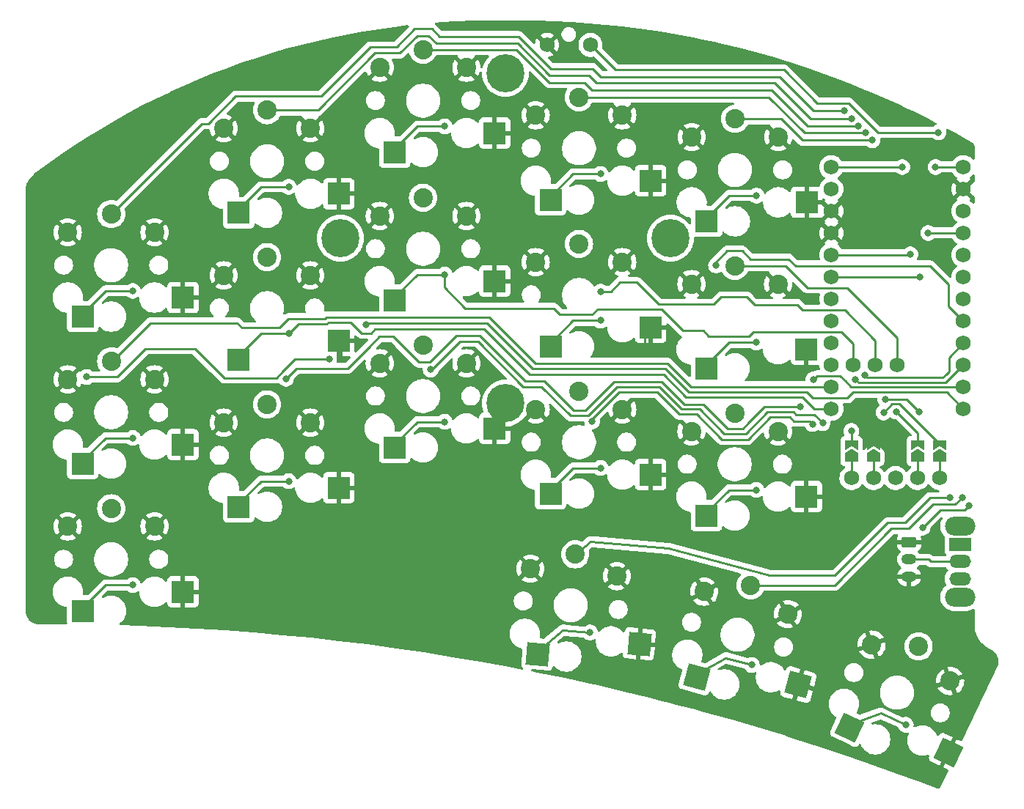
<source format=gbr>
%TF.GenerationSoftware,KiCad,Pcbnew,8.0.5*%
%TF.CreationDate,2024-10-14T15:31:37+02:00*%
%TF.ProjectId,oni-kb,6f6e692d-6b62-42e6-9b69-6361645f7063,rev?*%
%TF.SameCoordinates,Original*%
%TF.FileFunction,Copper,L1,Top*%
%TF.FilePolarity,Positive*%
%FSLAX46Y46*%
G04 Gerber Fmt 4.6, Leading zero omitted, Abs format (unit mm)*
G04 Created by KiCad (PCBNEW 8.0.5) date 2024-10-14 15:31:37*
%MOMM*%
%LPD*%
G01*
G04 APERTURE LIST*
G04 Aperture macros list*
%AMRoundRect*
0 Rectangle with rounded corners*
0 $1 Rounding radius*
0 $2 $3 $4 $5 $6 $7 $8 $9 X,Y pos of 4 corners*
0 Add a 4 corners polygon primitive as box body*
4,1,4,$2,$3,$4,$5,$6,$7,$8,$9,$2,$3,0*
0 Add four circle primitives for the rounded corners*
1,1,$1+$1,$2,$3*
1,1,$1+$1,$4,$5*
1,1,$1+$1,$6,$7*
1,1,$1+$1,$8,$9*
0 Add four rect primitives between the rounded corners*
20,1,$1+$1,$2,$3,$4,$5,0*
20,1,$1+$1,$4,$5,$6,$7,0*
20,1,$1+$1,$6,$7,$8,$9,0*
20,1,$1+$1,$8,$9,$2,$3,0*%
%AMRotRect*
0 Rectangle, with rotation*
0 The origin of the aperture is its center*
0 $1 length*
0 $2 width*
0 $3 Rotation angle, in degrees counterclockwise*
0 Add horizontal line*
21,1,$1,$2,0,0,$3*%
%AMFreePoly0*
4,1,6,1.000000,0.000000,0.500000,-0.750000,-0.500000,-0.750000,-0.500000,0.750000,0.500000,0.750000,1.000000,0.000000,1.000000,0.000000,$1*%
%AMFreePoly1*
4,1,6,0.500000,-0.750000,-0.650000,-0.750000,-0.150000,0.000000,-0.650000,0.750000,0.500000,0.750000,0.500000,-0.750000,0.500000,-0.750000,$1*%
G04 Aperture macros list end*
%TA.AperFunction,ComponentPad*%
%ADD10C,2.232000*%
%TD*%
%TA.AperFunction,SMDPad,CuDef*%
%ADD11R,2.600000X2.600000*%
%TD*%
%TA.AperFunction,ComponentPad*%
%ADD12C,1.752600*%
%TD*%
%TA.AperFunction,SMDPad,CuDef*%
%ADD13RotRect,2.600000X2.600000X155.000000*%
%TD*%
%TA.AperFunction,ComponentPad*%
%ADD14C,1.750000*%
%TD*%
%TA.AperFunction,SMDPad,CuDef*%
%ADD15FreePoly0,90.000000*%
%TD*%
%TA.AperFunction,SMDPad,CuDef*%
%ADD16FreePoly1,90.000000*%
%TD*%
%TA.AperFunction,ComponentPad*%
%ADD17RoundRect,0.250000X-0.625000X0.350000X-0.625000X-0.350000X0.625000X-0.350000X0.625000X0.350000X0*%
%TD*%
%TA.AperFunction,ComponentPad*%
%ADD18O,1.750000X1.200000*%
%TD*%
%TA.AperFunction,SMDPad,CuDef*%
%ADD19RotRect,2.600000X2.600000X175.000000*%
%TD*%
%TA.AperFunction,ComponentPad*%
%ADD20C,4.400000*%
%TD*%
%TA.AperFunction,SMDPad,CuDef*%
%ADD21RotRect,2.600000X2.600000X165.000000*%
%TD*%
%TA.AperFunction,ComponentPad*%
%ADD22O,3.500000X2.200000*%
%TD*%
%TA.AperFunction,ComponentPad*%
%ADD23R,2.500000X1.500000*%
%TD*%
%TA.AperFunction,ComponentPad*%
%ADD24O,2.500000X1.500000*%
%TD*%
%TA.AperFunction,ViaPad*%
%ADD25C,0.800000*%
%TD*%
%TA.AperFunction,Conductor*%
%ADD26C,0.250000*%
%TD*%
G04 APERTURE END LIST*
D10*
%TO.P,SW4,1,1*%
%TO.N,Switch3*%
X128012593Y-58323504D03*
D11*
X124737593Y-70173504D03*
%TO.P,SW4,2,2*%
%TO.N,gnd*%
X136287593Y-67973504D03*
D10*
X133012593Y-60423504D03*
X123012593Y-60423504D03*
%TD*%
D12*
%TO.P,Display1,1,MOSI*%
%TO.N,Net-(Display1-Pad1)*%
X177458795Y-107820794D03*
%TO.P,Display1,2,SCK*%
%TO.N,Net-(Display1-Pad2)*%
X179998795Y-107820794D03*
%TO.P,Display1,3,VCC*%
%TO.N,vcc*%
X182538795Y-107820794D03*
%TO.P,Display1,4,GND*%
%TO.N,Net-(Display1-Pad4)*%
X185078795Y-107820794D03*
%TO.P,Display1,5,CS*%
%TO.N,Net-(Display1-Pad5)*%
X187618795Y-107820794D03*
%TD*%
D10*
%TO.P,SW20,1,1*%
%TO.N,Switch16*%
X185206044Y-127276286D03*
D13*
X177229859Y-136631959D03*
%TO.P,SW20,2,2*%
%TO.N,gnd*%
X188627474Y-139519322D03*
D10*
X188850084Y-131292624D03*
X179787006Y-127066441D03*
%TD*%
%TO.P,SW2,1,1*%
%TO.N,Switch1*%
X92012594Y-77323504D03*
D11*
X88737594Y-89173504D03*
%TO.P,SW2,2,2*%
%TO.N,gnd*%
X100287594Y-86973504D03*
D10*
X97012594Y-79423504D03*
X87012594Y-79423504D03*
%TD*%
D14*
%TO.P,RSW1,1,1*%
%TO.N,gnd*%
X142337594Y-57786006D03*
%TO.P,RSW1,2,2*%
%TO.N,reset*%
X147337594Y-57786006D03*
%TD*%
D12*
%TO.P,U1,1,TX0/P0.06*%
%TO.N,nv_cs*%
X175142593Y-71890254D03*
%TO.P,U1,2,RX1/P0.08*%
%TO.N,Switch1*%
X175142593Y-74430254D03*
%TO.P,U1,3,GND*%
%TO.N,gnd*%
X175142593Y-76970254D03*
%TO.P,U1,4,GND*%
X175142593Y-79510254D03*
%TO.P,U1,5,P0.17*%
%TO.N,mosi*%
X175142593Y-82050254D03*
%TO.P,U1,6,P0.20*%
%TO.N,sck*%
X175142593Y-84590254D03*
%TO.P,U1,7,P0.22*%
%TO.N,Switch2*%
X175142593Y-87130254D03*
%TO.P,U1,8,P0.24*%
%TO.N,Switch3*%
X175142593Y-89670254D03*
%TO.P,U1,9,P1.00*%
%TO.N,Switch4*%
X175142593Y-92210254D03*
%TO.P,U1,10,P0.11*%
%TO.N,Switch5*%
X175142593Y-94750254D03*
%TO.P,U1,11,P1.04*%
%TO.N,Switch6*%
X175142593Y-97290254D03*
%TO.P,U1,12,P1.06*%
%TO.N,Switch7*%
X175142593Y-99830254D03*
%TO.P,U1,13,NFC1/P0.09*%
%TO.N,Switch11*%
X190382593Y-99830254D03*
%TO.P,U1,14,NFC2/P0.10*%
%TO.N,Switch12*%
X190382593Y-97290254D03*
%TO.P,U1,15,P1.11*%
%TO.N,Switch13*%
X190382593Y-94750254D03*
%TO.P,U1,16,P1.13*%
%TO.N,Switch14*%
X190382593Y-92210254D03*
%TO.P,U1,17,P1.15*%
%TO.N,Switch15*%
X190382593Y-89670254D03*
%TO.P,U1,18,AIN0/P0.02*%
%TO.N,Switch16*%
X190382593Y-87130254D03*
%TO.P,U1,19,AIN5/P0.29*%
%TO.N,Switch17*%
X190382593Y-84590254D03*
%TO.P,U1,20,AIN7/P0.31*%
%TO.N,Switch18*%
X190382593Y-82050254D03*
%TO.P,U1,21,VCC*%
%TO.N,vcc*%
X190382593Y-79510254D03*
%TO.P,U1,22,RST*%
%TO.N,reset*%
X190382593Y-76970254D03*
%TO.P,U1,23,GND*%
%TO.N,gnd*%
X190382593Y-74430254D03*
%TO.P,U1,24,BATIN/P0.04*%
%TO.N,raw*%
X190382593Y-71890254D03*
%TO.P,U1,31,P1.01*%
%TO.N,Switch8*%
X177682593Y-94750254D03*
%TO.P,U1,32,P1.02*%
%TO.N,Switch9*%
X180222593Y-94750254D03*
%TO.P,U1,33,P1.07*%
%TO.N,Switch10*%
X182762593Y-94750254D03*
%TD*%
D15*
%TO.P,JP7,1,A*%
%TO.N,Net-(Display1-Pad4)*%
X185095729Y-105428502D03*
D16*
%TO.P,JP7,2,B*%
%TO.N,sck*%
X185095729Y-103978502D03*
%TD*%
D10*
%TO.P,SW12,1,1*%
%TO.N,Switch10*%
X163992594Y-83313504D03*
D11*
X160717594Y-95163504D03*
%TO.P,SW12,2,2*%
%TO.N,gnd*%
X172267594Y-92963504D03*
D10*
X168992594Y-85413504D03*
X158992594Y-85413504D03*
%TD*%
D15*
%TO.P,JP6,1,A*%
%TO.N,Net-(Display1-Pad2)*%
X180005729Y-105433502D03*
D16*
%TO.P,JP6,2,B*%
%TO.N,gnd*%
X180005729Y-103983502D03*
%TD*%
D10*
%TO.P,SW6,1,1*%
%TO.N,Switch5*%
X164012592Y-66323504D03*
D11*
X160737592Y-78173504D03*
%TO.P,SW6,2,2*%
%TO.N,gnd*%
X172287592Y-75973504D03*
D10*
X169012592Y-68423504D03*
X159012592Y-68423504D03*
%TD*%
D15*
%TO.P,JP8,1,A*%
%TO.N,Net-(Display1-Pad5)*%
X187615729Y-105433502D03*
D16*
%TO.P,JP8,2,B*%
%TO.N,mosi*%
X187615729Y-103983502D03*
%TD*%
D17*
%TO.P,J1,1,Pin_1*%
%TO.N,gnd*%
X184118795Y-115230793D03*
D18*
%TO.P,J1,2,Pin_2*%
%TO.N,Net-(J1-Pad2)*%
X184118795Y-117230793D03*
%TO.P,J1,3,Pin_3*%
%TO.N,gnd*%
X184118795Y-119230793D03*
%TD*%
D10*
%TO.P,SW11,1,1*%
%TO.N,Switch9*%
X146012596Y-80773507D03*
D11*
X142737596Y-92623507D03*
%TO.P,SW11,2,2*%
%TO.N,gnd*%
X154287596Y-90423507D03*
D10*
X151012596Y-82873507D03*
X141012596Y-82873507D03*
%TD*%
%TO.P,SW14,1,1*%
%TO.N,Switch11*%
X92012594Y-111323501D03*
D11*
X88737594Y-123173501D03*
%TO.P,SW14,2,2*%
%TO.N,gnd*%
X100287594Y-120973501D03*
D10*
X97012594Y-113423501D03*
X87012594Y-113423501D03*
%TD*%
%TO.P,SW15,1,1*%
%TO.N,Switch12*%
X110012593Y-99315503D03*
D11*
X106737593Y-111165503D03*
%TO.P,SW15,2,2*%
%TO.N,gnd*%
X118287593Y-108965503D03*
D10*
X115012593Y-101415503D03*
X105012593Y-101415503D03*
%TD*%
%TO.P,SW17,1,1*%
%TO.N,Switch14*%
X146012594Y-97791507D03*
D11*
X142737594Y-109641507D03*
%TO.P,SW17,2,2*%
%TO.N,gnd*%
X154287594Y-107441507D03*
D10*
X151012594Y-99891507D03*
X141012594Y-99891507D03*
%TD*%
%TO.P,SW1,1,1*%
%TO.N,Switch18*%
X145576812Y-116645953D03*
D19*
X141281479Y-128165425D03*
%TO.P,SW1,2,2*%
%TO.N,gnd*%
X152979270Y-126980446D03*
D10*
X150374758Y-119173741D03*
X140412811Y-118302183D03*
%TD*%
D20*
%TO.P,REF\u002A\u002A,1*%
%TO.N,N/C*%
X118462595Y-80123505D03*
X137512595Y-61073505D03*
X137512595Y-99173505D03*
X156562595Y-80123505D03*
%TD*%
D10*
%TO.P,SW8,1,1*%
%TO.N,Switch6*%
X92012594Y-94323504D03*
D11*
X88737594Y-106173504D03*
%TO.P,SW8,2,2*%
%TO.N,gnd*%
X100287594Y-103973504D03*
D10*
X97012594Y-96423504D03*
X87012594Y-96423504D03*
%TD*%
%TO.P,SW3,1,1*%
%TO.N,Switch2*%
X110012596Y-65323504D03*
D11*
X106737596Y-77173504D03*
%TO.P,SW3,2,2*%
%TO.N,gnd*%
X118287596Y-74973504D03*
D10*
X115012596Y-67423504D03*
X105012596Y-67423504D03*
%TD*%
%TO.P,SW16,1,1*%
%TO.N,Switch13*%
X128012592Y-92457505D03*
D11*
X124737592Y-104307505D03*
%TO.P,SW16,2,2*%
%TO.N,gnd*%
X136287592Y-102107505D03*
D10*
X133012592Y-94557505D03*
X123012592Y-94557505D03*
%TD*%
%TO.P,SW18,1,1*%
%TO.N,Switch15*%
X163986248Y-100331504D03*
D11*
X160711248Y-112181504D03*
%TO.P,SW18,2,2*%
%TO.N,gnd*%
X172261248Y-109981504D03*
D10*
X168986248Y-102431504D03*
X158986248Y-102431504D03*
%TD*%
%TO.P,SW5,1,1*%
%TO.N,Switch4*%
X146012594Y-63823505D03*
D11*
X142737594Y-75673505D03*
%TO.P,SW5,2,2*%
%TO.N,gnd*%
X154287594Y-73473505D03*
D10*
X151012594Y-65923505D03*
X141012594Y-65923505D03*
%TD*%
%TO.P,SW21,1,1*%
%TO.N,Switch17*%
X165839624Y-120224543D03*
D21*
X159609212Y-130823131D03*
%TO.P,SW21,2,2*%
%TO.N,gnd*%
X171335057Y-131687454D03*
D10*
X170125734Y-123547082D03*
X160466475Y-120958892D03*
%TD*%
D15*
%TO.P,JP5,1,A*%
%TO.N,Net-(Display1-Pad1)*%
X177455729Y-105433502D03*
D16*
%TO.P,JP5,2,B*%
%TO.N,nv_cs*%
X177455729Y-103983502D03*
%TD*%
D10*
%TO.P,SW10,1,1*%
%TO.N,Switch8*%
X128012595Y-75439504D03*
D11*
X124737595Y-87289504D03*
%TO.P,SW10,2,2*%
%TO.N,gnd*%
X136287595Y-85089504D03*
D10*
X133012595Y-77539504D03*
X123012595Y-77539504D03*
%TD*%
%TO.P,SW9,1,1*%
%TO.N,Switch7*%
X110012596Y-82297504D03*
D11*
X106737596Y-94147504D03*
%TO.P,SW9,2,2*%
%TO.N,gnd*%
X118287596Y-91947504D03*
D10*
X115012596Y-84397504D03*
X105012596Y-84397504D03*
%TD*%
D22*
%TO.P,SW7,*%
%TO.N,*%
X189975729Y-113388502D03*
X189975729Y-121588502D03*
D23*
%TO.P,SW7,1,A*%
%TO.N,unconnected-(SW7-Pad1)*%
X189975729Y-115488502D03*
D24*
%TO.P,SW7,2,B*%
%TO.N,Net-(J1-Pad2)*%
X189975729Y-117488502D03*
%TO.P,SW7,3,C*%
%TO.N,raw*%
X189975729Y-119488502D03*
%TD*%
D25*
%TO.N,gnd*%
X171565729Y-95298502D03*
X183475729Y-102428502D03*
X153595729Y-92588502D03*
X118525729Y-94078502D03*
%TO.N,vcc*%
X186317481Y-79510254D03*
%TO.N,Switch18*%
X147282663Y-125681898D03*
X188865729Y-110088502D03*
%TO.N,reset*%
X187498796Y-67890793D03*
%TO.N,Switch1*%
X94504996Y-86198082D03*
X176638657Y-65400562D03*
%TO.N,Switch2*%
X177478658Y-66280562D03*
X112504997Y-74188081D03*
%TO.N,Switch3*%
X130508795Y-67190795D03*
X178268657Y-67120563D03*
%TO.N,Switch4*%
X179078658Y-67960562D03*
X148504007Y-72686558D03*
%TO.N,Switch5*%
X166504145Y-75187211D03*
X179868657Y-68800562D03*
%TO.N,Switch6*%
X94504998Y-103188082D03*
%TO.N,Switch7*%
X112504580Y-91157072D03*
%TO.N,Switch8*%
X130504997Y-84308082D03*
%TO.N,Switch9*%
X148504983Y-86284236D03*
X148504983Y-89638076D03*
%TO.N,Switch10*%
X166483258Y-92176546D03*
%TO.N,Switch11*%
X117168657Y-94080563D03*
X94504997Y-120198084D03*
X89188657Y-96150562D03*
X121458657Y-90090562D03*
%TO.N,Switch12*%
X112504812Y-108187905D03*
X171518657Y-99590562D03*
X173038657Y-96450563D03*
X112198658Y-96360562D03*
%TO.N,Switch13*%
X130506303Y-101324476D03*
X128890525Y-95308695D03*
X174138658Y-101470563D03*
X177928657Y-96450562D03*
%TO.N,Switch14*%
X148504996Y-106658082D03*
X178968658Y-95970563D03*
X172968657Y-101580562D03*
X147538067Y-101291152D03*
%TO.N,Switch15*%
X161838657Y-83260563D03*
X166474167Y-109197844D03*
%TO.N,Switch16*%
X183723644Y-136342227D03*
X185688657Y-113560563D03*
X191065729Y-111008502D03*
%TO.N,Switch17*%
X190225729Y-110078502D03*
X165954919Y-129412004D03*
%TO.N,raw*%
X187175729Y-71888502D03*
%TO.N,mosi*%
X184255729Y-81968502D03*
X181165729Y-100248502D03*
%TO.N,sck*%
X182635729Y-100138502D03*
X185395729Y-84578502D03*
%TO.N,nv_cs*%
X177455729Y-102398502D03*
X181365729Y-98748502D03*
X183325729Y-71888502D03*
X185275729Y-100138502D03*
%TD*%
D26*
%TO.N,gnd*%
X118525729Y-92185637D02*
X118287596Y-91947504D01*
X153595729Y-92588502D02*
X153595729Y-91115374D01*
X183475729Y-102428502D02*
X181560729Y-102428502D01*
X118525729Y-94078502D02*
X118525729Y-92185637D01*
X172267594Y-94596637D02*
X172267594Y-92963504D01*
X153595729Y-91115374D02*
X154287596Y-90423507D01*
X181560729Y-102428502D02*
X180005729Y-103983502D01*
X171565729Y-95298502D02*
X172267594Y-94596637D01*
%TO.N,vcc*%
X186317481Y-79510254D02*
X190382593Y-79510254D01*
%TO.N,Switch18*%
X181658657Y-112980563D02*
X175548658Y-119090563D01*
X188865729Y-110088502D02*
X186540718Y-110088502D01*
X186540718Y-110088502D02*
X183648657Y-112980562D01*
X141306712Y-127770208D02*
X144124725Y-125405614D01*
X156304505Y-115959803D02*
X147339031Y-115175426D01*
X167988657Y-119090562D02*
X156304505Y-115959803D01*
X183648657Y-112980562D02*
X181658657Y-112980563D01*
X147339031Y-115175426D02*
X146726367Y-115689512D01*
X175548658Y-119090563D02*
X167988657Y-119090562D01*
X146717571Y-115688742D02*
X145576812Y-116645953D01*
X146726367Y-115689512D02*
X146717571Y-115688742D01*
X144124725Y-125405614D02*
X147282663Y-125681898D01*
X141273462Y-128150266D02*
X141306712Y-127770208D01*
%TO.N,reset*%
X180558888Y-67890793D02*
X177178657Y-64510562D01*
X173508657Y-64510562D02*
X169678658Y-60680562D01*
X147337593Y-57786007D02*
X150232149Y-60680562D01*
X150232149Y-60680562D02*
X169678658Y-60680562D01*
X177178657Y-64510562D02*
X173508657Y-64510562D01*
X187498796Y-67890793D02*
X180558888Y-67890793D01*
%TO.N,Switch1*%
X88733795Y-89180793D02*
X88733796Y-88799286D01*
X102455537Y-66880562D02*
X92012595Y-77323504D01*
X169148658Y-61470563D02*
X148558657Y-61470563D01*
X91334996Y-86198082D02*
X94504996Y-86198082D01*
X88733796Y-88799286D02*
X91334996Y-86198082D01*
X103198658Y-66880562D02*
X102455537Y-66880562D01*
X139028657Y-56810562D02*
X129898656Y-56810562D01*
X147608658Y-60520562D02*
X142738658Y-60520562D01*
X129028657Y-55940562D02*
X127028658Y-55940562D01*
X116238657Y-63720562D02*
X106358657Y-63720562D01*
X173078658Y-65400561D02*
X169148658Y-61470563D01*
X142738658Y-60520562D02*
X139028657Y-56810562D01*
X124948658Y-58020562D02*
X121938657Y-58020563D01*
X148558657Y-61470563D02*
X147608658Y-60520562D01*
X176638657Y-65400562D02*
X173078658Y-65400561D01*
X129898656Y-56810562D02*
X129028657Y-55940562D01*
X127028658Y-55940562D02*
X124948658Y-58020562D01*
X106358657Y-63720562D02*
X103198658Y-66880562D01*
X121938657Y-58020563D02*
X116238657Y-63720562D01*
%TO.N,Switch2*%
X172708657Y-66280562D02*
X168628657Y-62200561D01*
X129528657Y-57610561D02*
X128668657Y-56750563D01*
X142638658Y-61300562D02*
X138948657Y-57610562D01*
X127318658Y-56750562D02*
X125338657Y-58730562D01*
X147148657Y-61300562D02*
X142638658Y-61300562D01*
X106733796Y-77170793D02*
X106733796Y-76789285D01*
X148048657Y-62200562D02*
X147148657Y-61300562D01*
X168628657Y-62200561D02*
X148048657Y-62200562D01*
X106733796Y-76789285D02*
X109334996Y-74188081D01*
X177478658Y-66280562D02*
X172708657Y-66280562D01*
X125338657Y-58730562D02*
X122488658Y-58730562D01*
X115895715Y-65323503D02*
X110012596Y-65323505D01*
X138948657Y-57610562D02*
X129528657Y-57610561D01*
X128668657Y-56750563D02*
X127318658Y-56750562D01*
X109334996Y-74188081D02*
X112504997Y-74188081D01*
X122488658Y-58730562D02*
X115895715Y-65323503D01*
%TO.N,Switch3*%
X138821599Y-58323504D02*
X128012594Y-58323505D01*
X147518657Y-63000562D02*
X146658657Y-62140562D01*
X172368658Y-67120562D02*
X168248658Y-63000562D01*
X178268657Y-67120563D02*
X172368658Y-67120562D01*
X124737593Y-69791995D02*
X127338796Y-67190793D01*
X127338796Y-67190793D02*
X130508795Y-67190795D01*
X168248658Y-63000562D02*
X147518657Y-63000562D01*
X146658657Y-62140562D02*
X142638657Y-62140562D01*
X142638657Y-62140562D02*
X138821599Y-58323504D01*
X124737593Y-70173504D02*
X124737593Y-69791995D01*
%TO.N,Switch4*%
X142732806Y-75287761D02*
X145334007Y-72686559D01*
X179078658Y-67960562D02*
X172048657Y-67960563D01*
X167911600Y-63823505D02*
X146012594Y-63823505D01*
X142732806Y-75669272D02*
X142732806Y-75287761D01*
X145334007Y-72686559D02*
X148504007Y-72686558D01*
X172048657Y-67960563D02*
X167911600Y-63823505D01*
%TO.N,Switch5*%
X171828657Y-68800563D02*
X169351599Y-66323504D01*
X160732944Y-78169922D02*
X160732944Y-77788413D01*
X179868657Y-68800562D02*
X171828657Y-68800563D01*
X169351599Y-66323504D02*
X164012593Y-66323504D01*
X163334145Y-75187210D02*
X166504145Y-75187211D01*
X160732944Y-77788413D02*
X163334145Y-75187210D01*
%TO.N,Switch6*%
X114831020Y-89422926D02*
X114828657Y-89420562D01*
X91334997Y-103188082D02*
X94504998Y-103188082D01*
X114828657Y-89420562D02*
X112478657Y-89420563D01*
X158968350Y-97290254D02*
X156248657Y-94570562D01*
X107108657Y-90480562D02*
X106538658Y-89910562D01*
X175142594Y-97290254D02*
X158968350Y-97290254D01*
X111418657Y-90480562D02*
X107108657Y-90480562D01*
X116848657Y-89230562D02*
X116656295Y-89422925D01*
X156248657Y-94570562D02*
X141028658Y-94570563D01*
X116656295Y-89422925D02*
X114831020Y-89422926D01*
X106538658Y-89910562D02*
X96508657Y-89910563D01*
X112478657Y-89420563D02*
X111418657Y-90480562D01*
X88733795Y-105789285D02*
X91334997Y-103188082D01*
X88733795Y-106170793D02*
X88733795Y-105789285D01*
X96508657Y-89910563D02*
X92095715Y-94323504D01*
X92095715Y-94323504D02*
X92012594Y-94323504D01*
X135688657Y-89230562D02*
X116848657Y-89230562D01*
X141028658Y-94570563D02*
X135688657Y-89230562D01*
%TO.N,Switch7*%
X155778657Y-95870563D02*
X140328657Y-95870562D01*
X175142593Y-99830254D02*
X173158349Y-99830254D01*
X120928658Y-91090563D02*
X119688658Y-89850562D01*
X119688658Y-89850562D02*
X117078658Y-89850562D01*
X106733379Y-93758275D02*
X109334580Y-91157073D01*
X106733380Y-94139784D02*
X106733379Y-93758275D01*
X113601091Y-90060562D02*
X112504580Y-91157072D01*
X173158349Y-99830254D02*
X171808657Y-98480562D01*
X117078658Y-89850562D02*
X116868657Y-90060563D01*
X171808657Y-98480562D02*
X158388658Y-98480562D01*
X109334580Y-91157073D02*
X112504580Y-91157072D01*
X122488657Y-90610562D02*
X122008658Y-91090562D01*
X135068658Y-90610562D02*
X122488657Y-90610562D01*
X122008658Y-91090562D02*
X120928658Y-91090563D01*
X158388658Y-98480562D02*
X155778657Y-95870563D01*
X140328657Y-95870562D02*
X135068658Y-90610562D01*
X116868657Y-90060563D02*
X113601091Y-90060562D01*
%TO.N,Switch8*%
X177682593Y-92324499D02*
X176288658Y-90930562D01*
X158038658Y-90820562D02*
X155528658Y-88310562D01*
X143078658Y-88200562D02*
X132898658Y-88200562D01*
X148148657Y-88310562D02*
X147538658Y-88920562D01*
X177682593Y-94750253D02*
X177682593Y-92324499D01*
X124733795Y-86909284D02*
X127334997Y-84308082D01*
X166168658Y-90930562D02*
X165618657Y-91480562D01*
X155528658Y-88310562D02*
X148148657Y-88310562D01*
X127334997Y-84308082D02*
X130504997Y-84308082D01*
X165618657Y-91480562D02*
X160998658Y-91480562D01*
X130504996Y-85806901D02*
X130504997Y-84308082D01*
X147538658Y-88920562D02*
X143798657Y-88920562D01*
X160998658Y-91480562D02*
X160338657Y-90820562D01*
X143798657Y-88920562D02*
X143078658Y-88200562D01*
X176288658Y-90930562D02*
X166168658Y-90930562D01*
X160338657Y-90820562D02*
X158038658Y-90820562D01*
X124733794Y-87290794D02*
X124733795Y-86909284D01*
X132898658Y-88200562D02*
X130504996Y-85806901D01*
%TO.N,Switch9*%
X155188657Y-87740563D02*
X152658657Y-85210562D01*
X176678657Y-88410562D02*
X171838657Y-88410562D01*
X142733781Y-92620785D02*
X142733781Y-92239277D01*
X166288656Y-87790563D02*
X165398657Y-86900562D01*
X171218658Y-87790562D02*
X166288656Y-87790563D01*
X162438658Y-86900562D02*
X161598657Y-87740562D01*
X145334982Y-89638075D02*
X148504983Y-89638076D01*
X161598657Y-87740562D02*
X155188657Y-87740563D01*
X180222593Y-91954498D02*
X176678657Y-88410562D01*
X150768657Y-85210563D02*
X149694984Y-86284236D01*
X142733781Y-92239277D02*
X145334982Y-89638075D01*
X149694984Y-86284236D02*
X148504983Y-86284236D01*
X152658657Y-85210562D02*
X150768657Y-85210563D01*
X180222593Y-94750254D02*
X180222593Y-91954498D01*
X165398657Y-86900562D02*
X162438658Y-86900562D01*
X171838657Y-88410562D02*
X171218658Y-87790562D01*
%TO.N,Switch10*%
X182762593Y-91614498D02*
X176998657Y-85850562D01*
X182762593Y-94750254D02*
X182762593Y-91614498D01*
X160712058Y-95159257D02*
X160712058Y-94777747D01*
X160712058Y-94777747D02*
X163313259Y-92176548D01*
X176998657Y-85850562D02*
X172388657Y-85850562D01*
X169851599Y-83313505D02*
X163992595Y-83313505D01*
X172388657Y-85850562D02*
X169851599Y-83313505D01*
X163313259Y-92176548D02*
X166483258Y-92176546D01*
%TO.N,Switch11*%
X111878658Y-95440562D02*
X111068657Y-96250562D01*
X172988657Y-98560562D02*
X176983669Y-98560562D01*
X91334998Y-120198082D02*
X94504997Y-120198084D01*
X95958657Y-92890562D02*
X93428658Y-95420562D01*
X135368657Y-89920562D02*
X140658658Y-95210562D01*
X97528658Y-92890562D02*
X95958657Y-92890562D01*
X188450840Y-97898502D02*
X190382593Y-99830254D01*
X101718658Y-92890562D02*
X97528658Y-92890562D01*
X121628657Y-89920561D02*
X123678657Y-89920562D01*
X113238658Y-94080563D02*
X111878658Y-95440562D01*
X123678657Y-89920562D02*
X135368657Y-89920562D01*
X107458657Y-96250562D02*
X105078657Y-96250562D01*
X103998657Y-95170562D02*
X101718658Y-92890562D01*
X92698657Y-96150562D02*
X89188657Y-96150562D01*
X93428658Y-95420562D02*
X92698657Y-96150562D01*
X172308657Y-97880563D02*
X172988657Y-98560562D01*
X121458657Y-90090562D02*
X121628657Y-89920561D01*
X105078657Y-96250562D02*
X103998657Y-95170562D01*
X176983669Y-98560562D02*
X177645729Y-97898502D01*
X88733794Y-123180792D02*
X88733795Y-122799284D01*
X140658658Y-95210562D02*
X155978657Y-95210562D01*
X177645729Y-97898502D02*
X188450840Y-97898502D01*
X88733795Y-122799284D02*
X91334998Y-120198082D01*
X158648658Y-97880562D02*
X172308657Y-97880563D01*
X155978657Y-95210562D02*
X158648658Y-97880562D01*
X117168657Y-94080563D02*
X113238658Y-94080563D01*
X111068657Y-96250562D02*
X107458657Y-96250562D01*
%TO.N,Switch12*%
X140488657Y-96630561D02*
X139838657Y-96630562D01*
X158158658Y-99300562D02*
X157588658Y-98730562D01*
X163328658Y-102110563D02*
X163158658Y-102110562D01*
X157588658Y-98730562D02*
X155538657Y-96680562D01*
X175178658Y-96020562D02*
X173468657Y-96020562D01*
X131968658Y-91350561D02*
X131878657Y-91350562D01*
X145968657Y-99980563D02*
X145378657Y-99980563D01*
X123658657Y-91490562D02*
X122988658Y-91490563D01*
X134558658Y-91350562D02*
X131968658Y-91350561D01*
X127608657Y-94460563D02*
X127568657Y-94460562D01*
X159078657Y-99300562D02*
X158158658Y-99300562D01*
X165548657Y-101480562D02*
X164918658Y-102110562D01*
X131878657Y-91350562D02*
X129408658Y-93820563D01*
X106733612Y-111170617D02*
X106733611Y-110789108D01*
X145378657Y-99980563D02*
X142598657Y-97200562D01*
X155538657Y-96680562D02*
X152658658Y-96680562D01*
X163158658Y-102110562D02*
X161838657Y-100790561D01*
X119328657Y-95150562D02*
X116878657Y-95150562D01*
X150078657Y-96680562D02*
X147998658Y-98760562D01*
X164918658Y-102110562D02*
X163328658Y-102110563D01*
X122988658Y-91490563D02*
X121788657Y-92690562D01*
X146778658Y-99980562D02*
X145968657Y-99980563D01*
X176808657Y-96660563D02*
X176168657Y-96020562D01*
X176168657Y-96020562D02*
X175178658Y-96020562D01*
X142598657Y-97200562D02*
X142028657Y-96630562D01*
X152658658Y-96680562D02*
X150078657Y-96680562D01*
X171518657Y-99590562D02*
X167438658Y-99590562D01*
X147998658Y-98760562D02*
X146778658Y-99980562D01*
X177438350Y-97290255D02*
X176808657Y-96660563D01*
X160348657Y-99300562D02*
X159078657Y-99300562D01*
X116878657Y-95150562D02*
X113408658Y-95150562D01*
X106733611Y-110789108D02*
X109334813Y-108187905D01*
X142028657Y-96630562D02*
X140488657Y-96630561D01*
X138128658Y-94920562D02*
X134558658Y-91350562D01*
X127568657Y-94460562D02*
X125658658Y-92550563D01*
X125658658Y-92550563D02*
X124598657Y-91490561D01*
X128768657Y-94460562D02*
X127608657Y-94460563D01*
X190382594Y-97290254D02*
X177438350Y-97290255D01*
X139838657Y-96630562D02*
X138128658Y-94920562D01*
X161838657Y-100790561D02*
X160348657Y-99300562D01*
X173468657Y-96020562D02*
X173038657Y-96450563D01*
X167438658Y-99590562D02*
X165548657Y-101480562D01*
X124598657Y-91490561D02*
X123658657Y-91490562D01*
X113408658Y-95150562D02*
X112198658Y-96360562D01*
X121788657Y-92690562D02*
X119328657Y-95150562D01*
X109334813Y-108187905D02*
X112504812Y-108187905D01*
X129408658Y-93820563D02*
X128768657Y-94460562D01*
%TO.N,Switch13*%
X178288657Y-96810562D02*
X177928657Y-96450562D01*
X165308657Y-102680562D02*
X162788658Y-102680563D01*
X145058658Y-100640562D02*
X141688658Y-97270563D01*
X139588658Y-97270562D02*
X134358657Y-92040562D01*
X134358657Y-92040562D02*
X132288657Y-92040562D01*
X124735101Y-104307185D02*
X124735100Y-103925676D01*
X174138658Y-101470563D02*
X173188658Y-100520562D01*
X155288657Y-97300562D02*
X150408657Y-97300562D01*
X170758656Y-100220563D02*
X167768657Y-100220562D01*
X124735100Y-103925676D02*
X127336303Y-101324474D01*
X190382593Y-94750254D02*
X188322285Y-96810562D01*
X171058657Y-100520562D02*
X170758656Y-100220563D01*
X150408657Y-97300562D02*
X147068657Y-100640562D01*
X129020525Y-95308695D02*
X128890525Y-95308695D01*
X167768657Y-100220562D02*
X165308657Y-102680562D01*
X157858657Y-99870562D02*
X155288657Y-97300562D01*
X162788658Y-102680563D02*
X159978657Y-99870562D01*
X132288657Y-92040562D02*
X129020525Y-95308695D01*
X159978657Y-99870562D02*
X157858657Y-99870562D01*
X188322285Y-96810562D02*
X178288657Y-96810562D01*
X127336303Y-101324474D02*
X130506303Y-101324476D01*
X173188658Y-100520562D02*
X171058657Y-100520562D01*
X147068657Y-100640562D02*
X145058658Y-100640562D01*
X141688658Y-97270563D02*
X139588658Y-97270562D01*
%TO.N,Switch14*%
X170818657Y-101240562D02*
X170348656Y-100770563D01*
X190382594Y-92210254D02*
X188718657Y-93874190D01*
X188718657Y-93874190D02*
X188718657Y-94250562D01*
X142733795Y-109259285D02*
X145334997Y-106658082D01*
X145334997Y-106658082D02*
X148504996Y-106658082D01*
X170348656Y-100770563D02*
X168098657Y-100770562D01*
X165508657Y-103360563D02*
X162518657Y-103360562D01*
X172628657Y-101240561D02*
X170818657Y-101240562D01*
X188008658Y-96240562D02*
X181748657Y-96240562D01*
X157568657Y-100440563D02*
X155058657Y-97930562D01*
X147538067Y-101001152D02*
X147538067Y-101291152D01*
X150608657Y-97930561D02*
X147538067Y-101001152D01*
X172968657Y-101580562D02*
X172628657Y-101240561D01*
X168098657Y-100770562D02*
X165508657Y-103360563D01*
X188718657Y-94250562D02*
X188718657Y-95530563D01*
X179238658Y-96240562D02*
X178968658Y-95970563D01*
X142733796Y-109640793D02*
X142733795Y-109259285D01*
X181748657Y-96240562D02*
X179238658Y-96240562D01*
X188388658Y-95860562D02*
X188008658Y-96240562D01*
X159598657Y-100440562D02*
X157568657Y-100440563D01*
X155058657Y-97930562D02*
X150608657Y-97930561D01*
X162518657Y-103360562D02*
X159598657Y-100440562D01*
X188718657Y-95530563D02*
X188388658Y-95860562D01*
%TO.N,Switch15*%
X161838657Y-83260563D02*
X161838658Y-82870562D01*
X163304167Y-109197844D02*
X166474167Y-109197844D01*
X171008658Y-83320562D02*
X186547789Y-83320562D01*
X188675729Y-87963390D02*
X190382593Y-89670254D01*
X161838658Y-82870562D02*
X163128657Y-81580563D01*
X164828657Y-81580562D02*
X165788657Y-82540562D01*
X170228657Y-82540562D02*
X171008658Y-83320562D01*
X165788657Y-82540562D02*
X170228657Y-82540562D01*
X160702963Y-112180555D02*
X160702963Y-111799047D01*
X188675729Y-85448502D02*
X188675729Y-87963390D01*
X160702963Y-111799047D02*
X163304167Y-109197844D01*
X163128657Y-81580563D02*
X164828657Y-81580562D01*
X186547789Y-83320562D02*
X188675729Y-85448502D01*
%TO.N,Switch16*%
X186968658Y-112280562D02*
X185688657Y-113560563D01*
X190555729Y-111518502D02*
X187730718Y-111518502D01*
X177393843Y-136260701D02*
X180850649Y-135002527D01*
X180850649Y-135002527D02*
X183723644Y-136342227D01*
X177232611Y-136606465D02*
X177393843Y-136260701D01*
X191065729Y-111008502D02*
X190555729Y-111518502D01*
X187730718Y-111518502D02*
X186968658Y-112280562D01*
%TO.N,Switch17*%
X186910717Y-110878502D02*
X184118657Y-113670563D01*
X190225729Y-110078502D02*
X189425729Y-110878502D01*
X159608381Y-130799382D02*
X159707124Y-130430873D01*
X182078658Y-113670562D02*
X175524677Y-120224542D01*
X184118657Y-113670563D02*
X182078658Y-113670562D01*
X189425729Y-110878502D02*
X186910717Y-110878502D01*
X159707124Y-130430873D02*
X162892933Y-128591545D01*
X175524677Y-120224542D02*
X165839624Y-120224542D01*
X162892933Y-128591545D02*
X165954919Y-129412004D01*
%TO.N,raw*%
X190382593Y-71890254D02*
X187177481Y-71890254D01*
X187177481Y-71890254D02*
X187175729Y-71888502D01*
%TO.N,mosi*%
X184255729Y-81968502D02*
X184173977Y-82050254D01*
X184173977Y-82050254D02*
X175142593Y-82050254D01*
X182125729Y-99288502D02*
X181165729Y-100248502D01*
X187615729Y-103888502D02*
X183015729Y-99288502D01*
X183015729Y-99288502D02*
X182125729Y-99288502D01*
X187615729Y-103983502D02*
X187615729Y-103888502D01*
%TO.N,sck*%
X185383977Y-84590254D02*
X175142593Y-84590254D01*
X185095729Y-103978502D02*
X185095729Y-103058502D01*
X185095729Y-102598502D02*
X182635729Y-100138502D01*
X185095729Y-103058502D02*
X185095729Y-102598502D01*
X185395729Y-84578502D02*
X185383977Y-84590254D01*
%TO.N,nv_cs*%
X181395729Y-98718502D02*
X181365729Y-98748502D01*
X177455729Y-103983502D02*
X177455729Y-102398502D01*
X183325729Y-71888502D02*
X183323977Y-71890254D01*
X183323977Y-71890254D02*
X175142593Y-71890254D01*
X183855729Y-98718502D02*
X181395729Y-98718502D01*
X185275729Y-100138502D02*
X183855729Y-98718502D01*
%TO.N,Net-(J1-Pad2)*%
X189975729Y-117488502D02*
X186615729Y-117488502D01*
X186615729Y-117488502D02*
X186358020Y-117230793D01*
X186358020Y-117230793D02*
X184118795Y-117230793D01*
%TO.N,Net-(Display1-Pad1)*%
X177458795Y-107820794D02*
X177458795Y-105436568D01*
X177458795Y-105436568D02*
X177455729Y-105433502D01*
%TO.N,Net-(Display1-Pad2)*%
X179998795Y-107820794D02*
X179998795Y-105440436D01*
X179998795Y-105440436D02*
X180005729Y-105433502D01*
%TO.N,Net-(Display1-Pad4)*%
X185078795Y-107820794D02*
X185078795Y-105450436D01*
X185078795Y-105450436D02*
X185095729Y-105433502D01*
%TO.N,Net-(Display1-Pad5)*%
X187618795Y-105436568D02*
X187615729Y-105433502D01*
X187618795Y-107820794D02*
X187618795Y-105436568D01*
%TD*%
%TA.AperFunction,Conductor*%
%TO.N,gnd*%
G36*
X126316569Y-55520410D02*
G01*
X126369065Y-55568209D01*
X126387385Y-55636801D01*
X126365713Y-55704409D01*
X126350518Y-55722796D01*
X124723157Y-57350157D01*
X124660845Y-57384183D01*
X124634062Y-57387062D01*
X121876264Y-57387062D01*
X121876257Y-57387063D01*
X121753874Y-57411407D01*
X121753866Y-57411409D01*
X121720104Y-57425393D01*
X121720104Y-57425394D01*
X121638582Y-57459162D01*
X121534828Y-57528488D01*
X121534821Y-57528493D01*
X116013158Y-63050157D01*
X115950846Y-63084183D01*
X115924063Y-63087062D01*
X106296260Y-63087062D01*
X106223225Y-63101590D01*
X106173872Y-63111407D01*
X106173870Y-63111407D01*
X106173869Y-63111408D01*
X106148047Y-63122104D01*
X106082575Y-63149224D01*
X106058580Y-63159163D01*
X105954824Y-63228490D01*
X105954818Y-63228495D01*
X102973159Y-66210157D01*
X102910847Y-66244182D01*
X102884064Y-66247062D01*
X102393140Y-66247062D01*
X102320105Y-66261590D01*
X102270752Y-66271407D01*
X102270750Y-66271407D01*
X102270749Y-66271408D01*
X102155460Y-66319163D01*
X102051708Y-66388488D01*
X102051701Y-66388493D01*
X92681964Y-75758229D01*
X92619652Y-75792255D01*
X92548837Y-75787190D01*
X92544653Y-75785544D01*
X92516147Y-75773737D01*
X92516145Y-75773736D01*
X92516144Y-75773736D01*
X92267508Y-75714043D01*
X92267509Y-75714043D01*
X92012594Y-75693981D01*
X91757679Y-75714043D01*
X91509045Y-75773735D01*
X91272807Y-75871587D01*
X91054782Y-76005193D01*
X91054780Y-76005194D01*
X90860346Y-76171256D01*
X90694284Y-76365690D01*
X90694283Y-76365692D01*
X90560677Y-76583717D01*
X90462825Y-76819955D01*
X90403133Y-77068589D01*
X90383071Y-77323504D01*
X90403133Y-77578418D01*
X90462825Y-77827052D01*
X90531386Y-77992573D01*
X90560678Y-78063292D01*
X90680683Y-78259123D01*
X90694283Y-78281315D01*
X90694284Y-78281317D01*
X90860346Y-78475751D01*
X91054367Y-78641460D01*
X91054784Y-78641816D01*
X91272806Y-78775420D01*
X91509044Y-78873272D01*
X91757680Y-78932965D01*
X92012594Y-78953027D01*
X92267508Y-78932965D01*
X92516144Y-78873272D01*
X92752382Y-78775420D01*
X92970404Y-78641816D01*
X93164841Y-78475751D01*
X93330906Y-78281314D01*
X93464510Y-78063292D01*
X93562362Y-77827054D01*
X93622055Y-77578418D01*
X93642117Y-77323504D01*
X93622055Y-77068590D01*
X93562362Y-76819954D01*
X93550553Y-76791445D01*
X93542964Y-76720860D01*
X93574741Y-76657372D01*
X93577838Y-76654163D01*
X95373234Y-74858767D01*
X103262096Y-74858767D01*
X103262096Y-75088240D01*
X103292046Y-75315735D01*
X103292048Y-75315742D01*
X103351438Y-75537391D01*
X103439252Y-75749392D01*
X103439253Y-75749393D01*
X103439258Y-75749404D01*
X103553982Y-75948112D01*
X103553987Y-75948119D01*
X103693669Y-76130156D01*
X103693688Y-76130177D01*
X103855922Y-76292411D01*
X103855943Y-76292430D01*
X104037980Y-76432112D01*
X104037987Y-76432117D01*
X104236695Y-76546841D01*
X104236699Y-76546842D01*
X104236708Y-76546848D01*
X104448709Y-76634662D01*
X104670358Y-76694052D01*
X104670362Y-76694052D01*
X104670364Y-76694053D01*
X104701579Y-76698162D01*
X104819544Y-76713693D01*
X104884469Y-76742414D01*
X104923561Y-76801679D01*
X104929096Y-76838614D01*
X104929096Y-78522153D01*
X104935605Y-78582700D01*
X104935607Y-78582708D01*
X104986706Y-78719706D01*
X104986708Y-78719711D01*
X105074334Y-78836765D01*
X105191388Y-78924391D01*
X105191390Y-78924392D01*
X105191392Y-78924393D01*
X105250471Y-78946428D01*
X105328391Y-78975492D01*
X105328399Y-78975494D01*
X105388946Y-78982003D01*
X105388951Y-78982003D01*
X105388958Y-78982004D01*
X105388964Y-78982004D01*
X108086228Y-78982004D01*
X108086234Y-78982004D01*
X108086241Y-78982003D01*
X108086245Y-78982003D01*
X108146792Y-78975494D01*
X108146795Y-78975493D01*
X108146797Y-78975493D01*
X108152645Y-78973312D01*
X108201823Y-78954969D01*
X108283800Y-78924393D01*
X108289522Y-78920110D01*
X108400857Y-78836765D01*
X108488483Y-78719711D01*
X108488483Y-78719710D01*
X108488485Y-78719708D01*
X108539585Y-78582705D01*
X108539652Y-78582089D01*
X108546095Y-78522153D01*
X108546096Y-78522136D01*
X108546096Y-78486775D01*
X108566098Y-78418654D01*
X108619754Y-78372161D01*
X108690028Y-78362057D01*
X108754608Y-78391551D01*
X108761191Y-78397680D01*
X108855922Y-78492411D01*
X108855943Y-78492430D01*
X109037980Y-78632112D01*
X109037987Y-78632117D01*
X109236695Y-78746841D01*
X109236699Y-78746842D01*
X109236708Y-78746848D01*
X109448709Y-78834662D01*
X109670358Y-78894052D01*
X109670362Y-78894052D01*
X109670364Y-78894053D01*
X109728994Y-78901771D01*
X109897862Y-78924004D01*
X109897869Y-78924004D01*
X110127323Y-78924004D01*
X110127330Y-78924004D01*
X110332941Y-78896934D01*
X110354827Y-78894053D01*
X110354827Y-78894052D01*
X110354834Y-78894052D01*
X110576483Y-78834662D01*
X110788484Y-78746848D01*
X110987208Y-78632115D01*
X111169257Y-78492423D01*
X111331515Y-78330165D01*
X111471207Y-78148116D01*
X111585940Y-77949392D01*
X111673754Y-77737391D01*
X111733144Y-77515742D01*
X111763096Y-77288238D01*
X111763096Y-77058770D01*
X111736213Y-76854577D01*
X111733145Y-76831272D01*
X111733144Y-76831270D01*
X111733144Y-76831266D01*
X111673754Y-76609617D01*
X111585940Y-76397616D01*
X111585934Y-76397607D01*
X111585933Y-76397603D01*
X111471209Y-76198895D01*
X111471204Y-76198888D01*
X111331522Y-76016851D01*
X111331503Y-76016830D01*
X111169269Y-75854596D01*
X111169248Y-75854577D01*
X110987211Y-75714895D01*
X110987204Y-75714890D01*
X110788496Y-75600166D01*
X110788488Y-75600162D01*
X110788484Y-75600160D01*
X110576483Y-75512346D01*
X110354834Y-75452956D01*
X110354827Y-75452954D01*
X110127332Y-75423004D01*
X110127330Y-75423004D01*
X109897862Y-75423004D01*
X109897859Y-75423004D01*
X109670364Y-75452954D01*
X109516226Y-75494255D01*
X109448709Y-75512346D01*
X109244975Y-75596736D01*
X109236706Y-75600161D01*
X109236695Y-75600166D01*
X109076822Y-75692469D01*
X109007826Y-75709207D01*
X108940735Y-75685986D01*
X108896848Y-75630179D01*
X108890099Y-75559504D01*
X108922632Y-75496400D01*
X108924700Y-75494282D01*
X109560496Y-74858485D01*
X109622808Y-74824460D01*
X109649591Y-74821581D01*
X111796797Y-74821581D01*
X111864918Y-74841583D01*
X111890434Y-74863271D01*
X111893744Y-74866947D01*
X112048245Y-74979199D01*
X112222709Y-75056875D01*
X112409510Y-75096581D01*
X112600484Y-75096581D01*
X112787285Y-75056875D01*
X112961749Y-74979199D01*
X113062036Y-74906335D01*
X113128902Y-74882478D01*
X113198054Y-74898558D01*
X113247534Y-74949471D01*
X113262096Y-75008272D01*
X113262096Y-75088240D01*
X113292046Y-75315735D01*
X113292048Y-75315742D01*
X113351438Y-75537391D01*
X113439252Y-75749392D01*
X113439253Y-75749393D01*
X113439258Y-75749404D01*
X113553982Y-75948112D01*
X113553987Y-75948119D01*
X113693669Y-76130156D01*
X113693688Y-76130177D01*
X113855922Y-76292411D01*
X113855943Y-76292430D01*
X114037980Y-76432112D01*
X114037987Y-76432117D01*
X114236695Y-76546841D01*
X114236699Y-76546842D01*
X114236708Y-76546848D01*
X114448709Y-76634662D01*
X114670358Y-76694052D01*
X114670362Y-76694052D01*
X114670364Y-76694053D01*
X114728994Y-76701771D01*
X114897862Y-76724004D01*
X114897869Y-76724004D01*
X115127323Y-76724004D01*
X115127330Y-76724004D01*
X115349016Y-76694818D01*
X115354827Y-76694053D01*
X115354827Y-76694052D01*
X115354834Y-76694052D01*
X115576483Y-76634662D01*
X115788484Y-76546848D01*
X115987208Y-76432115D01*
X116169257Y-76292423D01*
X116184394Y-76277286D01*
X116264501Y-76197180D01*
X116326813Y-76163154D01*
X116397628Y-76168219D01*
X116454464Y-76210766D01*
X116479275Y-76277286D01*
X116479596Y-76286275D01*
X116479596Y-76322101D01*
X116486101Y-76382597D01*
X116537151Y-76519468D01*
X116537151Y-76519469D01*
X116624691Y-76636408D01*
X116741630Y-76723948D01*
X116878502Y-76774998D01*
X116938998Y-76781503D01*
X116939011Y-76781504D01*
X118033596Y-76781504D01*
X118541596Y-76781504D01*
X119636181Y-76781504D01*
X119636193Y-76781503D01*
X119696689Y-76774998D01*
X119833560Y-76723948D01*
X119833561Y-76723948D01*
X119950500Y-76636408D01*
X120038040Y-76519469D01*
X120038040Y-76519468D01*
X120089090Y-76382597D01*
X120095595Y-76322101D01*
X120095596Y-76322089D01*
X120095596Y-75439504D01*
X126383072Y-75439504D01*
X126403134Y-75694418D01*
X126462826Y-75943052D01*
X126528195Y-76100867D01*
X126560679Y-76179292D01*
X126685264Y-76382597D01*
X126694284Y-76397315D01*
X126694285Y-76397317D01*
X126860347Y-76591751D01*
X127054781Y-76757813D01*
X127054785Y-76757816D01*
X127272807Y-76891420D01*
X127509045Y-76989272D01*
X127757681Y-77048965D01*
X128012595Y-77069027D01*
X128267509Y-77048965D01*
X128516145Y-76989272D01*
X128752383Y-76891420D01*
X128970405Y-76757816D01*
X129164842Y-76591751D01*
X129330907Y-76397314D01*
X129464511Y-76179292D01*
X129562363Y-75943054D01*
X129622056Y-75694418D01*
X129642118Y-75439504D01*
X129622056Y-75184590D01*
X129562363Y-74935954D01*
X129464511Y-74699716D01*
X129330907Y-74481694D01*
X129330904Y-74481690D01*
X129164842Y-74287256D01*
X128970408Y-74121194D01*
X128970406Y-74121193D01*
X128970405Y-74121192D01*
X128752383Y-73987588D01*
X128739762Y-73982360D01*
X128516143Y-73889735D01*
X128329821Y-73845003D01*
X128267509Y-73830043D01*
X128267510Y-73830043D01*
X128012595Y-73809981D01*
X127757680Y-73830043D01*
X127509046Y-73889735D01*
X127272808Y-73987587D01*
X127054783Y-74121193D01*
X127054781Y-74121194D01*
X126860347Y-74287256D01*
X126694285Y-74481690D01*
X126694284Y-74481692D01*
X126560678Y-74699717D01*
X126462826Y-74935955D01*
X126403134Y-75184589D01*
X126383072Y-75439504D01*
X120095596Y-75439504D01*
X120095596Y-75227504D01*
X118541596Y-75227504D01*
X118541596Y-76781504D01*
X118033596Y-76781504D01*
X118033596Y-74719504D01*
X118541596Y-74719504D01*
X120095596Y-74719504D01*
X120095596Y-73624918D01*
X120095595Y-73624906D01*
X120089090Y-73564410D01*
X120038040Y-73427539D01*
X120038040Y-73427538D01*
X119986559Y-73358768D01*
X139262094Y-73358768D01*
X139262094Y-73588241D01*
X139292044Y-73815736D01*
X139292256Y-73816526D01*
X139351436Y-74037392D01*
X139439250Y-74249393D01*
X139439251Y-74249394D01*
X139439256Y-74249405D01*
X139553980Y-74448113D01*
X139553985Y-74448120D01*
X139693667Y-74630157D01*
X139693686Y-74630178D01*
X139855920Y-74792412D01*
X139855941Y-74792431D01*
X140037978Y-74932113D01*
X140037985Y-74932118D01*
X140236693Y-75046842D01*
X140236697Y-75046843D01*
X140236706Y-75046849D01*
X140448707Y-75134663D01*
X140670356Y-75194053D01*
X140670360Y-75194053D01*
X140670362Y-75194054D01*
X140697320Y-75197603D01*
X140819542Y-75213694D01*
X140884467Y-75242415D01*
X140923559Y-75301680D01*
X140929094Y-75338615D01*
X140929094Y-77022154D01*
X140935603Y-77082701D01*
X140935605Y-77082709D01*
X140986704Y-77219707D01*
X140986706Y-77219712D01*
X141074332Y-77336766D01*
X141191386Y-77424392D01*
X141191388Y-77424393D01*
X141191390Y-77424394D01*
X141250469Y-77446429D01*
X141328389Y-77475493D01*
X141328397Y-77475495D01*
X141388944Y-77482004D01*
X141388949Y-77482004D01*
X141388956Y-77482005D01*
X141388962Y-77482005D01*
X144086226Y-77482005D01*
X144086232Y-77482005D01*
X144086239Y-77482004D01*
X144086243Y-77482004D01*
X144146790Y-77475495D01*
X144146793Y-77475494D01*
X144146795Y-77475494D01*
X144283798Y-77424394D01*
X144287742Y-77421442D01*
X144400855Y-77336766D01*
X144488481Y-77219712D01*
X144488481Y-77219711D01*
X144488483Y-77219709D01*
X144539583Y-77082706D01*
X144542157Y-77058770D01*
X144546093Y-77022154D01*
X144546094Y-77022137D01*
X144546094Y-76986776D01*
X144566096Y-76918655D01*
X144619752Y-76872162D01*
X144690026Y-76862058D01*
X144754606Y-76891552D01*
X144761189Y-76897681D01*
X144855920Y-76992412D01*
X144855941Y-76992431D01*
X145037978Y-77132113D01*
X145037985Y-77132118D01*
X145236693Y-77246842D01*
X145236697Y-77246843D01*
X145236706Y-77246849D01*
X145448707Y-77334663D01*
X145670356Y-77394053D01*
X145670360Y-77394053D01*
X145670362Y-77394054D01*
X145728992Y-77401772D01*
X145897860Y-77424005D01*
X145897867Y-77424005D01*
X146127321Y-77424005D01*
X146127328Y-77424005D01*
X146332939Y-77396935D01*
X146354825Y-77394054D01*
X146354825Y-77394053D01*
X146354832Y-77394053D01*
X146576481Y-77334663D01*
X146788482Y-77246849D01*
X146987206Y-77132116D01*
X147169255Y-76992424D01*
X147331513Y-76830166D01*
X147471205Y-76648117D01*
X147585938Y-76449393D01*
X147673752Y-76237392D01*
X147733142Y-76015743D01*
X147763094Y-75788239D01*
X147763094Y-75558771D01*
X147737584Y-75365004D01*
X147733143Y-75331273D01*
X147733142Y-75331271D01*
X147733142Y-75331267D01*
X147673752Y-75109618D01*
X147585938Y-74897617D01*
X147585932Y-74897608D01*
X147585931Y-74897604D01*
X147471207Y-74698896D01*
X147471202Y-74698889D01*
X147331520Y-74516852D01*
X147331501Y-74516831D01*
X147169267Y-74354597D01*
X147169246Y-74354578D01*
X146987209Y-74214896D01*
X146987202Y-74214891D01*
X146788494Y-74100167D01*
X146788486Y-74100163D01*
X146788482Y-74100161D01*
X146576481Y-74012347D01*
X146354832Y-73952957D01*
X146354825Y-73952955D01*
X146127330Y-73923005D01*
X146127328Y-73923005D01*
X145897860Y-73923005D01*
X145897857Y-73923005D01*
X145670362Y-73952955D01*
X145505681Y-73997081D01*
X145448707Y-74012347D01*
X145249309Y-74094941D01*
X145236704Y-74100162D01*
X145236698Y-74100164D01*
X145070875Y-74195902D01*
X145001880Y-74212639D01*
X144934788Y-74189418D01*
X144890901Y-74133611D01*
X144884153Y-74062936D01*
X144916686Y-73999832D01*
X144918672Y-73997797D01*
X145559508Y-73356960D01*
X145621818Y-73322937D01*
X145648601Y-73320058D01*
X147795807Y-73320058D01*
X147863928Y-73340060D01*
X147889444Y-73361748D01*
X147892754Y-73365424D01*
X148047255Y-73477676D01*
X148221719Y-73555352D01*
X148408520Y-73595058D01*
X148599494Y-73595058D01*
X148786295Y-73555352D01*
X148960759Y-73477676D01*
X149062036Y-73404093D01*
X149128900Y-73380237D01*
X149198052Y-73396317D01*
X149247532Y-73447230D01*
X149262094Y-73506031D01*
X149262094Y-73588241D01*
X149292044Y-73815736D01*
X149292256Y-73816526D01*
X149351436Y-74037392D01*
X149439250Y-74249393D01*
X149439251Y-74249394D01*
X149439256Y-74249405D01*
X149553980Y-74448113D01*
X149553985Y-74448120D01*
X149693667Y-74630157D01*
X149693686Y-74630178D01*
X149855920Y-74792412D01*
X149855941Y-74792431D01*
X150037978Y-74932113D01*
X150037985Y-74932118D01*
X150236693Y-75046842D01*
X150236697Y-75046843D01*
X150236706Y-75046849D01*
X150448707Y-75134663D01*
X150670356Y-75194053D01*
X150670360Y-75194053D01*
X150670362Y-75194054D01*
X150728992Y-75201772D01*
X150897860Y-75224005D01*
X150897867Y-75224005D01*
X151127321Y-75224005D01*
X151127328Y-75224005D01*
X151332939Y-75196935D01*
X151354825Y-75194054D01*
X151354825Y-75194053D01*
X151354832Y-75194053D01*
X151576481Y-75134663D01*
X151788482Y-75046849D01*
X151987206Y-74932116D01*
X152169255Y-74792424D01*
X152211851Y-74749828D01*
X152264499Y-74697181D01*
X152326811Y-74663155D01*
X152397626Y-74668220D01*
X152454462Y-74710767D01*
X152479273Y-74777287D01*
X152479594Y-74786276D01*
X152479594Y-74822102D01*
X152486099Y-74882598D01*
X152537149Y-75019469D01*
X152537149Y-75019470D01*
X152624689Y-75136409D01*
X152741628Y-75223949D01*
X152878500Y-75274999D01*
X152938996Y-75281504D01*
X152939009Y-75281505D01*
X154033594Y-75281505D01*
X154541594Y-75281505D01*
X155636179Y-75281505D01*
X155636191Y-75281504D01*
X155696687Y-75274999D01*
X155833558Y-75223949D01*
X155833559Y-75223949D01*
X155950498Y-75136409D01*
X156038038Y-75019470D01*
X156038038Y-75019469D01*
X156089088Y-74882598D01*
X156095593Y-74822102D01*
X156095594Y-74822090D01*
X156095594Y-73727505D01*
X154541594Y-73727505D01*
X154541594Y-75281505D01*
X154033594Y-75281505D01*
X154033594Y-73219505D01*
X154541594Y-73219505D01*
X156095594Y-73219505D01*
X156095594Y-72136822D01*
X157411192Y-72136822D01*
X157411192Y-72310186D01*
X157435359Y-72462769D01*
X157438313Y-72481421D01*
X157466866Y-72569297D01*
X157491884Y-72646295D01*
X157570590Y-72800764D01*
X157570592Y-72800767D01*
X157672492Y-72941020D01*
X157795075Y-73063603D01*
X157795078Y-73063605D01*
X157935332Y-73165506D01*
X158089801Y-73244212D01*
X158254674Y-73297782D01*
X158254675Y-73297782D01*
X158254680Y-73297784D01*
X158425910Y-73324904D01*
X158425913Y-73324904D01*
X158599271Y-73324904D01*
X158599274Y-73324904D01*
X158770504Y-73297784D01*
X158935383Y-73244212D01*
X159089852Y-73165506D01*
X159230106Y-73063605D01*
X159352693Y-72941018D01*
X159454594Y-72800764D01*
X159533300Y-72646295D01*
X159586872Y-72481416D01*
X159613992Y-72310186D01*
X159613992Y-72136822D01*
X159607322Y-72094708D01*
X162047592Y-72094708D01*
X162047592Y-72352299D01*
X162081212Y-72607671D01*
X162081213Y-72607677D01*
X162081214Y-72607679D01*
X162147882Y-72856488D01*
X162246456Y-73094466D01*
X162246457Y-73094467D01*
X162246462Y-73094478D01*
X162375251Y-73317547D01*
X162532052Y-73521892D01*
X162532071Y-73521913D01*
X162714182Y-73704024D01*
X162714192Y-73704033D01*
X162714198Y-73704039D01*
X162714201Y-73704041D01*
X162714203Y-73704043D01*
X162918548Y-73860844D01*
X163141617Y-73989633D01*
X163141621Y-73989634D01*
X163141630Y-73989640D01*
X163379608Y-74088214D01*
X163628417Y-74154882D01*
X163628423Y-74154882D01*
X163628424Y-74154883D01*
X163657726Y-74158740D01*
X163883799Y-74188504D01*
X163883806Y-74188504D01*
X164141378Y-74188504D01*
X164141385Y-74188504D01*
X164396767Y-74154882D01*
X164645576Y-74088214D01*
X164883554Y-73989640D01*
X165106630Y-73860847D01*
X165106630Y-73860846D01*
X165106635Y-73860844D01*
X165243325Y-73755957D01*
X165310986Y-73704039D01*
X165493127Y-73521898D01*
X165573350Y-73417349D01*
X165649932Y-73317547D01*
X165653944Y-73310599D01*
X165778728Y-73094466D01*
X165877302Y-72856488D01*
X165943970Y-72607679D01*
X165977592Y-72352297D01*
X165977592Y-72136822D01*
X168411192Y-72136822D01*
X168411192Y-72310186D01*
X168435359Y-72462769D01*
X168438313Y-72481421D01*
X168466866Y-72569297D01*
X168491884Y-72646295D01*
X168570590Y-72800764D01*
X168570592Y-72800767D01*
X168672492Y-72941020D01*
X168795075Y-73063603D01*
X168795078Y-73063605D01*
X168935332Y-73165506D01*
X169089801Y-73244212D01*
X169254674Y-73297782D01*
X169254675Y-73297782D01*
X169254680Y-73297784D01*
X169425910Y-73324904D01*
X169425913Y-73324904D01*
X169599271Y-73324904D01*
X169599274Y-73324904D01*
X169770504Y-73297784D01*
X169935383Y-73244212D01*
X170089852Y-73165506D01*
X170230106Y-73063605D01*
X170352693Y-72941018D01*
X170454594Y-72800764D01*
X170533300Y-72646295D01*
X170586872Y-72481416D01*
X170613992Y-72310186D01*
X170613992Y-72136822D01*
X170586872Y-71965592D01*
X170533300Y-71800713D01*
X170454594Y-71646244D01*
X170352693Y-71505990D01*
X170352691Y-71505987D01*
X170230108Y-71383404D01*
X170089855Y-71281504D01*
X170089854Y-71281503D01*
X170089852Y-71281502D01*
X169935383Y-71202796D01*
X169935380Y-71202795D01*
X169935378Y-71202794D01*
X169770507Y-71149225D01*
X169770511Y-71149225D01*
X169738633Y-71144176D01*
X169599274Y-71122104D01*
X169425910Y-71122104D01*
X169261701Y-71148112D01*
X169254674Y-71149225D01*
X169089805Y-71202794D01*
X169089799Y-71202797D01*
X168935328Y-71281504D01*
X168795075Y-71383404D01*
X168672492Y-71505987D01*
X168570592Y-71646240D01*
X168491885Y-71800711D01*
X168491882Y-71800717D01*
X168438313Y-71965586D01*
X168438312Y-71965591D01*
X168438312Y-71965592D01*
X168411192Y-72136822D01*
X165977592Y-72136822D01*
X165977592Y-72094711D01*
X165943970Y-71839329D01*
X165877302Y-71590520D01*
X165778728Y-71352542D01*
X165778722Y-71352533D01*
X165778721Y-71352529D01*
X165649932Y-71129460D01*
X165493131Y-70925115D01*
X165493129Y-70925113D01*
X165493127Y-70925110D01*
X165493121Y-70925104D01*
X165493112Y-70925094D01*
X165311001Y-70742983D01*
X165310980Y-70742964D01*
X165106635Y-70586163D01*
X164883566Y-70457374D01*
X164883558Y-70457370D01*
X164883554Y-70457368D01*
X164645576Y-70358794D01*
X164396767Y-70292126D01*
X164396765Y-70292125D01*
X164396759Y-70292124D01*
X164141387Y-70258504D01*
X164141385Y-70258504D01*
X163883799Y-70258504D01*
X163883796Y-70258504D01*
X163628424Y-70292124D01*
X163402989Y-70352529D01*
X163379608Y-70358794D01*
X163280375Y-70399898D01*
X163141628Y-70457369D01*
X163141617Y-70457374D01*
X162918548Y-70586163D01*
X162714203Y-70742964D01*
X162714182Y-70742983D01*
X162532071Y-70925094D01*
X162532052Y-70925115D01*
X162375251Y-71129460D01*
X162246462Y-71352529D01*
X162246457Y-71352540D01*
X162246456Y-71352542D01*
X162189668Y-71489639D01*
X162147882Y-71590520D01*
X162081212Y-71839336D01*
X162047592Y-72094708D01*
X159607322Y-72094708D01*
X159586872Y-71965592D01*
X159533300Y-71800713D01*
X159454594Y-71646244D01*
X159352693Y-71505990D01*
X159352691Y-71505987D01*
X159230108Y-71383404D01*
X159089855Y-71281504D01*
X159089854Y-71281503D01*
X159089852Y-71281502D01*
X158935383Y-71202796D01*
X158935380Y-71202795D01*
X158935378Y-71202794D01*
X158770507Y-71149225D01*
X158770511Y-71149225D01*
X158738633Y-71144176D01*
X158599274Y-71122104D01*
X158425910Y-71122104D01*
X158261701Y-71148112D01*
X158254674Y-71149225D01*
X158089805Y-71202794D01*
X158089799Y-71202797D01*
X157935328Y-71281504D01*
X157795075Y-71383404D01*
X157672492Y-71505987D01*
X157570592Y-71646240D01*
X157491885Y-71800711D01*
X157491882Y-71800717D01*
X157438313Y-71965586D01*
X157438312Y-71965591D01*
X157438312Y-71965592D01*
X157411192Y-72136822D01*
X156095594Y-72136822D01*
X156095594Y-72124919D01*
X156095593Y-72124907D01*
X156089088Y-72064411D01*
X156038038Y-71927540D01*
X156038038Y-71927539D01*
X155950498Y-71810600D01*
X155833559Y-71723060D01*
X155696687Y-71672010D01*
X155636191Y-71665505D01*
X154541594Y-71665505D01*
X154541594Y-73219505D01*
X154033594Y-73219505D01*
X154033594Y-71665505D01*
X152938996Y-71665505D01*
X152878500Y-71672010D01*
X152741629Y-71723060D01*
X152741628Y-71723060D01*
X152624689Y-71810600D01*
X152537149Y-71927539D01*
X152537149Y-71927540D01*
X152486099Y-72064411D01*
X152479594Y-72124907D01*
X152479594Y-72160734D01*
X152459592Y-72228855D01*
X152405936Y-72275348D01*
X152335662Y-72285452D01*
X152271082Y-72255958D01*
X152264499Y-72249829D01*
X152169267Y-72154597D01*
X152169246Y-72154578D01*
X151987209Y-72014896D01*
X151987202Y-72014891D01*
X151788494Y-71900167D01*
X151788486Y-71900163D01*
X151788482Y-71900161D01*
X151576481Y-71812347D01*
X151354832Y-71752957D01*
X151354825Y-71752955D01*
X151127330Y-71723005D01*
X151127328Y-71723005D01*
X150897860Y-71723005D01*
X150897857Y-71723005D01*
X150670362Y-71752955D01*
X150455227Y-71810600D01*
X150448707Y-71812347D01*
X150248104Y-71895440D01*
X150236704Y-71900162D01*
X150236693Y-71900167D01*
X150037985Y-72014891D01*
X150037978Y-72014896D01*
X149855941Y-72154578D01*
X149855920Y-72154597D01*
X149693686Y-72316831D01*
X149693673Y-72316846D01*
X149590390Y-72451446D01*
X149533052Y-72493313D01*
X149462181Y-72497534D01*
X149400278Y-72462769D01*
X149370596Y-72413679D01*
X149338534Y-72315002D01*
X149243047Y-72149614D01*
X149243045Y-72149612D01*
X149243041Y-72149606D01*
X149115262Y-72007693D01*
X148960759Y-71895440D01*
X148786295Y-71817764D01*
X148599494Y-71778058D01*
X148408520Y-71778058D01*
X148221718Y-71817764D01*
X148047254Y-71895440D01*
X147892750Y-72007694D01*
X147889437Y-72011374D01*
X147828989Y-72048610D01*
X147795806Y-72053058D01*
X145271614Y-72053058D01*
X145271610Y-72053059D01*
X145180439Y-72071194D01*
X145149222Y-72077404D01*
X145149221Y-72077404D01*
X145149218Y-72077405D01*
X145068243Y-72110947D01*
X145068243Y-72110946D01*
X145033937Y-72125156D01*
X145033932Y-72125158D01*
X144930174Y-72194487D01*
X144643246Y-72481416D01*
X143296561Y-73828101D01*
X143234251Y-73862125D01*
X143207468Y-73865005D01*
X142870332Y-73865005D01*
X142802211Y-73845003D01*
X142755718Y-73791347D01*
X142745410Y-73722559D01*
X142748905Y-73696010D01*
X142763094Y-73588239D01*
X142763094Y-73358771D01*
X142739480Y-73179411D01*
X142733143Y-73131273D01*
X142733142Y-73131271D01*
X142733142Y-73131267D01*
X142673752Y-72909618D01*
X142585938Y-72697617D01*
X142585932Y-72697608D01*
X142585931Y-72697604D01*
X142471207Y-72498896D01*
X142471202Y-72498889D01*
X142331520Y-72316852D01*
X142331501Y-72316831D01*
X142169267Y-72154597D01*
X142169246Y-72154578D01*
X141987209Y-72014896D01*
X141987202Y-72014891D01*
X141788494Y-71900167D01*
X141788486Y-71900163D01*
X141788482Y-71900161D01*
X141576481Y-71812347D01*
X141354832Y-71752957D01*
X141354825Y-71752955D01*
X141127330Y-71723005D01*
X141127328Y-71723005D01*
X140897860Y-71723005D01*
X140897857Y-71723005D01*
X140670362Y-71752955D01*
X140455227Y-71810600D01*
X140448707Y-71812347D01*
X140248104Y-71895440D01*
X140236704Y-71900162D01*
X140236693Y-71900167D01*
X140037985Y-72014891D01*
X140037978Y-72014896D01*
X139855941Y-72154578D01*
X139855920Y-72154597D01*
X139693686Y-72316831D01*
X139693667Y-72316852D01*
X139553985Y-72498889D01*
X139553980Y-72498896D01*
X139439256Y-72697604D01*
X139439251Y-72697615D01*
X139439250Y-72697617D01*
X139414530Y-72757296D01*
X139351436Y-72909618D01*
X139292044Y-73131273D01*
X139262094Y-73358768D01*
X119986559Y-73358768D01*
X119950500Y-73310599D01*
X119833561Y-73223059D01*
X119696689Y-73172009D01*
X119636193Y-73165504D01*
X118541596Y-73165504D01*
X118541596Y-74719504D01*
X118033596Y-74719504D01*
X118033596Y-73165504D01*
X116938998Y-73165504D01*
X116878502Y-73172009D01*
X116741631Y-73223059D01*
X116741630Y-73223059D01*
X116624691Y-73310599D01*
X116537151Y-73427538D01*
X116537151Y-73427539D01*
X116486101Y-73564410D01*
X116479596Y-73624906D01*
X116479596Y-73660733D01*
X116459594Y-73728854D01*
X116405938Y-73775347D01*
X116335664Y-73785451D01*
X116271084Y-73755957D01*
X116264501Y-73749828D01*
X116169269Y-73654596D01*
X116169248Y-73654577D01*
X115987211Y-73514895D01*
X115987204Y-73514890D01*
X115788496Y-73400166D01*
X115788488Y-73400162D01*
X115788484Y-73400160D01*
X115576483Y-73312346D01*
X115395708Y-73263908D01*
X115354827Y-73252954D01*
X115127332Y-73223004D01*
X115127330Y-73223004D01*
X114897862Y-73223004D01*
X114897859Y-73223004D01*
X114670364Y-73252954D01*
X114455229Y-73310599D01*
X114448709Y-73312346D01*
X114244427Y-73396963D01*
X114236706Y-73400161D01*
X114236695Y-73400166D01*
X114037987Y-73514890D01*
X114037980Y-73514895D01*
X113855943Y-73654577D01*
X113855922Y-73654596D01*
X113693688Y-73816830D01*
X113693675Y-73816845D01*
X113590739Y-73950993D01*
X113533401Y-73992860D01*
X113462530Y-73997081D01*
X113400627Y-73962316D01*
X113370944Y-73913225D01*
X113363312Y-73889736D01*
X113339524Y-73816525D01*
X113244037Y-73651137D01*
X113244035Y-73651135D01*
X113244031Y-73651129D01*
X113116252Y-73509216D01*
X112961749Y-73396963D01*
X112787285Y-73319287D01*
X112600484Y-73279581D01*
X112409510Y-73279581D01*
X112222708Y-73319287D01*
X112048244Y-73396963D01*
X111893744Y-73509214D01*
X111890434Y-73512891D01*
X111829988Y-73550131D01*
X111796797Y-73554581D01*
X109272599Y-73554581D01*
X109199564Y-73569109D01*
X109150211Y-73578926D01*
X109150209Y-73578926D01*
X109150208Y-73578927D01*
X109111265Y-73595058D01*
X109039178Y-73624918D01*
X109034919Y-73626682D01*
X108931163Y-73696009D01*
X107299076Y-75328099D01*
X107236763Y-75362124D01*
X107209980Y-75365004D01*
X106870334Y-75365004D01*
X106802213Y-75345002D01*
X106755720Y-75291346D01*
X106745412Y-75222558D01*
X106746579Y-75213693D01*
X106763096Y-75088238D01*
X106763096Y-74858770D01*
X106737342Y-74663155D01*
X106733145Y-74631272D01*
X106733144Y-74631270D01*
X106733144Y-74631266D01*
X106673754Y-74409617D01*
X106585940Y-74197616D01*
X106585934Y-74197607D01*
X106585933Y-74197603D01*
X106471209Y-73998895D01*
X106471204Y-73998888D01*
X106331522Y-73816851D01*
X106331503Y-73816830D01*
X106169269Y-73654596D01*
X106169248Y-73654577D01*
X105987211Y-73514895D01*
X105987204Y-73514890D01*
X105788496Y-73400166D01*
X105788488Y-73400162D01*
X105788484Y-73400160D01*
X105576483Y-73312346D01*
X105395708Y-73263908D01*
X105354827Y-73252954D01*
X105127332Y-73223004D01*
X105127330Y-73223004D01*
X104897862Y-73223004D01*
X104897859Y-73223004D01*
X104670364Y-73252954D01*
X104455229Y-73310599D01*
X104448709Y-73312346D01*
X104244427Y-73396963D01*
X104236706Y-73400161D01*
X104236695Y-73400166D01*
X104037987Y-73514890D01*
X104037980Y-73514895D01*
X103855943Y-73654577D01*
X103855922Y-73654596D01*
X103693688Y-73816830D01*
X103693669Y-73816851D01*
X103553987Y-73998888D01*
X103553982Y-73998895D01*
X103439258Y-74197603D01*
X103439253Y-74197614D01*
X103439252Y-74197616D01*
X103405661Y-74278711D01*
X103351438Y-74409617D01*
X103292046Y-74631272D01*
X103262096Y-74858767D01*
X95373234Y-74858767D01*
X99095180Y-71136822D01*
X103411196Y-71136822D01*
X103411196Y-71310186D01*
X103438316Y-71481416D01*
X103438317Y-71481421D01*
X103487281Y-71632117D01*
X103491888Y-71646295D01*
X103570594Y-71800764D01*
X103570596Y-71800767D01*
X103672496Y-71941020D01*
X103795079Y-72063603D01*
X103871289Y-72118973D01*
X103935336Y-72165506D01*
X104089805Y-72244212D01*
X104254678Y-72297782D01*
X104254679Y-72297782D01*
X104254684Y-72297784D01*
X104425914Y-72324904D01*
X104425917Y-72324904D01*
X104599275Y-72324904D01*
X104599278Y-72324904D01*
X104770508Y-72297784D01*
X104935387Y-72244212D01*
X105089856Y-72165506D01*
X105230110Y-72063605D01*
X105352697Y-71941018D01*
X105454598Y-71800764D01*
X105533304Y-71646295D01*
X105586876Y-71481416D01*
X105613996Y-71310186D01*
X105613996Y-71136822D01*
X105607326Y-71094708D01*
X108047596Y-71094708D01*
X108047596Y-71352299D01*
X108081216Y-71607671D01*
X108081217Y-71607677D01*
X108081218Y-71607679D01*
X108147886Y-71856488D01*
X108246460Y-72094466D01*
X108246461Y-72094467D01*
X108246466Y-72094478D01*
X108375255Y-72317547D01*
X108532056Y-72521892D01*
X108532075Y-72521913D01*
X108714186Y-72704024D01*
X108714196Y-72704033D01*
X108714202Y-72704039D01*
X108714205Y-72704041D01*
X108714207Y-72704043D01*
X108918552Y-72860844D01*
X109141621Y-72989633D01*
X109141625Y-72989634D01*
X109141634Y-72989640D01*
X109379612Y-73088214D01*
X109628421Y-73154882D01*
X109628427Y-73154882D01*
X109628428Y-73154883D01*
X109657730Y-73158740D01*
X109883803Y-73188504D01*
X109883810Y-73188504D01*
X110141382Y-73188504D01*
X110141389Y-73188504D01*
X110396771Y-73154882D01*
X110645580Y-73088214D01*
X110883558Y-72989640D01*
X111106634Y-72860847D01*
X111106634Y-72860846D01*
X111106639Y-72860844D01*
X111259262Y-72743731D01*
X111310990Y-72704039D01*
X111493131Y-72521898D01*
X111591797Y-72393314D01*
X111649936Y-72317547D01*
X111683125Y-72260063D01*
X111778732Y-72094466D01*
X111877306Y-71856488D01*
X111943974Y-71607679D01*
X111977596Y-71352297D01*
X111977596Y-71136822D01*
X114411196Y-71136822D01*
X114411196Y-71310186D01*
X114438316Y-71481416D01*
X114438317Y-71481421D01*
X114487281Y-71632117D01*
X114491888Y-71646295D01*
X114570594Y-71800764D01*
X114570596Y-71800767D01*
X114672496Y-71941020D01*
X114795079Y-72063603D01*
X114871289Y-72118973D01*
X114935336Y-72165506D01*
X115089805Y-72244212D01*
X115254678Y-72297782D01*
X115254679Y-72297782D01*
X115254684Y-72297784D01*
X115425914Y-72324904D01*
X115425917Y-72324904D01*
X115599275Y-72324904D01*
X115599278Y-72324904D01*
X115770508Y-72297784D01*
X115935387Y-72244212D01*
X116089856Y-72165506D01*
X116230110Y-72063605D01*
X116352697Y-71941018D01*
X116454598Y-71800764D01*
X116533304Y-71646295D01*
X116586876Y-71481416D01*
X116613996Y-71310186D01*
X116613996Y-71136822D01*
X116586876Y-70965592D01*
X116533304Y-70800713D01*
X116454598Y-70646244D01*
X116379752Y-70543228D01*
X116352695Y-70505987D01*
X116230112Y-70383404D01*
X116089859Y-70281504D01*
X116089858Y-70281503D01*
X116089856Y-70281502D01*
X115935387Y-70202796D01*
X115935384Y-70202795D01*
X115935382Y-70202794D01*
X115770511Y-70149225D01*
X115770515Y-70149225D01*
X115738637Y-70144176D01*
X115599278Y-70122104D01*
X115425914Y-70122104D01*
X115254684Y-70149224D01*
X115254678Y-70149225D01*
X115089809Y-70202794D01*
X115089803Y-70202797D01*
X114935332Y-70281504D01*
X114795079Y-70383404D01*
X114672496Y-70505987D01*
X114570596Y-70646240D01*
X114491889Y-70800711D01*
X114491886Y-70800717D01*
X114438317Y-70965586D01*
X114438316Y-70965591D01*
X114438316Y-70965592D01*
X114411196Y-71136822D01*
X111977596Y-71136822D01*
X111977596Y-71094711D01*
X111943974Y-70839329D01*
X111877306Y-70590520D01*
X111778732Y-70352542D01*
X111778726Y-70352533D01*
X111778725Y-70352529D01*
X111649936Y-70129460D01*
X111493135Y-69925115D01*
X111493133Y-69925113D01*
X111493131Y-69925110D01*
X111493125Y-69925104D01*
X111493116Y-69925094D01*
X111311005Y-69742983D01*
X111310984Y-69742964D01*
X111106639Y-69586163D01*
X110883570Y-69457374D01*
X110883562Y-69457370D01*
X110883558Y-69457368D01*
X110645580Y-69358794D01*
X110396771Y-69292126D01*
X110396769Y-69292125D01*
X110396763Y-69292124D01*
X110141391Y-69258504D01*
X110141389Y-69258504D01*
X109883803Y-69258504D01*
X109883800Y-69258504D01*
X109628428Y-69292124D01*
X109516597Y-69322089D01*
X109379612Y-69358794D01*
X109197900Y-69434062D01*
X109141632Y-69457369D01*
X109141621Y-69457374D01*
X108918552Y-69586163D01*
X108714207Y-69742964D01*
X108714186Y-69742983D01*
X108532075Y-69925094D01*
X108532056Y-69925115D01*
X108375255Y-70129460D01*
X108246466Y-70352529D01*
X108246461Y-70352540D01*
X108246460Y-70352542D01*
X108209812Y-70441019D01*
X108147886Y-70590520D01*
X108081216Y-70839336D01*
X108047596Y-71094708D01*
X105607326Y-71094708D01*
X105586876Y-70965592D01*
X105533304Y-70800713D01*
X105454598Y-70646244D01*
X105379752Y-70543228D01*
X105352695Y-70505987D01*
X105230112Y-70383404D01*
X105089859Y-70281504D01*
X105089858Y-70281503D01*
X105089856Y-70281502D01*
X104935387Y-70202796D01*
X104935384Y-70202795D01*
X104935382Y-70202794D01*
X104770511Y-70149225D01*
X104770515Y-70149225D01*
X104738637Y-70144176D01*
X104599278Y-70122104D01*
X104425914Y-70122104D01*
X104254684Y-70149224D01*
X104254678Y-70149225D01*
X104089809Y-70202794D01*
X104089803Y-70202797D01*
X103935332Y-70281504D01*
X103795079Y-70383404D01*
X103672496Y-70505987D01*
X103570596Y-70646240D01*
X103491889Y-70800711D01*
X103491886Y-70800717D01*
X103438317Y-70965586D01*
X103438316Y-70965591D01*
X103438316Y-70965592D01*
X103411196Y-71136822D01*
X99095180Y-71136822D01*
X102681036Y-67550967D01*
X102743348Y-67516941D01*
X102770131Y-67514062D01*
X103261048Y-67514062D01*
X103261052Y-67514062D01*
X103261055Y-67514061D01*
X103261819Y-67513986D01*
X103262220Y-67514062D01*
X103267242Y-67514062D01*
X103267242Y-67515014D01*
X103331573Y-67527212D01*
X103383103Y-67576051D01*
X103399786Y-67629492D01*
X103403630Y-67678338D01*
X103463303Y-67926897D01*
X103561126Y-68163063D01*
X103694689Y-68381018D01*
X103695233Y-68381654D01*
X103695235Y-68381654D01*
X104344841Y-67732047D01*
X104361248Y-67771657D01*
X104441684Y-67892039D01*
X104544061Y-67994416D01*
X104664443Y-68074852D01*
X104704050Y-68091257D01*
X104054443Y-68740864D01*
X104054444Y-68740865D01*
X104055078Y-68741408D01*
X104273036Y-68874973D01*
X104509202Y-68972796D01*
X104757761Y-69032469D01*
X105012596Y-69052525D01*
X105267430Y-69032469D01*
X105515989Y-68972796D01*
X105752155Y-68874973D01*
X105970114Y-68741407D01*
X105970747Y-68740865D01*
X105970747Y-68740864D01*
X105321141Y-68091258D01*
X105360749Y-68074852D01*
X105481131Y-67994416D01*
X105583508Y-67892039D01*
X105663944Y-67771657D01*
X105680350Y-67732049D01*
X106329956Y-68381655D01*
X106329957Y-68381655D01*
X106330499Y-68381022D01*
X106464065Y-68163063D01*
X106561888Y-67926897D01*
X106621561Y-67678338D01*
X106641617Y-67423504D01*
X106621561Y-67168669D01*
X106561888Y-66920110D01*
X106464065Y-66683944D01*
X106330500Y-66465986D01*
X106329957Y-66465352D01*
X106329956Y-66465351D01*
X105680349Y-67114957D01*
X105663944Y-67075351D01*
X105583508Y-66954969D01*
X105481131Y-66852592D01*
X105360749Y-66772156D01*
X105321139Y-66755749D01*
X105970746Y-66106143D01*
X105970746Y-66106141D01*
X105970110Y-66105597D01*
X105752155Y-65972034D01*
X105515988Y-65874211D01*
X105400041Y-65846375D01*
X105338472Y-65811023D01*
X105305789Y-65747996D01*
X105312370Y-65677305D01*
X105340353Y-65634770D01*
X106584158Y-64390964D01*
X106646468Y-64356941D01*
X106673251Y-64354062D01*
X108476423Y-64354062D01*
X108544544Y-64374064D01*
X108591037Y-64427720D01*
X108601141Y-64497994D01*
X108583856Y-64545895D01*
X108573195Y-64563293D01*
X108560679Y-64583717D01*
X108462827Y-64819955D01*
X108403135Y-65068589D01*
X108383073Y-65323504D01*
X108403135Y-65578418D01*
X108462827Y-65827052D01*
X108530173Y-65989640D01*
X108560680Y-66063292D01*
X108676906Y-66252956D01*
X108694285Y-66281315D01*
X108694286Y-66281317D01*
X108860348Y-66475751D01*
X109054782Y-66641813D01*
X109054786Y-66641816D01*
X109272808Y-66775420D01*
X109509046Y-66873272D01*
X109757682Y-66932965D01*
X110012596Y-66953027D01*
X110267510Y-66932965D01*
X110516146Y-66873272D01*
X110752384Y-66775420D01*
X110970406Y-66641816D01*
X111164843Y-66475751D01*
X111330908Y-66281314D01*
X111464512Y-66063292D01*
X111476319Y-66034786D01*
X111520864Y-65979506D01*
X111588227Y-65957083D01*
X111592672Y-65957003D01*
X113929257Y-65957003D01*
X113997377Y-65977005D01*
X114043870Y-66030661D01*
X114055159Y-66087952D01*
X114054443Y-66106142D01*
X114704050Y-66755749D01*
X114664443Y-66772156D01*
X114544061Y-66852592D01*
X114441684Y-66954969D01*
X114361248Y-67075351D01*
X114344841Y-67114958D01*
X113695234Y-66465351D01*
X113695233Y-66465351D01*
X113694691Y-66465987D01*
X113561126Y-66683944D01*
X113463303Y-66920110D01*
X113403630Y-67168669D01*
X113383574Y-67423504D01*
X113403630Y-67678338D01*
X113463303Y-67926897D01*
X113561126Y-68163063D01*
X113694689Y-68381018D01*
X113695233Y-68381654D01*
X113695235Y-68381654D01*
X114344841Y-67732048D01*
X114361248Y-67771657D01*
X114441684Y-67892039D01*
X114544061Y-67994416D01*
X114664443Y-68074852D01*
X114704050Y-68091257D01*
X114054443Y-68740864D01*
X114054444Y-68740865D01*
X114055078Y-68741408D01*
X114273036Y-68874973D01*
X114509202Y-68972796D01*
X114757761Y-69032469D01*
X115012596Y-69052525D01*
X115267430Y-69032469D01*
X115515989Y-68972796D01*
X115752155Y-68874973D01*
X115970114Y-68741407D01*
X115970747Y-68740865D01*
X115970747Y-68740864D01*
X115321141Y-68091258D01*
X115360749Y-68074852D01*
X115481131Y-67994416D01*
X115583508Y-67892039D01*
X115663944Y-67771657D01*
X115680350Y-67732049D01*
X116329956Y-68381655D01*
X116329957Y-68381655D01*
X116330499Y-68381022D01*
X116464065Y-68163063D01*
X116561888Y-67926897D01*
X116578244Y-67858767D01*
X121262093Y-67858767D01*
X121262093Y-68088240D01*
X121292043Y-68315735D01*
X121303117Y-68357063D01*
X121351435Y-68537391D01*
X121439249Y-68749392D01*
X121439250Y-68749393D01*
X121439255Y-68749404D01*
X121553979Y-68948112D01*
X121553984Y-68948119D01*
X121693666Y-69130156D01*
X121693685Y-69130177D01*
X121855919Y-69292411D01*
X121855940Y-69292430D01*
X122037977Y-69432112D01*
X122037984Y-69432117D01*
X122236692Y-69546841D01*
X122236696Y-69546842D01*
X122236705Y-69546848D01*
X122448706Y-69634662D01*
X122670355Y-69694052D01*
X122670359Y-69694052D01*
X122670361Y-69694053D01*
X122701576Y-69698162D01*
X122819541Y-69713693D01*
X122884466Y-69742414D01*
X122923558Y-69801679D01*
X122929093Y-69838614D01*
X122929093Y-71522153D01*
X122935602Y-71582700D01*
X122935604Y-71582708D01*
X122986703Y-71719706D01*
X122986705Y-71719711D01*
X123074331Y-71836765D01*
X123191385Y-71924391D01*
X123191387Y-71924392D01*
X123191389Y-71924393D01*
X123250468Y-71946428D01*
X123328388Y-71975492D01*
X123328396Y-71975494D01*
X123388943Y-71982003D01*
X123388948Y-71982003D01*
X123388955Y-71982004D01*
X123388961Y-71982004D01*
X126086225Y-71982004D01*
X126086231Y-71982004D01*
X126086238Y-71982003D01*
X126086242Y-71982003D01*
X126146789Y-71975494D01*
X126146792Y-71975493D01*
X126146794Y-71975493D01*
X126283797Y-71924393D01*
X126324327Y-71894053D01*
X126400854Y-71836765D01*
X126488480Y-71719711D01*
X126488480Y-71719710D01*
X126488482Y-71719708D01*
X126539582Y-71582705D01*
X126546093Y-71522142D01*
X126546093Y-71486775D01*
X126566095Y-71418654D01*
X126619751Y-71372161D01*
X126690025Y-71362057D01*
X126754605Y-71391551D01*
X126761188Y-71397680D01*
X126855919Y-71492411D01*
X126855940Y-71492430D01*
X127037977Y-71632112D01*
X127037984Y-71632117D01*
X127236692Y-71746841D01*
X127236696Y-71746842D01*
X127236705Y-71746848D01*
X127448706Y-71834662D01*
X127670355Y-71894052D01*
X127670359Y-71894052D01*
X127670361Y-71894053D01*
X127716764Y-71900162D01*
X127897859Y-71924004D01*
X127897866Y-71924004D01*
X128127320Y-71924004D01*
X128127327Y-71924004D01*
X128332938Y-71896934D01*
X128354824Y-71894053D01*
X128354824Y-71894052D01*
X128354831Y-71894052D01*
X128576480Y-71834662D01*
X128788481Y-71746848D01*
X128987205Y-71632115D01*
X129169254Y-71492423D01*
X129331512Y-71330165D01*
X129471204Y-71148116D01*
X129585937Y-70949392D01*
X129673751Y-70737391D01*
X129733141Y-70515742D01*
X129734496Y-70505454D01*
X129742978Y-70441021D01*
X129763093Y-70288238D01*
X129763093Y-70058770D01*
X129735909Y-69852291D01*
X129733142Y-69831272D01*
X129733141Y-69831270D01*
X129733141Y-69831266D01*
X129673751Y-69609617D01*
X129585937Y-69397616D01*
X129585931Y-69397607D01*
X129585930Y-69397603D01*
X129471206Y-69198895D01*
X129471201Y-69198888D01*
X129331519Y-69016851D01*
X129331500Y-69016830D01*
X129169266Y-68854596D01*
X129169245Y-68854577D01*
X128987208Y-68714895D01*
X128987201Y-68714890D01*
X128788493Y-68600166D01*
X128788485Y-68600162D01*
X128788481Y-68600160D01*
X128576480Y-68512346D01*
X128354831Y-68452956D01*
X128354824Y-68452954D01*
X128127329Y-68423004D01*
X128127327Y-68423004D01*
X127897859Y-68423004D01*
X127897856Y-68423004D01*
X127670361Y-68452954D01*
X127448706Y-68512346D01*
X127266241Y-68587926D01*
X127236703Y-68600161D01*
X127236692Y-68600166D01*
X127092227Y-68683573D01*
X127023231Y-68700311D01*
X126956139Y-68677090D01*
X126912252Y-68621283D01*
X126905504Y-68550608D01*
X126938037Y-68487504D01*
X126940090Y-68485401D01*
X127564295Y-67861196D01*
X127626605Y-67827172D01*
X127653387Y-67824293D01*
X129800597Y-67824293D01*
X129868715Y-67844295D01*
X129894227Y-67865979D01*
X129897542Y-67869661D01*
X130052043Y-67981913D01*
X130226507Y-68059589D01*
X130413308Y-68099295D01*
X130604282Y-68099295D01*
X130791083Y-68059589D01*
X130965547Y-67981913D01*
X131062032Y-67911811D01*
X131128900Y-67887954D01*
X131198051Y-67904034D01*
X131247531Y-67954948D01*
X131262093Y-68013748D01*
X131262093Y-68088240D01*
X131292043Y-68315735D01*
X131303117Y-68357063D01*
X131351435Y-68537391D01*
X131439249Y-68749392D01*
X131439250Y-68749393D01*
X131439255Y-68749404D01*
X131553979Y-68948112D01*
X131553984Y-68948119D01*
X131693666Y-69130156D01*
X131693685Y-69130177D01*
X131855919Y-69292411D01*
X131855940Y-69292430D01*
X132037977Y-69432112D01*
X132037984Y-69432117D01*
X132236692Y-69546841D01*
X132236696Y-69546842D01*
X132236705Y-69546848D01*
X132448706Y-69634662D01*
X132670355Y-69694052D01*
X132670359Y-69694052D01*
X132670361Y-69694053D01*
X132728991Y-69701771D01*
X132897859Y-69724004D01*
X132897866Y-69724004D01*
X133127320Y-69724004D01*
X133127327Y-69724004D01*
X133332938Y-69696934D01*
X133354824Y-69694053D01*
X133354824Y-69694052D01*
X133354831Y-69694052D01*
X133576480Y-69634662D01*
X133788481Y-69546848D01*
X133987205Y-69432115D01*
X134169254Y-69292423D01*
X134203173Y-69258504D01*
X134264498Y-69197180D01*
X134326810Y-69163154D01*
X134397625Y-69168219D01*
X134454461Y-69210766D01*
X134479272Y-69277286D01*
X134479593Y-69286275D01*
X134479593Y-69322101D01*
X134486098Y-69382597D01*
X134537148Y-69519468D01*
X134537148Y-69519469D01*
X134624688Y-69636408D01*
X134741627Y-69723948D01*
X134878499Y-69774998D01*
X134938995Y-69781503D01*
X134939008Y-69781504D01*
X136033593Y-69781504D01*
X136541593Y-69781504D01*
X137636178Y-69781504D01*
X137636190Y-69781503D01*
X137696686Y-69774998D01*
X137833557Y-69723948D01*
X137833558Y-69723948D01*
X137949943Y-69636823D01*
X139411194Y-69636823D01*
X139411194Y-69810187D01*
X139429396Y-69925110D01*
X139438315Y-69981422D01*
X139491884Y-70146291D01*
X139491886Y-70146296D01*
X139570592Y-70300765D01*
X139570594Y-70300768D01*
X139672494Y-70441021D01*
X139795077Y-70563604D01*
X139795080Y-70563606D01*
X139935334Y-70665507D01*
X140089803Y-70744213D01*
X140254676Y-70797783D01*
X140254677Y-70797783D01*
X140254682Y-70797785D01*
X140425912Y-70824905D01*
X140425915Y-70824905D01*
X140599273Y-70824905D01*
X140599276Y-70824905D01*
X140770506Y-70797785D01*
X140935385Y-70744213D01*
X141089854Y-70665507D01*
X141230108Y-70563606D01*
X141352695Y-70441019D01*
X141454596Y-70300765D01*
X141533302Y-70146296D01*
X141586874Y-69981417D01*
X141613994Y-69810187D01*
X141613994Y-69636823D01*
X141607324Y-69594709D01*
X144047594Y-69594709D01*
X144047594Y-69852300D01*
X144081214Y-70107672D01*
X144081215Y-70107678D01*
X144081216Y-70107680D01*
X144147884Y-70356489D01*
X144246458Y-70594467D01*
X144246459Y-70594468D01*
X144246464Y-70594479D01*
X144375253Y-70817548D01*
X144532054Y-71021893D01*
X144532073Y-71021914D01*
X144714184Y-71204025D01*
X144714194Y-71204034D01*
X144714200Y-71204040D01*
X144714203Y-71204042D01*
X144714205Y-71204044D01*
X144918550Y-71360845D01*
X145141619Y-71489634D01*
X145141623Y-71489635D01*
X145141632Y-71489641D01*
X145379610Y-71588215D01*
X145628419Y-71654883D01*
X145628425Y-71654883D01*
X145628426Y-71654884D01*
X145657728Y-71658741D01*
X145883801Y-71688505D01*
X145883808Y-71688505D01*
X146141380Y-71688505D01*
X146141387Y-71688505D01*
X146396769Y-71654883D01*
X146645578Y-71588215D01*
X146883556Y-71489641D01*
X147106632Y-71360848D01*
X147106632Y-71360847D01*
X147106637Y-71360845D01*
X147268357Y-71236752D01*
X147310988Y-71204040D01*
X147493129Y-71021899D01*
X147567410Y-70925094D01*
X147649934Y-70817548D01*
X147692274Y-70744214D01*
X147778730Y-70594467D01*
X147877304Y-70356489D01*
X147943972Y-70107680D01*
X147977594Y-69852298D01*
X147977594Y-69636823D01*
X150411194Y-69636823D01*
X150411194Y-69810187D01*
X150429396Y-69925110D01*
X150438315Y-69981422D01*
X150491884Y-70146291D01*
X150491886Y-70146296D01*
X150570592Y-70300765D01*
X150570594Y-70300768D01*
X150672494Y-70441021D01*
X150795077Y-70563604D01*
X150795080Y-70563606D01*
X150935334Y-70665507D01*
X151089803Y-70744213D01*
X151254676Y-70797783D01*
X151254677Y-70797783D01*
X151254682Y-70797785D01*
X151425912Y-70824905D01*
X151425915Y-70824905D01*
X151599273Y-70824905D01*
X151599276Y-70824905D01*
X151770506Y-70797785D01*
X151935385Y-70744213D01*
X152089854Y-70665507D01*
X152230108Y-70563606D01*
X152352695Y-70441019D01*
X152454596Y-70300765D01*
X152533302Y-70146296D01*
X152586874Y-69981417D01*
X152613994Y-69810187D01*
X152613994Y-69636823D01*
X152586874Y-69465593D01*
X152533302Y-69300714D01*
X152454596Y-69146245D01*
X152386504Y-69052525D01*
X152352693Y-69005988D01*
X152230110Y-68883405D01*
X152089857Y-68781505D01*
X152089856Y-68781504D01*
X152089854Y-68781503D01*
X151935385Y-68702797D01*
X151935382Y-68702796D01*
X151935380Y-68702795D01*
X151770509Y-68649226D01*
X151770513Y-68649226D01*
X151738635Y-68644177D01*
X151599276Y-68622105D01*
X151425912Y-68622105D01*
X151254682Y-68649225D01*
X151254676Y-68649226D01*
X151089807Y-68702795D01*
X151089801Y-68702798D01*
X150935330Y-68781505D01*
X150795077Y-68883405D01*
X150672494Y-69005988D01*
X150570594Y-69146241D01*
X150491887Y-69300712D01*
X150491884Y-69300718D01*
X150438315Y-69465587D01*
X150438314Y-69465592D01*
X150438314Y-69465593D01*
X150411194Y-69636823D01*
X147977594Y-69636823D01*
X147977594Y-69594712D01*
X147943972Y-69339330D01*
X147877304Y-69090521D01*
X147778730Y-68852543D01*
X147778724Y-68852534D01*
X147778723Y-68852530D01*
X147649934Y-68629461D01*
X147493133Y-68425116D01*
X147493131Y-68425114D01*
X147493129Y-68425111D01*
X147493123Y-68425105D01*
X147493114Y-68425095D01*
X147491523Y-68423504D01*
X157383570Y-68423504D01*
X157403626Y-68678338D01*
X157463299Y-68926897D01*
X157561122Y-69163063D01*
X157694685Y-69381018D01*
X157695229Y-69381654D01*
X157695231Y-69381654D01*
X158344837Y-68732048D01*
X158361244Y-68771657D01*
X158441680Y-68892039D01*
X158544057Y-68994416D01*
X158664439Y-69074852D01*
X158704046Y-69091257D01*
X158054439Y-69740864D01*
X158054440Y-69740865D01*
X158055074Y-69741408D01*
X158273032Y-69874973D01*
X158509198Y-69972796D01*
X158757757Y-70032469D01*
X159012592Y-70052525D01*
X159267426Y-70032469D01*
X159515985Y-69972796D01*
X159752151Y-69874973D01*
X159970110Y-69741407D01*
X159970743Y-69740865D01*
X159970743Y-69740864D01*
X159321137Y-69091258D01*
X159360745Y-69074852D01*
X159481127Y-68994416D01*
X159583504Y-68892039D01*
X159663940Y-68771657D01*
X159680346Y-68732049D01*
X160329952Y-69381655D01*
X160329953Y-69381655D01*
X160330495Y-69381022D01*
X160464061Y-69163063D01*
X160561884Y-68926897D01*
X160621557Y-68678338D01*
X160641613Y-68423504D01*
X160621557Y-68168669D01*
X160561884Y-67920110D01*
X160464061Y-67683944D01*
X160330496Y-67465986D01*
X160329953Y-67465352D01*
X160329952Y-67465351D01*
X159680345Y-68114957D01*
X159663940Y-68075351D01*
X159583504Y-67954969D01*
X159481127Y-67852592D01*
X159360745Y-67772156D01*
X159321136Y-67755749D01*
X159970742Y-67106143D01*
X159970742Y-67106141D01*
X159970106Y-67105597D01*
X159752151Y-66972034D01*
X159515985Y-66874211D01*
X159267426Y-66814538D01*
X159012592Y-66794482D01*
X158757757Y-66814538D01*
X158509198Y-66874211D01*
X158273032Y-66972034D01*
X158055075Y-67105599D01*
X158054439Y-67106141D01*
X158054439Y-67106142D01*
X158704046Y-67755749D01*
X158664439Y-67772156D01*
X158544057Y-67852592D01*
X158441680Y-67954969D01*
X158361244Y-68075351D01*
X158344837Y-68114958D01*
X157695230Y-67465351D01*
X157695229Y-67465351D01*
X157694687Y-67465987D01*
X157561122Y-67683944D01*
X157463299Y-67920110D01*
X157403626Y-68168669D01*
X157383570Y-68423504D01*
X147491523Y-68423504D01*
X147311003Y-68242984D01*
X147310982Y-68242965D01*
X147106637Y-68086164D01*
X146883568Y-67957375D01*
X146883560Y-67957371D01*
X146883556Y-67957369D01*
X146645578Y-67858795D01*
X146396769Y-67792127D01*
X146396767Y-67792126D01*
X146396761Y-67792125D01*
X146141389Y-67758505D01*
X146141387Y-67758505D01*
X145883801Y-67758505D01*
X145883798Y-67758505D01*
X145628426Y-67792125D01*
X145508370Y-67824294D01*
X145379610Y-67858795D01*
X145152115Y-67953027D01*
X145141630Y-67957370D01*
X145141619Y-67957375D01*
X144918550Y-68086164D01*
X144714205Y-68242965D01*
X144714184Y-68242984D01*
X144532073Y-68425095D01*
X144532054Y-68425116D01*
X144375253Y-68629461D01*
X144246464Y-68852530D01*
X144246459Y-68852541D01*
X144246458Y-68852543D01*
X144192737Y-68982236D01*
X144147884Y-69090521D01*
X144081214Y-69339337D01*
X144047594Y-69594709D01*
X141607324Y-69594709D01*
X141586874Y-69465593D01*
X141533302Y-69300714D01*
X141454596Y-69146245D01*
X141386504Y-69052525D01*
X141352693Y-69005988D01*
X141230110Y-68883405D01*
X141089857Y-68781505D01*
X141089856Y-68781504D01*
X141089854Y-68781503D01*
X140935385Y-68702797D01*
X140935382Y-68702796D01*
X140935380Y-68702795D01*
X140770509Y-68649226D01*
X140770513Y-68649226D01*
X140738635Y-68644177D01*
X140599276Y-68622105D01*
X140425912Y-68622105D01*
X140254682Y-68649225D01*
X140254676Y-68649226D01*
X140089807Y-68702795D01*
X140089801Y-68702798D01*
X139935330Y-68781505D01*
X139795077Y-68883405D01*
X139672494Y-69005988D01*
X139570594Y-69146241D01*
X139491887Y-69300712D01*
X139491884Y-69300718D01*
X139438315Y-69465587D01*
X139438314Y-69465592D01*
X139438314Y-69465593D01*
X139411194Y-69636823D01*
X137949943Y-69636823D01*
X137950497Y-69636408D01*
X138038037Y-69519469D01*
X138038037Y-69519468D01*
X138089087Y-69382597D01*
X138095592Y-69322101D01*
X138095593Y-69322089D01*
X138095593Y-68227504D01*
X136541593Y-68227504D01*
X136541593Y-69781504D01*
X136033593Y-69781504D01*
X136033593Y-67719504D01*
X136541593Y-67719504D01*
X138095593Y-67719504D01*
X138095593Y-66624918D01*
X138095592Y-66624906D01*
X138089087Y-66564410D01*
X138038037Y-66427539D01*
X138038037Y-66427538D01*
X137950497Y-66310599D01*
X137833558Y-66223059D01*
X137696686Y-66172009D01*
X137636190Y-66165504D01*
X136541593Y-66165504D01*
X136541593Y-67719504D01*
X136033593Y-67719504D01*
X136033593Y-66165504D01*
X134938995Y-66165504D01*
X134878499Y-66172009D01*
X134741628Y-66223059D01*
X134741627Y-66223059D01*
X134624688Y-66310599D01*
X134537148Y-66427538D01*
X134537148Y-66427539D01*
X134486098Y-66564410D01*
X134479593Y-66624906D01*
X134479593Y-66660733D01*
X134459591Y-66728854D01*
X134405935Y-66775347D01*
X134335661Y-66785451D01*
X134271081Y-66755957D01*
X134264498Y-66749828D01*
X134169266Y-66654596D01*
X134169245Y-66654577D01*
X133987208Y-66514895D01*
X133987201Y-66514890D01*
X133788493Y-66400166D01*
X133788485Y-66400162D01*
X133788481Y-66400160D01*
X133576480Y-66312346D01*
X133354831Y-66252956D01*
X133354824Y-66252954D01*
X133127329Y-66223004D01*
X133127327Y-66223004D01*
X132897859Y-66223004D01*
X132897856Y-66223004D01*
X132670361Y-66252954D01*
X132455226Y-66310599D01*
X132448706Y-66312346D01*
X132256309Y-66392040D01*
X132236703Y-66400161D01*
X132236692Y-66400166D01*
X132037984Y-66514890D01*
X132037977Y-66514895D01*
X131855940Y-66654577D01*
X131855919Y-66654596D01*
X131693685Y-66816830D01*
X131693672Y-66816845D01*
X131592786Y-66948321D01*
X131535448Y-66990188D01*
X131464577Y-66994409D01*
X131402674Y-66959644D01*
X131372992Y-66910554D01*
X131343322Y-66819239D01*
X131247835Y-66653851D01*
X131247833Y-66653849D01*
X131247829Y-66653843D01*
X131120050Y-66511930D01*
X130965547Y-66399677D01*
X130791083Y-66322001D01*
X130604282Y-66282295D01*
X130413308Y-66282295D01*
X130226506Y-66322001D01*
X130052042Y-66399677D01*
X129897539Y-66511930D01*
X129897533Y-66511935D01*
X129894221Y-66515614D01*
X129833771Y-66552847D01*
X129800595Y-66557293D01*
X127276396Y-66557293D01*
X127154013Y-66581637D01*
X127154005Y-66581639D01*
X127120243Y-66595623D01*
X127120243Y-66595624D01*
X127049551Y-66624906D01*
X127038721Y-66629392D01*
X126934967Y-66698718D01*
X126934960Y-66698723D01*
X125305585Y-68328099D01*
X125243273Y-68362125D01*
X125216490Y-68365004D01*
X124870331Y-68365004D01*
X124802210Y-68345002D01*
X124755717Y-68291346D01*
X124745409Y-68222558D01*
X124750013Y-68187588D01*
X124763093Y-68088238D01*
X124763093Y-67858770D01*
X124733141Y-67631266D01*
X124673751Y-67409617D01*
X124585937Y-67197616D01*
X124585931Y-67197607D01*
X124585930Y-67197603D01*
X124471206Y-66998895D01*
X124471201Y-66998888D01*
X124331519Y-66816851D01*
X124331500Y-66816830D01*
X124169266Y-66654596D01*
X124169245Y-66654577D01*
X123987208Y-66514895D01*
X123987201Y-66514890D01*
X123788493Y-66400166D01*
X123788485Y-66400162D01*
X123788481Y-66400160D01*
X123576480Y-66312346D01*
X123354831Y-66252956D01*
X123354824Y-66252954D01*
X123127329Y-66223004D01*
X123127327Y-66223004D01*
X122897859Y-66223004D01*
X122897856Y-66223004D01*
X122670361Y-66252954D01*
X122455226Y-66310599D01*
X122448706Y-66312346D01*
X122256309Y-66392040D01*
X122236703Y-66400161D01*
X122236692Y-66400166D01*
X122037984Y-66514890D01*
X122037977Y-66514895D01*
X121855940Y-66654577D01*
X121855919Y-66654596D01*
X121693685Y-66816830D01*
X121693666Y-66816851D01*
X121553984Y-66998888D01*
X121553979Y-66998895D01*
X121439255Y-67197603D01*
X121439250Y-67197614D01*
X121439249Y-67197616D01*
X121422815Y-67237291D01*
X121351435Y-67409617D01*
X121292043Y-67631272D01*
X121262093Y-67858767D01*
X116578244Y-67858767D01*
X116621561Y-67678338D01*
X116641617Y-67423504D01*
X116621561Y-67168669D01*
X116561888Y-66920110D01*
X116464065Y-66683944D01*
X116330500Y-66465986D01*
X116329957Y-66465352D01*
X116329956Y-66465351D01*
X115680349Y-67114957D01*
X115663944Y-67075351D01*
X115583508Y-66954969D01*
X115481131Y-66852592D01*
X115360749Y-66772156D01*
X115321140Y-66755749D01*
X115970745Y-66106144D01*
X115969072Y-66063148D01*
X115986409Y-65994301D01*
X116038215Y-65945755D01*
X116070390Y-65934668D01*
X116080500Y-65932658D01*
X116195790Y-65884903D01*
X116299548Y-65815574D01*
X116387786Y-65727336D01*
X116387785Y-65727336D01*
X116447299Y-65667822D01*
X116447298Y-65667822D01*
X117978299Y-64136822D01*
X121411193Y-64136822D01*
X121411193Y-64310186D01*
X121436827Y-64472035D01*
X121438314Y-64481421D01*
X121489534Y-64639060D01*
X121491885Y-64646295D01*
X121560682Y-64781316D01*
X121570593Y-64800767D01*
X121672493Y-64941020D01*
X121795076Y-65063603D01*
X121795079Y-65063605D01*
X121935333Y-65165506D01*
X122089802Y-65244212D01*
X122254675Y-65297782D01*
X122254676Y-65297782D01*
X122254681Y-65297784D01*
X122425911Y-65324904D01*
X122425914Y-65324904D01*
X122599272Y-65324904D01*
X122599275Y-65324904D01*
X122770505Y-65297784D01*
X122935384Y-65244212D01*
X123089853Y-65165506D01*
X123230107Y-65063605D01*
X123352694Y-64941018D01*
X123454595Y-64800764D01*
X123533301Y-64646295D01*
X123586873Y-64481416D01*
X123613993Y-64310186D01*
X123613993Y-64136822D01*
X123607323Y-64094708D01*
X126047593Y-64094708D01*
X126047593Y-64352299D01*
X126081213Y-64607671D01*
X126081214Y-64607677D01*
X126081215Y-64607679D01*
X126147883Y-64856488D01*
X126246457Y-65094466D01*
X126246458Y-65094467D01*
X126246463Y-65094478D01*
X126375252Y-65317547D01*
X126532053Y-65521892D01*
X126532072Y-65521913D01*
X126714183Y-65704024D01*
X126714193Y-65704033D01*
X126714199Y-65704039D01*
X126714202Y-65704041D01*
X126714204Y-65704043D01*
X126918549Y-65860844D01*
X127141618Y-65989633D01*
X127141622Y-65989634D01*
X127141631Y-65989640D01*
X127379609Y-66088214D01*
X127628418Y-66154882D01*
X127628424Y-66154882D01*
X127628425Y-66154883D01*
X127657727Y-66158740D01*
X127883800Y-66188504D01*
X127883807Y-66188504D01*
X128141379Y-66188504D01*
X128141386Y-66188504D01*
X128396768Y-66154882D01*
X128645577Y-66088214D01*
X128883555Y-65989640D01*
X128998104Y-65923505D01*
X139383572Y-65923505D01*
X139403628Y-66178339D01*
X139463301Y-66426898D01*
X139561124Y-66663064D01*
X139694687Y-66881019D01*
X139695231Y-66881655D01*
X139695233Y-66881655D01*
X140344839Y-66232049D01*
X140361246Y-66271658D01*
X140441682Y-66392040D01*
X140544059Y-66494417D01*
X140664441Y-66574853D01*
X140704048Y-66591258D01*
X140054441Y-67240865D01*
X140054442Y-67240866D01*
X140055076Y-67241409D01*
X140273034Y-67374974D01*
X140509200Y-67472797D01*
X140757759Y-67532470D01*
X141012594Y-67552526D01*
X141267428Y-67532470D01*
X141515987Y-67472797D01*
X141752153Y-67374974D01*
X141970112Y-67241408D01*
X141970745Y-67240866D01*
X141970745Y-67240865D01*
X141321139Y-66591259D01*
X141360747Y-66574853D01*
X141481129Y-66494417D01*
X141583506Y-66392040D01*
X141663942Y-66271658D01*
X141680348Y-66232050D01*
X142329954Y-66881656D01*
X142329955Y-66881656D01*
X142330497Y-66881023D01*
X142464063Y-66663064D01*
X142561886Y-66426898D01*
X142621559Y-66178339D01*
X142641615Y-65923505D01*
X142621559Y-65668670D01*
X142561886Y-65420111D01*
X142464063Y-65183945D01*
X142330498Y-64965987D01*
X142329955Y-64965353D01*
X142329954Y-64965352D01*
X141680347Y-65614958D01*
X141663942Y-65575352D01*
X141583506Y-65454970D01*
X141481129Y-65352593D01*
X141360747Y-65272157D01*
X141321138Y-65255750D01*
X141970744Y-64606144D01*
X141970744Y-64606142D01*
X141970108Y-64605598D01*
X141752153Y-64472035D01*
X141515987Y-64374212D01*
X141267428Y-64314539D01*
X141012594Y-64294483D01*
X140757759Y-64314539D01*
X140509200Y-64374212D01*
X140273034Y-64472035D01*
X140055077Y-64605600D01*
X140054441Y-64606142D01*
X140054441Y-64606143D01*
X140704048Y-65255750D01*
X140664441Y-65272157D01*
X140544059Y-65352593D01*
X140441682Y-65454970D01*
X140361246Y-65575352D01*
X140344839Y-65614959D01*
X139695232Y-64965352D01*
X139695231Y-64965352D01*
X139694689Y-64965988D01*
X139561124Y-65183945D01*
X139463301Y-65420111D01*
X139403628Y-65668670D01*
X139383572Y-65923505D01*
X128998104Y-65923505D01*
X129106631Y-65860847D01*
X129106631Y-65860846D01*
X129106636Y-65860844D01*
X129253701Y-65747996D01*
X129310987Y-65704039D01*
X129493128Y-65521898D01*
X129571232Y-65420111D01*
X129649933Y-65317547D01*
X129674255Y-65275421D01*
X129778729Y-65094466D01*
X129877303Y-64856488D01*
X129943971Y-64607679D01*
X129977593Y-64352297D01*
X129977593Y-64136822D01*
X132411193Y-64136822D01*
X132411193Y-64310186D01*
X132436827Y-64472035D01*
X132438314Y-64481421D01*
X132489534Y-64639060D01*
X132491885Y-64646295D01*
X132560682Y-64781316D01*
X132570593Y-64800767D01*
X132672493Y-64941020D01*
X132795076Y-65063603D01*
X132795079Y-65063605D01*
X132935333Y-65165506D01*
X133089802Y-65244212D01*
X133254675Y-65297782D01*
X133254676Y-65297782D01*
X133254681Y-65297784D01*
X133425911Y-65324904D01*
X133425914Y-65324904D01*
X133599272Y-65324904D01*
X133599275Y-65324904D01*
X133770505Y-65297784D01*
X133935384Y-65244212D01*
X134089853Y-65165506D01*
X134230107Y-65063605D01*
X134352694Y-64941018D01*
X134454595Y-64800764D01*
X134533301Y-64646295D01*
X134586873Y-64481416D01*
X134613993Y-64310186D01*
X134613993Y-64136822D01*
X134586873Y-63965592D01*
X134533301Y-63800713D01*
X134454595Y-63646244D01*
X134352694Y-63505990D01*
X134352692Y-63505987D01*
X134230109Y-63383404D01*
X134089856Y-63281504D01*
X134089855Y-63281503D01*
X134089853Y-63281502D01*
X133935384Y-63202796D01*
X133935381Y-63202795D01*
X133935379Y-63202794D01*
X133770508Y-63149225D01*
X133770512Y-63149225D01*
X133738634Y-63144176D01*
X133599275Y-63122104D01*
X133425911Y-63122104D01*
X133254681Y-63149224D01*
X133254675Y-63149225D01*
X133089806Y-63202794D01*
X133089800Y-63202797D01*
X132935329Y-63281504D01*
X132795076Y-63383404D01*
X132672493Y-63505987D01*
X132570593Y-63646240D01*
X132491886Y-63800711D01*
X132491883Y-63800717D01*
X132438314Y-63965586D01*
X132438313Y-63965591D01*
X132438313Y-63965592D01*
X132411193Y-64136822D01*
X129977593Y-64136822D01*
X129977593Y-64094711D01*
X129943971Y-63839329D01*
X129877303Y-63590520D01*
X129778729Y-63352542D01*
X129778723Y-63352533D01*
X129778722Y-63352529D01*
X129649933Y-63129460D01*
X129493132Y-62925115D01*
X129493130Y-62925113D01*
X129493128Y-62925110D01*
X129493122Y-62925104D01*
X129493113Y-62925094D01*
X129311002Y-62742983D01*
X129310981Y-62742964D01*
X129106636Y-62586163D01*
X128883567Y-62457374D01*
X128883559Y-62457370D01*
X128883555Y-62457368D01*
X128645577Y-62358794D01*
X128396768Y-62292126D01*
X128396766Y-62292125D01*
X128396760Y-62292124D01*
X128141388Y-62258504D01*
X128141386Y-62258504D01*
X127883800Y-62258504D01*
X127883797Y-62258504D01*
X127628425Y-62292124D01*
X127379609Y-62358794D01*
X127141629Y-62457369D01*
X127141618Y-62457374D01*
X126918549Y-62586163D01*
X126714204Y-62742964D01*
X126714183Y-62742983D01*
X126532072Y-62925094D01*
X126532053Y-62925115D01*
X126375252Y-63129460D01*
X126246463Y-63352529D01*
X126246458Y-63352540D01*
X126147883Y-63590520D01*
X126081213Y-63839336D01*
X126047593Y-64094708D01*
X123607323Y-64094708D01*
X123586873Y-63965592D01*
X123533301Y-63800713D01*
X123454595Y-63646244D01*
X123352694Y-63505990D01*
X123352692Y-63505987D01*
X123230109Y-63383404D01*
X123089856Y-63281504D01*
X123089855Y-63281503D01*
X123089853Y-63281502D01*
X122935384Y-63202796D01*
X122935381Y-63202795D01*
X122935379Y-63202794D01*
X122770508Y-63149225D01*
X122770512Y-63149225D01*
X122738634Y-63144176D01*
X122599275Y-63122104D01*
X122425911Y-63122104D01*
X122254681Y-63149224D01*
X122254675Y-63149225D01*
X122089806Y-63202794D01*
X122089800Y-63202797D01*
X121935329Y-63281504D01*
X121795076Y-63383404D01*
X121672493Y-63505987D01*
X121570593Y-63646240D01*
X121491886Y-63800711D01*
X121491883Y-63800717D01*
X121438314Y-63965586D01*
X121438313Y-63965591D01*
X121438313Y-63965592D01*
X121411193Y-64136822D01*
X117978299Y-64136822D01*
X121250959Y-60864164D01*
X121313266Y-60830141D01*
X121384081Y-60835206D01*
X121440917Y-60877753D01*
X121462565Y-60923836D01*
X121463298Y-60926891D01*
X121463300Y-60926895D01*
X121561123Y-61163063D01*
X121694686Y-61381018D01*
X121695230Y-61381654D01*
X121695232Y-61381654D01*
X122344838Y-60732047D01*
X122361245Y-60771657D01*
X122441681Y-60892039D01*
X122544058Y-60994416D01*
X122664440Y-61074852D01*
X122704047Y-61091257D01*
X122054440Y-61740864D01*
X122054441Y-61740865D01*
X122055075Y-61741408D01*
X122273033Y-61874973D01*
X122509199Y-61972796D01*
X122757758Y-62032469D01*
X123012593Y-62052525D01*
X123267427Y-62032469D01*
X123515986Y-61972796D01*
X123752152Y-61874973D01*
X123970111Y-61741407D01*
X123970744Y-61740865D01*
X123970744Y-61740864D01*
X123321138Y-61091258D01*
X123360746Y-61074852D01*
X123481128Y-60994416D01*
X123583505Y-60892039D01*
X123663941Y-60771657D01*
X123680347Y-60732049D01*
X124329953Y-61381655D01*
X124329954Y-61381655D01*
X124330496Y-61381022D01*
X124464062Y-61163063D01*
X124561885Y-60926897D01*
X124621558Y-60678338D01*
X124641614Y-60423504D01*
X124621558Y-60168669D01*
X124561885Y-59920110D01*
X124464060Y-59683939D01*
X124385595Y-59555897D01*
X124367056Y-59487364D01*
X124388512Y-59419687D01*
X124443151Y-59374354D01*
X124493027Y-59364062D01*
X125401050Y-59364062D01*
X125401051Y-59364062D01*
X125523442Y-59339717D01*
X125638732Y-59291962D01*
X125742490Y-59222633D01*
X126240864Y-58724258D01*
X126303173Y-58690236D01*
X126373988Y-58695300D01*
X126430824Y-58737847D01*
X126452475Y-58783942D01*
X126462824Y-58827052D01*
X126558014Y-59056862D01*
X126560677Y-59063292D01*
X126689893Y-59274154D01*
X126694282Y-59281315D01*
X126694283Y-59281317D01*
X126860345Y-59475751D01*
X127054779Y-59641813D01*
X127054783Y-59641816D01*
X127272805Y-59775420D01*
X127509043Y-59873272D01*
X127757679Y-59932965D01*
X128012593Y-59953027D01*
X128267507Y-59932965D01*
X128516143Y-59873272D01*
X128752381Y-59775420D01*
X128970403Y-59641816D01*
X129164840Y-59475751D01*
X129330905Y-59281314D01*
X129464509Y-59063292D01*
X129476316Y-59034786D01*
X129520862Y-58979506D01*
X129588225Y-58957084D01*
X129592725Y-58957004D01*
X131929253Y-58957004D01*
X131997374Y-58977006D01*
X132043867Y-59030662D01*
X132055156Y-59087953D01*
X132054440Y-59106142D01*
X132704047Y-59755749D01*
X132664440Y-59772156D01*
X132544058Y-59852592D01*
X132441681Y-59954969D01*
X132361245Y-60075351D01*
X132344838Y-60114958D01*
X131695231Y-59465351D01*
X131695230Y-59465351D01*
X131694688Y-59465987D01*
X131561123Y-59683944D01*
X131463300Y-59920110D01*
X131403627Y-60168669D01*
X131383571Y-60423504D01*
X131403627Y-60678338D01*
X131463300Y-60926897D01*
X131561123Y-61163063D01*
X131694686Y-61381018D01*
X131695230Y-61381654D01*
X131695232Y-61381654D01*
X132344838Y-60732048D01*
X132361245Y-60771657D01*
X132441681Y-60892039D01*
X132544058Y-60994416D01*
X132664440Y-61074852D01*
X132704047Y-61091257D01*
X132054440Y-61740864D01*
X132054441Y-61740865D01*
X132055075Y-61741408D01*
X132273033Y-61874973D01*
X132509199Y-61972796D01*
X132757758Y-62032469D01*
X133012593Y-62052525D01*
X133267427Y-62032469D01*
X133515986Y-61972796D01*
X133752152Y-61874973D01*
X133970111Y-61741407D01*
X133970744Y-61740865D01*
X133970744Y-61740864D01*
X133321138Y-61091258D01*
X133360746Y-61074852D01*
X133481128Y-60994416D01*
X133583505Y-60892039D01*
X133663941Y-60771657D01*
X133680347Y-60732049D01*
X134329953Y-61381655D01*
X134329954Y-61381655D01*
X134330496Y-61381022D01*
X134464063Y-61163061D01*
X134562553Y-60925283D01*
X134607101Y-60870001D01*
X134674464Y-60847580D01*
X134743255Y-60865138D01*
X134791634Y-60917100D01*
X134804732Y-60981107D01*
X134799144Y-61073502D01*
X134799144Y-61073506D01*
X134818927Y-61400572D01*
X134818928Y-61400575D01*
X134877991Y-61722875D01*
X134975475Y-62035712D01*
X135109951Y-62334508D01*
X135279466Y-62614917D01*
X135279468Y-62614920D01*
X135279469Y-62614921D01*
X135419818Y-62794064D01*
X135481549Y-62872857D01*
X135481554Y-62872863D01*
X135713236Y-63104545D01*
X135713242Y-63104550D01*
X135713244Y-63104552D01*
X135939107Y-63281504D01*
X135971182Y-63306633D01*
X136251591Y-63476148D01*
X136550387Y-63610624D01*
X136550388Y-63610624D01*
X136550392Y-63610626D01*
X136863224Y-63708108D01*
X137185525Y-63767172D01*
X137403571Y-63780361D01*
X137512594Y-63786956D01*
X137512595Y-63786956D01*
X137512596Y-63786956D01*
X137594362Y-63782010D01*
X137839665Y-63767172D01*
X138161966Y-63708108D01*
X138474798Y-63610626D01*
X138568196Y-63568591D01*
X138773598Y-63476148D01*
X138978065Y-63352542D01*
X139054011Y-63306631D01*
X139311946Y-63104552D01*
X139543642Y-62872856D01*
X139745721Y-62614921D01*
X139915237Y-62334509D01*
X139915238Y-62334508D01*
X140049714Y-62035712D01*
X140049716Y-62035708D01*
X140147198Y-61722876D01*
X140206262Y-61400575D01*
X140226046Y-61073505D01*
X140217155Y-60926529D01*
X140233007Y-60857328D01*
X140283757Y-60807680D01*
X140353293Y-60793351D01*
X140419537Y-60818891D01*
X140432020Y-60829829D01*
X142234824Y-62632633D01*
X142338582Y-62701962D01*
X142453872Y-62749717D01*
X142576263Y-62774062D01*
X142701051Y-62774062D01*
X144525446Y-62774062D01*
X144593567Y-62794064D01*
X144640060Y-62847720D01*
X144650164Y-62917994D01*
X144632880Y-62965893D01*
X144583457Y-63046544D01*
X144560677Y-63083718D01*
X144462825Y-63319956D01*
X144403133Y-63568590D01*
X144383071Y-63823505D01*
X144403133Y-64078419D01*
X144462825Y-64327053D01*
X144533631Y-64497994D01*
X144560678Y-64563293D01*
X144634237Y-64683331D01*
X144694283Y-64781316D01*
X144694284Y-64781318D01*
X144860346Y-64975752D01*
X144969046Y-65068590D01*
X145054784Y-65141817D01*
X145272806Y-65275421D01*
X145509044Y-65373273D01*
X145757680Y-65432966D01*
X146012594Y-65453028D01*
X146267508Y-65432966D01*
X146516144Y-65373273D01*
X146752382Y-65275421D01*
X146970404Y-65141817D01*
X147164841Y-64975752D01*
X147330906Y-64781315D01*
X147464510Y-64563293D01*
X147476317Y-64534787D01*
X147520863Y-64479507D01*
X147588226Y-64457085D01*
X147592726Y-64457005D01*
X149929254Y-64457005D01*
X149997375Y-64477007D01*
X150043868Y-64530663D01*
X150055157Y-64587954D01*
X150054441Y-64606143D01*
X150704048Y-65255750D01*
X150664441Y-65272157D01*
X150544059Y-65352593D01*
X150441682Y-65454970D01*
X150361246Y-65575352D01*
X150344839Y-65614959D01*
X149695232Y-64965352D01*
X149695231Y-64965352D01*
X149694689Y-64965988D01*
X149561124Y-65183945D01*
X149463301Y-65420111D01*
X149403628Y-65668670D01*
X149383572Y-65923505D01*
X149403628Y-66178339D01*
X149463301Y-66426898D01*
X149561124Y-66663064D01*
X149694687Y-66881019D01*
X149695231Y-66881655D01*
X149695233Y-66881655D01*
X150344839Y-66232049D01*
X150361246Y-66271658D01*
X150441682Y-66392040D01*
X150544059Y-66494417D01*
X150664441Y-66574853D01*
X150704048Y-66591258D01*
X150054441Y-67240865D01*
X150054442Y-67240866D01*
X150055076Y-67241409D01*
X150273034Y-67374974D01*
X150509200Y-67472797D01*
X150757759Y-67532470D01*
X151012594Y-67552526D01*
X151267428Y-67532470D01*
X151515987Y-67472797D01*
X151752153Y-67374974D01*
X151970112Y-67241408D01*
X151970745Y-67240866D01*
X151970745Y-67240865D01*
X151321139Y-66591259D01*
X151360747Y-66574853D01*
X151481129Y-66494417D01*
X151583506Y-66392040D01*
X151663942Y-66271658D01*
X151680348Y-66232050D01*
X152329954Y-66881656D01*
X152329955Y-66881656D01*
X152330497Y-66881023D01*
X152464063Y-66663064D01*
X152561886Y-66426898D01*
X152621559Y-66178339D01*
X152641615Y-65923505D01*
X152621559Y-65668670D01*
X152561886Y-65420111D01*
X152464063Y-65183945D01*
X152330498Y-64965987D01*
X152329955Y-64965353D01*
X152329954Y-64965352D01*
X151680347Y-65614958D01*
X151663942Y-65575352D01*
X151583506Y-65454970D01*
X151481129Y-65352593D01*
X151360747Y-65272157D01*
X151321138Y-65255750D01*
X151970744Y-64606144D01*
X151970035Y-64587905D01*
X151987373Y-64519058D01*
X152039180Y-64470514D01*
X152095940Y-64457005D01*
X163816743Y-64457005D01*
X163884864Y-64477007D01*
X163931357Y-64530663D01*
X163941461Y-64600937D01*
X163911967Y-64665517D01*
X163852241Y-64703901D01*
X163826633Y-64708616D01*
X163766798Y-64713325D01*
X163757677Y-64714043D01*
X163509043Y-64773735D01*
X163272805Y-64871587D01*
X163054780Y-65005193D01*
X163054778Y-65005194D01*
X162860344Y-65171256D01*
X162694282Y-65365690D01*
X162694281Y-65365692D01*
X162560675Y-65583717D01*
X162510843Y-65704024D01*
X162464638Y-65815576D01*
X162462826Y-65819950D01*
X162462824Y-65819954D01*
X162403131Y-66068589D01*
X162383069Y-66323504D01*
X162403131Y-66578418D01*
X162462823Y-66827052D01*
X162543403Y-67021590D01*
X162560676Y-67063292D01*
X162679534Y-67257251D01*
X162694281Y-67281315D01*
X162694282Y-67281317D01*
X162860344Y-67475751D01*
X163050191Y-67637895D01*
X163054782Y-67641816D01*
X163272804Y-67775420D01*
X163509042Y-67873272D01*
X163757678Y-67932965D01*
X164012592Y-67953027D01*
X164267506Y-67932965D01*
X164516142Y-67873272D01*
X164752380Y-67775420D01*
X164970402Y-67641816D01*
X165164839Y-67475751D01*
X165330904Y-67281314D01*
X165464508Y-67063292D01*
X165476315Y-67034786D01*
X165520861Y-66979506D01*
X165588224Y-66957084D01*
X165592724Y-66957004D01*
X167929252Y-66957004D01*
X167997373Y-66977006D01*
X168043866Y-67030662D01*
X168055155Y-67087953D01*
X168054439Y-67106142D01*
X168704047Y-67755749D01*
X168664439Y-67772156D01*
X168544057Y-67852592D01*
X168441680Y-67954969D01*
X168361244Y-68075351D01*
X168344837Y-68114958D01*
X167695230Y-67465351D01*
X167695229Y-67465351D01*
X167694687Y-67465987D01*
X167561122Y-67683944D01*
X167463299Y-67920110D01*
X167403626Y-68168669D01*
X167383570Y-68423504D01*
X167403626Y-68678338D01*
X167463299Y-68926897D01*
X167561122Y-69163063D01*
X167694685Y-69381018D01*
X167695229Y-69381654D01*
X167695231Y-69381654D01*
X168344837Y-68732048D01*
X168361244Y-68771657D01*
X168441680Y-68892039D01*
X168544057Y-68994416D01*
X168664439Y-69074852D01*
X168704046Y-69091257D01*
X168054439Y-69740864D01*
X168054440Y-69740865D01*
X168055074Y-69741408D01*
X168273032Y-69874973D01*
X168509198Y-69972796D01*
X168757757Y-70032469D01*
X169012592Y-70052525D01*
X169267426Y-70032469D01*
X169515985Y-69972796D01*
X169752151Y-69874973D01*
X169970110Y-69741407D01*
X169970743Y-69740865D01*
X169970743Y-69740864D01*
X169321137Y-69091258D01*
X169360745Y-69074852D01*
X169481127Y-68994416D01*
X169583504Y-68892039D01*
X169663940Y-68771657D01*
X169680346Y-68732048D01*
X170329952Y-69381655D01*
X170329953Y-69381655D01*
X170330495Y-69381022D01*
X170464061Y-69163063D01*
X170561884Y-68926895D01*
X170605619Y-68744725D01*
X170640971Y-68683155D01*
X170703997Y-68650472D01*
X170774688Y-68657052D01*
X170817231Y-68685041D01*
X171424824Y-69292634D01*
X171528582Y-69361963D01*
X171643872Y-69409718D01*
X171766263Y-69434063D01*
X171766264Y-69434063D01*
X171943234Y-69434063D01*
X171943243Y-69434062D01*
X179160457Y-69434062D01*
X179228578Y-69454064D01*
X179254094Y-69475752D01*
X179257404Y-69479428D01*
X179411905Y-69591680D01*
X179586369Y-69669356D01*
X179773170Y-69709062D01*
X179964144Y-69709062D01*
X180150945Y-69669356D01*
X180325409Y-69591680D01*
X180479910Y-69479428D01*
X180492367Y-69465593D01*
X180607691Y-69337513D01*
X180607692Y-69337511D01*
X180607697Y-69337506D01*
X180703184Y-69172118D01*
X180762199Y-68990490D01*
X180782161Y-68800562D01*
X180771886Y-68702797D01*
X180767752Y-68663463D01*
X180780525Y-68593625D01*
X180829027Y-68541778D01*
X180893062Y-68524293D01*
X186790596Y-68524293D01*
X186858717Y-68544295D01*
X186884233Y-68565983D01*
X186887543Y-68569659D01*
X187042044Y-68681911D01*
X187216508Y-68759587D01*
X187403309Y-68799293D01*
X187594283Y-68799293D01*
X187781084Y-68759587D01*
X187955548Y-68681911D01*
X188110049Y-68569659D01*
X188161654Y-68512346D01*
X188237830Y-68427744D01*
X188237831Y-68427742D01*
X188237836Y-68427737D01*
X188333323Y-68262349D01*
X188392338Y-68080721D01*
X188412300Y-67890793D01*
X188392338Y-67700865D01*
X188366904Y-67622590D01*
X188364877Y-67551623D01*
X188401540Y-67490825D01*
X188465252Y-67459500D01*
X188535786Y-67467592D01*
X188546994Y-67472997D01*
X189732923Y-68118885D01*
X189859070Y-68187588D01*
X189861128Y-68188734D01*
X191490311Y-69115942D01*
X191520193Y-69139576D01*
X191556781Y-69178865D01*
X191573154Y-69200813D01*
X191619188Y-69279010D01*
X191630431Y-69303972D01*
X191655478Y-69381018D01*
X191658487Y-69390274D01*
X191664072Y-69417081D01*
X191673472Y-69514138D01*
X191674049Y-69527835D01*
X191673311Y-69587761D01*
X191674094Y-69600963D01*
X191674094Y-70925643D01*
X191654092Y-70993764D01*
X191600436Y-71040257D01*
X191530162Y-71050361D01*
X191465582Y-71020867D01*
X191455393Y-71010980D01*
X191323713Y-70867937D01*
X191258973Y-70817548D01*
X191142603Y-70726973D01*
X191142602Y-70726972D01*
X191049994Y-70676855D01*
X190940767Y-70617745D01*
X190940765Y-70617744D01*
X190940764Y-70617743D01*
X190723710Y-70543229D01*
X190723703Y-70543227D01*
X190626825Y-70527061D01*
X190497341Y-70505454D01*
X190267845Y-70505454D01*
X190154560Y-70524357D01*
X190041482Y-70543227D01*
X190041475Y-70543229D01*
X189824421Y-70617743D01*
X189824419Y-70617745D01*
X189622583Y-70726972D01*
X189622582Y-70726973D01*
X189441472Y-70867937D01*
X189286045Y-71036776D01*
X189179623Y-71199669D01*
X189125619Y-71245758D01*
X189074140Y-71256754D01*
X187885506Y-71256754D01*
X187817385Y-71236752D01*
X187791871Y-71215066D01*
X187786981Y-71209635D01*
X187786979Y-71209633D01*
X187632481Y-71097384D01*
X187458017Y-71019708D01*
X187271216Y-70980002D01*
X187080242Y-70980002D01*
X186893440Y-71019708D01*
X186718976Y-71097384D01*
X186564473Y-71209637D01*
X186436694Y-71351550D01*
X186436687Y-71351560D01*
X186341205Y-71516940D01*
X186341202Y-71516947D01*
X186282186Y-71698574D01*
X186262225Y-71888502D01*
X186282186Y-72078429D01*
X186295358Y-72118966D01*
X186341202Y-72260058D01*
X186341205Y-72260063D01*
X186436687Y-72425443D01*
X186436694Y-72425453D01*
X186564473Y-72567366D01*
X186564476Y-72567368D01*
X186718977Y-72679620D01*
X186893441Y-72757296D01*
X187080242Y-72797002D01*
X187271216Y-72797002D01*
X187458017Y-72757296D01*
X187632481Y-72679620D01*
X187786982Y-72567368D01*
X187788717Y-72565440D01*
X187789998Y-72564651D01*
X187791887Y-72562951D01*
X187792198Y-72563296D01*
X187849164Y-72528203D01*
X187882351Y-72523754D01*
X189074140Y-72523754D01*
X189142261Y-72543756D01*
X189179623Y-72580839D01*
X189286045Y-72743731D01*
X189441472Y-72912570D01*
X189441476Y-72912573D01*
X189441479Y-72912576D01*
X189540491Y-72989640D01*
X189622583Y-73053535D01*
X189624924Y-73055064D01*
X189625668Y-73055936D01*
X189626696Y-73056736D01*
X189626531Y-73056947D01*
X189671017Y-73109064D01*
X189680599Y-73179411D01*
X189650627Y-73243771D01*
X189624939Y-73266032D01*
X189622863Y-73267388D01*
X189598163Y-73286612D01*
X189598162Y-73286613D01*
X190220004Y-73908455D01*
X190171806Y-73921370D01*
X190047280Y-73993265D01*
X189945604Y-74094941D01*
X189873709Y-74219467D01*
X189860794Y-74267666D01*
X189240512Y-73647385D01*
X189160963Y-73769145D01*
X189068812Y-73979228D01*
X189068809Y-73979235D01*
X189012495Y-74201617D01*
X188993549Y-74430254D01*
X189012495Y-74658890D01*
X189068809Y-74881272D01*
X189068812Y-74881279D01*
X189160963Y-75091362D01*
X189240512Y-75213120D01*
X189860793Y-74592840D01*
X189873709Y-74641041D01*
X189945604Y-74765567D01*
X190047280Y-74867243D01*
X190171806Y-74939138D01*
X190220003Y-74952052D01*
X189598162Y-75573893D01*
X189622860Y-75593116D01*
X189624932Y-75594470D01*
X189625590Y-75595241D01*
X189626971Y-75596316D01*
X189626749Y-75596600D01*
X189671021Y-75648473D01*
X189680598Y-75718820D01*
X189650621Y-75783178D01*
X189624935Y-75805436D01*
X189622587Y-75806969D01*
X189441472Y-75947937D01*
X189286045Y-76116776D01*
X189160523Y-76308903D01*
X189068337Y-76519065D01*
X189068334Y-76519072D01*
X189012000Y-76741534D01*
X189011999Y-76741540D01*
X189011999Y-76741542D01*
X188993047Y-76970254D01*
X189011993Y-77198895D01*
X189012000Y-77198973D01*
X189068334Y-77421435D01*
X189068337Y-77421442D01*
X189160523Y-77631604D01*
X189286045Y-77823731D01*
X189441472Y-77992570D01*
X189441476Y-77992573D01*
X189441479Y-77992576D01*
X189622583Y-78133535D01*
X189622588Y-78133538D01*
X189624475Y-78134771D01*
X189625075Y-78135474D01*
X189626696Y-78136736D01*
X189626436Y-78137069D01*
X189670563Y-78188775D01*
X189680138Y-78259123D01*
X189650160Y-78323480D01*
X189624475Y-78345737D01*
X189622584Y-78346972D01*
X189441472Y-78487937D01*
X189286045Y-78656776D01*
X189179623Y-78819669D01*
X189125619Y-78865758D01*
X189074140Y-78876754D01*
X187025681Y-78876754D01*
X186957560Y-78856752D01*
X186932044Y-78835064D01*
X186928733Y-78831387D01*
X186774233Y-78719136D01*
X186599769Y-78641460D01*
X186412968Y-78601754D01*
X186221994Y-78601754D01*
X186035192Y-78641460D01*
X185860728Y-78719136D01*
X185706225Y-78831389D01*
X185578446Y-78973302D01*
X185578439Y-78973312D01*
X185485406Y-79134451D01*
X185482954Y-79138698D01*
X185474718Y-79164046D01*
X185423938Y-79320326D01*
X185403977Y-79510254D01*
X185423938Y-79700181D01*
X185447163Y-79771657D01*
X185482954Y-79881810D01*
X185482957Y-79881815D01*
X185578439Y-80047195D01*
X185578446Y-80047205D01*
X185706225Y-80189118D01*
X185706228Y-80189120D01*
X185860729Y-80301372D01*
X186035193Y-80379048D01*
X186221994Y-80418754D01*
X186412968Y-80418754D01*
X186599769Y-80379048D01*
X186774233Y-80301372D01*
X186928734Y-80189120D01*
X186932044Y-80185444D01*
X186992490Y-80148204D01*
X187025681Y-80143754D01*
X189074140Y-80143754D01*
X189142261Y-80163756D01*
X189179623Y-80200839D01*
X189286045Y-80363731D01*
X189441472Y-80532570D01*
X189441476Y-80532573D01*
X189441479Y-80532576D01*
X189622583Y-80673535D01*
X189622588Y-80673538D01*
X189624475Y-80674771D01*
X189625075Y-80675474D01*
X189626696Y-80676736D01*
X189626436Y-80677069D01*
X189670563Y-80728775D01*
X189680138Y-80799123D01*
X189650160Y-80863480D01*
X189624475Y-80885737D01*
X189622584Y-80886972D01*
X189441472Y-81027937D01*
X189286045Y-81196776D01*
X189160523Y-81388903D01*
X189068337Y-81599065D01*
X189068334Y-81599072D01*
X189012000Y-81821534D01*
X189011999Y-81821540D01*
X189011999Y-81821542D01*
X188993047Y-82050254D01*
X189007562Y-82225423D01*
X189012000Y-82278973D01*
X189068334Y-82501435D01*
X189068337Y-82501442D01*
X189160523Y-82711604D01*
X189286045Y-82903731D01*
X189441472Y-83072570D01*
X189441476Y-83072573D01*
X189441479Y-83072576D01*
X189622583Y-83213535D01*
X189622588Y-83213538D01*
X189624475Y-83214771D01*
X189625075Y-83215474D01*
X189626696Y-83216736D01*
X189626436Y-83217069D01*
X189670563Y-83268775D01*
X189680138Y-83339123D01*
X189650160Y-83403480D01*
X189624475Y-83425737D01*
X189622584Y-83426972D01*
X189441472Y-83567937D01*
X189286045Y-83736776D01*
X189160523Y-83928903D01*
X189068337Y-84139065D01*
X189068334Y-84139072D01*
X189012000Y-84361534D01*
X189011999Y-84361540D01*
X189011999Y-84361542D01*
X189000244Y-84503404D01*
X188994095Y-84577608D01*
X188968535Y-84643845D01*
X188911223Y-84685748D01*
X188840355Y-84690014D01*
X188779430Y-84656298D01*
X186951624Y-82828493D01*
X186951622Y-82828491D01*
X186847864Y-82759162D01*
X186732574Y-82711407D01*
X186658875Y-82696747D01*
X186610185Y-82687062D01*
X186610183Y-82687062D01*
X185108151Y-82687062D01*
X185040030Y-82667060D01*
X184993537Y-82613404D01*
X184983433Y-82543130D01*
X184999032Y-82498062D01*
X185090256Y-82340058D01*
X185149271Y-82158430D01*
X185169233Y-81968502D01*
X185149271Y-81778574D01*
X185090256Y-81596946D01*
X184994769Y-81431558D01*
X184994767Y-81431556D01*
X184994763Y-81431550D01*
X184866984Y-81289637D01*
X184712481Y-81177384D01*
X184538017Y-81099708D01*
X184351216Y-81060002D01*
X184160242Y-81060002D01*
X183973440Y-81099708D01*
X183798976Y-81177384D01*
X183644476Y-81289635D01*
X183567557Y-81375064D01*
X183507111Y-81412304D01*
X183473920Y-81416754D01*
X176451046Y-81416754D01*
X176382925Y-81396752D01*
X176345563Y-81359669D01*
X176239140Y-81196776D01*
X176083713Y-81027937D01*
X176072440Y-81019163D01*
X175940813Y-80916713D01*
X175902597Y-80886968D01*
X175900257Y-80885440D01*
X175899512Y-80884568D01*
X175898490Y-80883772D01*
X175898653Y-80883561D01*
X175854166Y-80831439D01*
X175844587Y-80761092D01*
X175874561Y-80696733D01*
X175900253Y-80674470D01*
X175902329Y-80673113D01*
X175927021Y-80653893D01*
X175305181Y-80032052D01*
X175353380Y-80019138D01*
X175477906Y-79947243D01*
X175579582Y-79845567D01*
X175651477Y-79721041D01*
X175664391Y-79672841D01*
X176284671Y-80293121D01*
X176284672Y-80293121D01*
X176364220Y-80171367D01*
X176364221Y-80171366D01*
X176456373Y-79961279D01*
X176456376Y-79961272D01*
X176512690Y-79738890D01*
X176531636Y-79510254D01*
X176512690Y-79281617D01*
X176456376Y-79059235D01*
X176456373Y-79059228D01*
X176364222Y-78849145D01*
X176284672Y-78727385D01*
X176284670Y-78727385D01*
X175664391Y-79347664D01*
X175651477Y-79299467D01*
X175579582Y-79174941D01*
X175477906Y-79073265D01*
X175353380Y-79001370D01*
X175305180Y-78988455D01*
X175927021Y-78366613D01*
X175927021Y-78366612D01*
X175902333Y-78347396D01*
X175899789Y-78345734D01*
X175898981Y-78344787D01*
X175898215Y-78344191D01*
X175898337Y-78344033D01*
X175853703Y-78291729D01*
X175844129Y-78221381D01*
X175874109Y-78157024D01*
X175899803Y-78134763D01*
X175902335Y-78133108D01*
X175927021Y-78113893D01*
X175305181Y-77492052D01*
X175353380Y-77479138D01*
X175477906Y-77407243D01*
X175579582Y-77305567D01*
X175651477Y-77181041D01*
X175664391Y-77132841D01*
X176284671Y-77753121D01*
X176284672Y-77753121D01*
X176364220Y-77631367D01*
X176364221Y-77631366D01*
X176456373Y-77421279D01*
X176456376Y-77421272D01*
X176512690Y-77198890D01*
X176531636Y-76970254D01*
X176512690Y-76741617D01*
X176456376Y-76519235D01*
X176456373Y-76519228D01*
X176364222Y-76309145D01*
X176284672Y-76187385D01*
X176284670Y-76187385D01*
X175664391Y-76807664D01*
X175651477Y-76759467D01*
X175579582Y-76634941D01*
X175477906Y-76533265D01*
X175353380Y-76461370D01*
X175305180Y-76448455D01*
X175927021Y-75826613D01*
X175927021Y-75826612D01*
X175902336Y-75807398D01*
X175900249Y-75806035D01*
X175899586Y-75805258D01*
X175898215Y-75804191D01*
X175898434Y-75803908D01*
X175854162Y-75752030D01*
X175844588Y-75681682D01*
X175874567Y-75617325D01*
X175900268Y-75595059D01*
X175902587Y-75593543D01*
X175902603Y-75593535D01*
X176083707Y-75452576D01*
X176195375Y-75331273D01*
X176239140Y-75283731D01*
X176278161Y-75224005D01*
X176364662Y-75091605D01*
X176456850Y-74881439D01*
X176513187Y-74658966D01*
X176532139Y-74430254D01*
X176513187Y-74201542D01*
X176509778Y-74188081D01*
X176456851Y-73979072D01*
X176456848Y-73979065D01*
X176444534Y-73950993D01*
X176364662Y-73768903D01*
X176338497Y-73728854D01*
X176239140Y-73576776D01*
X176083713Y-73407937D01*
X176073722Y-73400161D01*
X175902603Y-73266973D01*
X175902601Y-73266972D01*
X175900718Y-73265742D01*
X175900118Y-73265039D01*
X175898490Y-73263772D01*
X175898750Y-73263437D01*
X175854626Y-73211741D01*
X175845046Y-73141394D01*
X175875019Y-73077035D01*
X175900718Y-73054766D01*
X175902594Y-73053539D01*
X175902603Y-73053535D01*
X176083707Y-72912576D01*
X176086431Y-72909618D01*
X176239140Y-72743731D01*
X176345563Y-72580839D01*
X176399567Y-72534750D01*
X176451046Y-72523754D01*
X182619107Y-72523754D01*
X182687228Y-72543756D01*
X182712741Y-72565441D01*
X182714475Y-72567367D01*
X182714478Y-72567370D01*
X182733017Y-72580839D01*
X182868977Y-72679620D01*
X183043441Y-72757296D01*
X183230242Y-72797002D01*
X183421216Y-72797002D01*
X183608017Y-72757296D01*
X183782481Y-72679620D01*
X183936982Y-72567368D01*
X183938717Y-72565441D01*
X184064763Y-72425453D01*
X184064764Y-72425451D01*
X184064769Y-72425446D01*
X184160256Y-72260058D01*
X184219271Y-72078430D01*
X184239233Y-71888502D01*
X184219271Y-71698574D01*
X184160256Y-71516946D01*
X184064769Y-71351558D01*
X184064767Y-71351556D01*
X184064763Y-71351550D01*
X183936984Y-71209637D01*
X183782481Y-71097384D01*
X183608017Y-71019708D01*
X183421216Y-70980002D01*
X183230242Y-70980002D01*
X183043440Y-71019708D01*
X182868976Y-71097384D01*
X182714478Y-71209633D01*
X182714476Y-71209635D01*
X182709587Y-71215066D01*
X182649140Y-71252305D01*
X182615952Y-71256754D01*
X176451046Y-71256754D01*
X176382925Y-71236752D01*
X176345563Y-71199669D01*
X176239140Y-71036776D01*
X176083713Y-70867937D01*
X176018973Y-70817548D01*
X175902603Y-70726973D01*
X175902602Y-70726972D01*
X175809994Y-70676855D01*
X175700767Y-70617745D01*
X175700765Y-70617744D01*
X175700764Y-70617743D01*
X175483710Y-70543229D01*
X175483703Y-70543227D01*
X175386825Y-70527061D01*
X175257341Y-70505454D01*
X175027845Y-70505454D01*
X174914560Y-70524357D01*
X174801482Y-70543227D01*
X174801475Y-70543229D01*
X174584421Y-70617743D01*
X174584419Y-70617745D01*
X174382583Y-70726972D01*
X174382582Y-70726973D01*
X174201472Y-70867937D01*
X174046045Y-71036776D01*
X173920523Y-71228903D01*
X173828337Y-71439065D01*
X173828334Y-71439072D01*
X173772000Y-71661534D01*
X173771999Y-71661540D01*
X173771999Y-71661542D01*
X173753047Y-71890254D01*
X173771334Y-72110946D01*
X173772000Y-72118973D01*
X173828334Y-72341435D01*
X173828337Y-72341442D01*
X173920523Y-72551604D01*
X174046045Y-72743731D01*
X174201472Y-72912570D01*
X174201476Y-72912573D01*
X174201479Y-72912576D01*
X174382583Y-73053535D01*
X174382588Y-73053538D01*
X174384475Y-73054771D01*
X174385075Y-73055474D01*
X174386696Y-73056736D01*
X174386436Y-73057069D01*
X174430563Y-73108775D01*
X174440138Y-73179123D01*
X174410160Y-73243480D01*
X174384475Y-73265737D01*
X174382584Y-73266972D01*
X174201472Y-73407937D01*
X174046045Y-73576776D01*
X173920523Y-73768903D01*
X173828337Y-73979065D01*
X173828335Y-73979069D01*
X173804135Y-74074635D01*
X173768023Y-74135760D01*
X173704595Y-74167659D01*
X173668521Y-74168981D01*
X173636189Y-74165504D01*
X172541592Y-74165504D01*
X172541592Y-75719504D01*
X174095592Y-75719504D01*
X174095592Y-75627898D01*
X174115594Y-75559777D01*
X174169250Y-75513284D01*
X174239524Y-75503180D01*
X174298981Y-75528465D01*
X174338860Y-75559504D01*
X174382583Y-75593535D01*
X174384924Y-75595064D01*
X174385668Y-75595936D01*
X174386696Y-75596736D01*
X174386531Y-75596947D01*
X174431017Y-75649064D01*
X174440599Y-75719411D01*
X174410627Y-75783771D01*
X174384939Y-75806032D01*
X174382863Y-75807388D01*
X174358163Y-75826612D01*
X174358162Y-75826613D01*
X174980004Y-76448455D01*
X174931806Y-76461370D01*
X174807280Y-76533265D01*
X174705604Y-76634941D01*
X174633709Y-76759467D01*
X174620794Y-76807665D01*
X174040633Y-76227504D01*
X172541592Y-76227504D01*
X172541592Y-77781504D01*
X173636177Y-77781504D01*
X173636189Y-77781503D01*
X173696685Y-77774998D01*
X173833552Y-77723949D01*
X173840372Y-77720226D01*
X173909746Y-77705132D01*
X173976267Y-77729940D01*
X173997744Y-77752834D01*
X174000512Y-77753121D01*
X174620793Y-77132840D01*
X174633709Y-77181041D01*
X174705604Y-77305567D01*
X174807280Y-77407243D01*
X174931806Y-77479138D01*
X174980003Y-77492052D01*
X174358162Y-78113893D01*
X174358163Y-78113894D01*
X174382849Y-78133108D01*
X174385385Y-78134765D01*
X174386191Y-78135709D01*
X174386969Y-78136315D01*
X174386844Y-78136474D01*
X174431477Y-78188766D01*
X174441058Y-78259113D01*
X174411084Y-78323472D01*
X174385399Y-78345732D01*
X174382858Y-78347392D01*
X174358163Y-78366612D01*
X174358162Y-78366613D01*
X174980004Y-78988455D01*
X174931806Y-79001370D01*
X174807280Y-79073265D01*
X174705604Y-79174941D01*
X174633709Y-79299467D01*
X174620794Y-79347666D01*
X174000512Y-78727385D01*
X173920963Y-78849145D01*
X173828812Y-79059228D01*
X173828809Y-79059235D01*
X173772495Y-79281617D01*
X173753549Y-79510254D01*
X173772495Y-79738890D01*
X173828809Y-79961272D01*
X173828812Y-79961279D01*
X173920963Y-80171362D01*
X174000512Y-80293120D01*
X174620793Y-79672840D01*
X174633709Y-79721041D01*
X174705604Y-79845567D01*
X174807280Y-79947243D01*
X174931806Y-80019138D01*
X174980003Y-80032052D01*
X174358162Y-80653893D01*
X174382860Y-80673116D01*
X174384932Y-80674470D01*
X174385590Y-80675241D01*
X174386971Y-80676316D01*
X174386749Y-80676600D01*
X174431021Y-80728473D01*
X174440598Y-80798820D01*
X174410621Y-80863178D01*
X174384935Y-80885436D01*
X174382587Y-80886969D01*
X174201472Y-81027937D01*
X174046045Y-81196776D01*
X173920523Y-81388903D01*
X173828337Y-81599065D01*
X173828334Y-81599072D01*
X173772000Y-81821534D01*
X173771999Y-81821540D01*
X173771999Y-81821542D01*
X173753047Y-82050254D01*
X173767562Y-82225423D01*
X173772000Y-82278973D01*
X173828334Y-82501435D01*
X173828335Y-82501436D01*
X173828336Y-82501439D01*
X173829096Y-82503172D01*
X173832289Y-82510451D01*
X173841333Y-82580869D01*
X173810872Y-82644998D01*
X173750575Y-82682479D01*
X173716900Y-82687062D01*
X171323252Y-82687062D01*
X171255131Y-82667060D01*
X171234157Y-82650157D01*
X170632492Y-82048492D01*
X170632490Y-82048490D01*
X170528732Y-81979161D01*
X170447209Y-81945393D01*
X170447208Y-81945392D01*
X170413449Y-81931409D01*
X170413443Y-81931407D01*
X170413442Y-81931407D01*
X170370453Y-81922856D01*
X170291053Y-81907062D01*
X170291051Y-81907062D01*
X166103251Y-81907062D01*
X166035130Y-81887060D01*
X166014156Y-81870157D01*
X165232492Y-81088493D01*
X165232491Y-81088492D01*
X165232490Y-81088491D01*
X165128732Y-81019162D01*
X165013442Y-80971407D01*
X164939743Y-80956747D01*
X164891053Y-80947062D01*
X164891051Y-80947062D01*
X164766263Y-80947062D01*
X164766262Y-80947062D01*
X163066264Y-80947062D01*
X163066260Y-80947063D01*
X162993225Y-80961591D01*
X162943872Y-80971408D01*
X162943870Y-80971408D01*
X162943869Y-80971409D01*
X162925077Y-80979193D01*
X162828585Y-81019162D01*
X162828580Y-81019164D01*
X162724828Y-81088489D01*
X162724821Y-81088494D01*
X161346593Y-82466721D01*
X161346585Y-82466730D01*
X161322235Y-82503172D01*
X161291535Y-82535102D01*
X161227404Y-82581696D01*
X161099619Y-82723616D01*
X161099615Y-82723621D01*
X161004133Y-82889001D01*
X161004130Y-82889008D01*
X160945114Y-83070635D01*
X160925153Y-83260563D01*
X160945114Y-83450490D01*
X160975183Y-83543033D01*
X161004130Y-83632119D01*
X161004133Y-83632124D01*
X161099615Y-83797504D01*
X161099622Y-83797514D01*
X161227401Y-83939427D01*
X161247986Y-83954383D01*
X161381905Y-84051681D01*
X161556369Y-84129357D01*
X161743170Y-84169063D01*
X161934144Y-84169063D01*
X162120945Y-84129357D01*
X162295409Y-84051681D01*
X162354462Y-84008776D01*
X162421328Y-83984918D01*
X162490479Y-84000997D01*
X162537532Y-84049413D01*
X162538092Y-84049071D01*
X162539614Y-84051555D01*
X162539960Y-84051911D01*
X162540661Y-84053264D01*
X162540677Y-84053291D01*
X162540678Y-84053292D01*
X162657674Y-84244213D01*
X162674283Y-84271315D01*
X162674284Y-84271317D01*
X162840346Y-84465751D01*
X163034780Y-84631813D01*
X163034784Y-84631816D01*
X163252806Y-84765420D01*
X163489044Y-84863272D01*
X163737680Y-84922965D01*
X163992594Y-84943027D01*
X164247508Y-84922965D01*
X164496144Y-84863272D01*
X164732382Y-84765420D01*
X164950404Y-84631816D01*
X165144841Y-84465751D01*
X165310906Y-84271314D01*
X165444510Y-84053292D01*
X165456317Y-84024786D01*
X165500863Y-83969507D01*
X165568227Y-83947085D01*
X165572725Y-83947005D01*
X167909254Y-83947005D01*
X167977375Y-83967007D01*
X168023868Y-84020663D01*
X168035157Y-84077954D01*
X168034441Y-84096142D01*
X168684049Y-84745749D01*
X168644441Y-84762156D01*
X168524059Y-84842592D01*
X168421682Y-84944969D01*
X168341246Y-85065351D01*
X168324839Y-85104958D01*
X167675232Y-84455351D01*
X167675231Y-84455351D01*
X167674689Y-84455987D01*
X167541124Y-84673944D01*
X167443301Y-84910110D01*
X167383628Y-85158669D01*
X167363572Y-85413504D01*
X167383628Y-85668338D01*
X167443301Y-85916897D01*
X167541124Y-86153063D01*
X167674687Y-86371018D01*
X167675231Y-86371654D01*
X167675233Y-86371654D01*
X168324839Y-85722048D01*
X168341246Y-85761657D01*
X168421682Y-85882039D01*
X168524059Y-85984416D01*
X168644441Y-86064852D01*
X168684048Y-86081257D01*
X168034441Y-86730864D01*
X168034442Y-86730865D01*
X168035076Y-86731408D01*
X168253034Y-86864973D01*
X168372973Y-86914653D01*
X168428254Y-86959201D01*
X168450675Y-87026564D01*
X168433117Y-87095356D01*
X168381155Y-87143734D01*
X168324755Y-87157062D01*
X166603251Y-87157062D01*
X166535130Y-87137060D01*
X166514155Y-87120157D01*
X166170305Y-86776307D01*
X165802490Y-86408491D01*
X165802487Y-86408489D01*
X165768061Y-86385486D01*
X165698733Y-86339162D01*
X165583444Y-86291408D01*
X165583442Y-86291407D01*
X165461053Y-86267062D01*
X165461051Y-86267062D01*
X162376264Y-86267062D01*
X162376261Y-86267062D01*
X162253873Y-86291407D01*
X162253868Y-86291408D01*
X162197174Y-86314892D01*
X162138587Y-86339159D01*
X162138585Y-86339160D01*
X162034825Y-86408489D01*
X161373156Y-87070158D01*
X161310844Y-87104183D01*
X161284061Y-87107062D01*
X159781145Y-87107062D01*
X159713024Y-87087060D01*
X159666531Y-87033404D01*
X159656427Y-86963130D01*
X159685921Y-86898550D01*
X159728180Y-86868074D01*
X159727745Y-86867220D01*
X159732148Y-86864976D01*
X159950112Y-86731407D01*
X159950745Y-86730865D01*
X159950745Y-86730864D01*
X159301139Y-86081258D01*
X159340747Y-86064852D01*
X159461129Y-85984416D01*
X159563506Y-85882039D01*
X159643942Y-85761657D01*
X159660348Y-85722049D01*
X160309954Y-86371655D01*
X160309955Y-86371655D01*
X160310497Y-86371022D01*
X160444063Y-86153063D01*
X160541886Y-85916897D01*
X160601559Y-85668338D01*
X160621615Y-85413504D01*
X160601559Y-85158669D01*
X160541886Y-84910110D01*
X160444063Y-84673944D01*
X160310498Y-84455986D01*
X160309955Y-84455352D01*
X160309954Y-84455351D01*
X159660347Y-85104957D01*
X159643942Y-85065351D01*
X159563506Y-84944969D01*
X159461129Y-84842592D01*
X159340747Y-84762156D01*
X159301138Y-84745749D01*
X159950744Y-84096143D01*
X159950744Y-84096141D01*
X159950108Y-84095597D01*
X159732153Y-83962034D01*
X159495987Y-83864211D01*
X159247428Y-83804538D01*
X158992594Y-83784482D01*
X158737759Y-83804538D01*
X158489200Y-83864211D01*
X158253034Y-83962034D01*
X158035077Y-84095599D01*
X158034441Y-84096141D01*
X158034441Y-84096142D01*
X158684048Y-84745749D01*
X158644441Y-84762156D01*
X158524059Y-84842592D01*
X158421682Y-84944969D01*
X158341246Y-85065351D01*
X158324839Y-85104958D01*
X157675232Y-84455351D01*
X157675231Y-84455351D01*
X157674689Y-84455987D01*
X157541124Y-84673944D01*
X157443301Y-84910110D01*
X157383628Y-85158669D01*
X157363572Y-85413504D01*
X157383628Y-85668338D01*
X157443301Y-85916897D01*
X157541124Y-86153063D01*
X157674687Y-86371018D01*
X157675231Y-86371654D01*
X157675233Y-86371654D01*
X158324839Y-85722048D01*
X158341246Y-85761657D01*
X158421682Y-85882039D01*
X158524059Y-85984416D01*
X158644441Y-86064852D01*
X158684048Y-86081257D01*
X158034441Y-86730864D01*
X158034442Y-86730865D01*
X158035076Y-86731408D01*
X158253039Y-86864976D01*
X158257443Y-86867220D01*
X158256862Y-86868359D01*
X158307545Y-86909205D01*
X158329963Y-86976569D01*
X158312402Y-87045360D01*
X158260439Y-87093736D01*
X158204043Y-87107062D01*
X155503251Y-87107062D01*
X155435130Y-87087060D01*
X155414156Y-87070157D01*
X153062492Y-84718493D01*
X153062491Y-84718492D01*
X153062490Y-84718491D01*
X152958732Y-84649162D01*
X152843442Y-84601407D01*
X152769743Y-84586747D01*
X152721053Y-84577062D01*
X152721051Y-84577062D01*
X152596263Y-84577062D01*
X152596262Y-84577062D01*
X151777010Y-84577062D01*
X151708889Y-84557060D01*
X151662396Y-84503404D01*
X151652292Y-84433130D01*
X151681786Y-84368550D01*
X151728794Y-84334652D01*
X151752157Y-84324975D01*
X151970114Y-84191410D01*
X151970747Y-84190868D01*
X151970747Y-84190867D01*
X151321141Y-83541261D01*
X151360749Y-83524855D01*
X151481131Y-83444419D01*
X151583508Y-83342042D01*
X151663944Y-83221660D01*
X151680350Y-83182052D01*
X152329956Y-83831658D01*
X152329957Y-83831658D01*
X152330499Y-83831025D01*
X152464065Y-83613066D01*
X152561888Y-83376900D01*
X152621561Y-83128341D01*
X152641617Y-82873507D01*
X152621561Y-82618672D01*
X152561888Y-82370113D01*
X152464065Y-82133947D01*
X152330500Y-81915989D01*
X152329957Y-81915355D01*
X152329956Y-81915354D01*
X151680349Y-82564960D01*
X151663944Y-82525354D01*
X151583508Y-82404972D01*
X151481131Y-82302595D01*
X151360749Y-82222159D01*
X151321140Y-82205752D01*
X151970746Y-81556146D01*
X151970746Y-81556144D01*
X151970110Y-81555600D01*
X151752155Y-81422037D01*
X151515989Y-81324214D01*
X151267430Y-81264541D01*
X151012596Y-81244485D01*
X150757761Y-81264541D01*
X150509202Y-81324214D01*
X150273036Y-81422037D01*
X150055079Y-81555602D01*
X150054443Y-81556144D01*
X150054443Y-81556145D01*
X150704050Y-82205752D01*
X150664443Y-82222159D01*
X150544061Y-82302595D01*
X150441684Y-82404972D01*
X150361248Y-82525354D01*
X150344841Y-82564961D01*
X149695234Y-81915354D01*
X149695233Y-81915354D01*
X149694691Y-81915990D01*
X149561126Y-82133947D01*
X149463303Y-82370113D01*
X149403630Y-82618672D01*
X149383574Y-82873507D01*
X149403630Y-83128341D01*
X149463303Y-83376900D01*
X149561126Y-83613066D01*
X149694689Y-83831021D01*
X149695233Y-83831657D01*
X149695235Y-83831657D01*
X150344841Y-83182051D01*
X150361248Y-83221660D01*
X150441684Y-83342042D01*
X150544061Y-83444419D01*
X150664443Y-83524855D01*
X150704050Y-83541260D01*
X150054443Y-84190867D01*
X150054444Y-84190868D01*
X150055078Y-84191411D01*
X150273036Y-84324976D01*
X150481101Y-84411159D01*
X150536382Y-84455707D01*
X150558803Y-84523071D01*
X150541245Y-84591862D01*
X150489283Y-84640240D01*
X150481104Y-84643976D01*
X150468581Y-84649163D01*
X150364828Y-84718489D01*
X150364821Y-84718494D01*
X149469485Y-85613831D01*
X149407173Y-85647857D01*
X149380390Y-85650736D01*
X149213183Y-85650736D01*
X149145062Y-85630734D01*
X149119546Y-85609046D01*
X149116235Y-85605369D01*
X148961735Y-85493118D01*
X148787271Y-85415442D01*
X148600470Y-85375736D01*
X148409496Y-85375736D01*
X148222694Y-85415442D01*
X148048230Y-85493118D01*
X147893729Y-85605370D01*
X147870340Y-85631346D01*
X147809894Y-85668584D01*
X147738910Y-85667232D01*
X147679926Y-85627717D01*
X147667586Y-85610034D01*
X147649936Y-85579463D01*
X147493135Y-85375118D01*
X147493133Y-85375116D01*
X147493131Y-85375113D01*
X147493125Y-85375107D01*
X147493116Y-85375097D01*
X147311005Y-85192986D01*
X147310984Y-85192967D01*
X147106639Y-85036166D01*
X146883570Y-84907377D01*
X146883562Y-84907373D01*
X146883558Y-84907371D01*
X146645580Y-84808797D01*
X146396771Y-84742129D01*
X146396769Y-84742128D01*
X146396763Y-84742127D01*
X146141391Y-84708507D01*
X146141389Y-84708507D01*
X145883803Y-84708507D01*
X145883800Y-84708507D01*
X145628428Y-84742127D01*
X145379612Y-84808797D01*
X145141632Y-84907372D01*
X145141621Y-84907377D01*
X144918552Y-85036166D01*
X144714207Y-85192967D01*
X144714186Y-85192986D01*
X144532075Y-85375097D01*
X144532056Y-85375118D01*
X144375255Y-85579463D01*
X144246466Y-85802532D01*
X144246461Y-85802543D01*
X144246460Y-85802545D01*
X144176859Y-85970577D01*
X144147886Y-86040523D01*
X144081216Y-86289339D01*
X144047596Y-86544711D01*
X144047596Y-86802302D01*
X144081216Y-87057674D01*
X144081217Y-87057680D01*
X144081218Y-87057682D01*
X144147886Y-87306491D01*
X144246460Y-87544469D01*
X144246461Y-87544470D01*
X144246466Y-87544481D01*
X144375255Y-87767550D01*
X144532056Y-87971895D01*
X144532075Y-87971916D01*
X144632126Y-88071967D01*
X144666152Y-88134279D01*
X144661087Y-88205094D01*
X144618540Y-88261930D01*
X144552020Y-88286741D01*
X144543031Y-88287062D01*
X144113252Y-88287062D01*
X144045131Y-88267060D01*
X144024157Y-88250157D01*
X143482493Y-87708493D01*
X143482491Y-87708491D01*
X143378733Y-87639162D01*
X143263443Y-87591407D01*
X143186796Y-87576161D01*
X143141054Y-87567062D01*
X143141052Y-87567062D01*
X141472085Y-87567062D01*
X141403964Y-87547060D01*
X141357471Y-87493404D01*
X141347367Y-87423130D01*
X141370149Y-87367001D01*
X141414112Y-87306491D01*
X141454598Y-87250767D01*
X141533304Y-87096298D01*
X141586876Y-86931419D01*
X141613996Y-86760189D01*
X141613996Y-86586825D01*
X141586876Y-86415595D01*
X141533304Y-86250716D01*
X141454598Y-86096247D01*
X141363293Y-85970577D01*
X141352695Y-85955990D01*
X141230112Y-85833407D01*
X141089859Y-85731507D01*
X141089858Y-85731506D01*
X141089856Y-85731505D01*
X140935387Y-85652799D01*
X140935384Y-85652798D01*
X140935382Y-85652797D01*
X140770511Y-85599228D01*
X140770515Y-85599228D01*
X140705482Y-85588928D01*
X140599278Y-85572107D01*
X140425914Y-85572107D01*
X140254684Y-85599227D01*
X140254678Y-85599228D01*
X140089809Y-85652797D01*
X140089803Y-85652800D01*
X139935332Y-85731507D01*
X139795079Y-85833407D01*
X139672496Y-85955990D01*
X139570596Y-86096243D01*
X139491889Y-86250714D01*
X139491886Y-86250720D01*
X139438317Y-86415589D01*
X139438317Y-86415591D01*
X139438316Y-86415595D01*
X139411196Y-86586825D01*
X139411196Y-86760189D01*
X139436140Y-86917679D01*
X139438317Y-86931424D01*
X139491582Y-87095356D01*
X139491888Y-87096298D01*
X139570594Y-87250767D01*
X139570596Y-87250770D01*
X139655043Y-87367001D01*
X139678901Y-87433869D01*
X139662821Y-87503020D01*
X139611907Y-87552500D01*
X139553107Y-87567062D01*
X133213253Y-87567062D01*
X133145132Y-87547060D01*
X133124158Y-87530157D01*
X132626144Y-87032143D01*
X132592118Y-86969831D01*
X132597183Y-86899016D01*
X132639730Y-86842180D01*
X132706250Y-86817369D01*
X132731683Y-86818125D01*
X132897861Y-86840004D01*
X132897868Y-86840004D01*
X133127322Y-86840004D01*
X133127329Y-86840004D01*
X133332940Y-86812934D01*
X133354826Y-86810053D01*
X133354826Y-86810052D01*
X133354833Y-86810052D01*
X133576482Y-86750662D01*
X133788483Y-86662848D01*
X133987207Y-86548115D01*
X134167700Y-86409617D01*
X134169247Y-86408430D01*
X134169247Y-86408429D01*
X134169256Y-86408423D01*
X134206661Y-86371018D01*
X134264500Y-86313180D01*
X134326812Y-86279154D01*
X134397627Y-86284219D01*
X134454463Y-86326766D01*
X134479274Y-86393286D01*
X134479595Y-86402275D01*
X134479595Y-86438101D01*
X134486100Y-86498597D01*
X134537150Y-86635468D01*
X134537150Y-86635469D01*
X134624690Y-86752408D01*
X134741629Y-86839948D01*
X134878501Y-86890998D01*
X134938997Y-86897503D01*
X134939010Y-86897504D01*
X136033595Y-86897504D01*
X136541595Y-86897504D01*
X137636180Y-86897504D01*
X137636192Y-86897503D01*
X137696688Y-86890998D01*
X137833559Y-86839948D01*
X137833560Y-86839948D01*
X137950499Y-86752408D01*
X138038039Y-86635469D01*
X138038039Y-86635468D01*
X138089089Y-86498597D01*
X138095594Y-86438101D01*
X138095595Y-86438089D01*
X138095595Y-85343504D01*
X136541595Y-85343504D01*
X136541595Y-86897504D01*
X136033595Y-86897504D01*
X136033595Y-84835504D01*
X136541595Y-84835504D01*
X138095595Y-84835504D01*
X138095595Y-83740918D01*
X138095594Y-83740906D01*
X138089089Y-83680410D01*
X138038039Y-83543539D01*
X138038039Y-83543538D01*
X137950499Y-83426599D01*
X137833560Y-83339059D01*
X137696688Y-83288009D01*
X137636192Y-83281504D01*
X136541595Y-83281504D01*
X136541595Y-84835504D01*
X136033595Y-84835504D01*
X136033595Y-83281504D01*
X134938997Y-83281504D01*
X134878501Y-83288009D01*
X134741630Y-83339059D01*
X134741629Y-83339059D01*
X134624690Y-83426599D01*
X134537150Y-83543538D01*
X134537150Y-83543539D01*
X134486100Y-83680410D01*
X134479595Y-83740906D01*
X134479595Y-83776733D01*
X134459593Y-83844854D01*
X134405937Y-83891347D01*
X134335663Y-83901451D01*
X134271083Y-83871957D01*
X134264500Y-83865828D01*
X134169268Y-83770596D01*
X134169247Y-83770577D01*
X133987210Y-83630895D01*
X133987203Y-83630890D01*
X133788495Y-83516166D01*
X133788487Y-83516162D01*
X133788483Y-83516160D01*
X133576482Y-83428346D01*
X133354833Y-83368956D01*
X133354826Y-83368954D01*
X133127331Y-83339004D01*
X133127329Y-83339004D01*
X132897861Y-83339004D01*
X132897858Y-83339004D01*
X132670363Y-83368954D01*
X132461050Y-83425039D01*
X132448708Y-83428346D01*
X132395246Y-83450491D01*
X132236705Y-83516161D01*
X132236694Y-83516166D01*
X132037986Y-83630890D01*
X132037979Y-83630895D01*
X131855942Y-83770577D01*
X131855921Y-83770596D01*
X131693687Y-83932830D01*
X131693674Y-83932845D01*
X131589825Y-84068183D01*
X131532487Y-84110050D01*
X131461616Y-84114271D01*
X131399713Y-84079506D01*
X131370030Y-84030414D01*
X131355247Y-83984918D01*
X131339524Y-83936526D01*
X131244037Y-83771138D01*
X131244035Y-83771136D01*
X131244031Y-83771130D01*
X131116252Y-83629217D01*
X130961749Y-83516964D01*
X130787285Y-83439288D01*
X130600484Y-83399582D01*
X130409510Y-83399582D01*
X130222708Y-83439288D01*
X130048244Y-83516964D01*
X129893744Y-83629215D01*
X129890434Y-83632892D01*
X129829988Y-83670132D01*
X129796797Y-83674582D01*
X127272600Y-83674582D01*
X127199565Y-83689110D01*
X127150212Y-83698927D01*
X127150210Y-83698927D01*
X127150209Y-83698928D01*
X127082672Y-83726903D01*
X127048838Y-83740918D01*
X127034920Y-83746683D01*
X126931168Y-83816008D01*
X126931161Y-83816013D01*
X125303076Y-85444099D01*
X125240764Y-85478125D01*
X125213981Y-85481004D01*
X124870333Y-85481004D01*
X124802212Y-85461002D01*
X124755719Y-85407346D01*
X124745411Y-85338558D01*
X124763095Y-85204238D01*
X124763095Y-84974770D01*
X124733143Y-84747266D01*
X124673753Y-84525617D01*
X124585939Y-84313616D01*
X124585933Y-84313607D01*
X124585932Y-84313603D01*
X124471208Y-84114895D01*
X124471203Y-84114888D01*
X124331521Y-83932851D01*
X124331502Y-83932830D01*
X124169268Y-83770596D01*
X124169247Y-83770577D01*
X123987210Y-83630895D01*
X123987203Y-83630890D01*
X123788495Y-83516166D01*
X123788487Y-83516162D01*
X123788483Y-83516160D01*
X123576482Y-83428346D01*
X123354833Y-83368956D01*
X123354826Y-83368954D01*
X123127331Y-83339004D01*
X123127329Y-83339004D01*
X122897861Y-83339004D01*
X122897858Y-83339004D01*
X122670363Y-83368954D01*
X122461050Y-83425039D01*
X122448708Y-83428346D01*
X122395246Y-83450491D01*
X122236705Y-83516161D01*
X122236694Y-83516166D01*
X122037986Y-83630890D01*
X122037979Y-83630895D01*
X121855942Y-83770577D01*
X121855921Y-83770596D01*
X121693687Y-83932830D01*
X121693668Y-83932851D01*
X121553986Y-84114888D01*
X121553981Y-84114895D01*
X121439257Y-84313603D01*
X121439252Y-84313614D01*
X121439251Y-84313616D01*
X121408202Y-84388574D01*
X121351437Y-84525617D01*
X121292045Y-84747272D01*
X121262095Y-84974767D01*
X121262095Y-85204240D01*
X121292045Y-85431735D01*
X121292047Y-85431742D01*
X121351437Y-85653391D01*
X121439251Y-85865392D01*
X121439252Y-85865393D01*
X121439257Y-85865404D01*
X121553981Y-86064112D01*
X121553986Y-86064119D01*
X121693668Y-86246156D01*
X121693687Y-86246177D01*
X121855921Y-86408411D01*
X121855942Y-86408430D01*
X122037979Y-86548112D01*
X122037986Y-86548117D01*
X122236694Y-86662841D01*
X122236698Y-86662842D01*
X122236707Y-86662848D01*
X122448708Y-86750662D01*
X122670357Y-86810052D01*
X122670361Y-86810052D01*
X122670363Y-86810053D01*
X122701578Y-86814162D01*
X122819543Y-86829693D01*
X122884468Y-86858414D01*
X122923560Y-86917679D01*
X122929095Y-86954614D01*
X122929095Y-88471062D01*
X122909093Y-88539183D01*
X122855437Y-88585676D01*
X122803095Y-88597062D01*
X116786254Y-88597062D01*
X116734213Y-88607414D01*
X116663499Y-88601085D01*
X116607432Y-88557531D01*
X116583814Y-88490578D01*
X116586570Y-88460379D01*
X116586101Y-88460305D01*
X116586874Y-88455419D01*
X116586876Y-88455416D01*
X116613996Y-88284186D01*
X116613996Y-88110822D01*
X116586876Y-87939592D01*
X116533304Y-87774713D01*
X116454598Y-87620244D01*
X116399544Y-87544469D01*
X116352695Y-87479987D01*
X116230112Y-87357404D01*
X116089859Y-87255504D01*
X116089858Y-87255503D01*
X116089856Y-87255502D01*
X115935387Y-87176796D01*
X115935384Y-87176795D01*
X115935382Y-87176794D01*
X115770511Y-87123225D01*
X115770515Y-87123225D01*
X115738637Y-87118176D01*
X115599278Y-87096104D01*
X115425914Y-87096104D01*
X115254684Y-87123224D01*
X115254678Y-87123225D01*
X115089809Y-87176794D01*
X115089803Y-87176797D01*
X114935332Y-87255504D01*
X114795079Y-87357404D01*
X114672496Y-87479987D01*
X114570596Y-87620240D01*
X114491889Y-87774711D01*
X114491886Y-87774717D01*
X114438317Y-87939586D01*
X114438316Y-87939591D01*
X114438316Y-87939592D01*
X114411196Y-88110822D01*
X114411196Y-88284186D01*
X114436518Y-88444064D01*
X114438317Y-88455421D01*
X114492483Y-88622126D01*
X114494510Y-88693094D01*
X114457848Y-88753891D01*
X114394136Y-88785217D01*
X114372650Y-88787062D01*
X112416264Y-88787062D01*
X112416260Y-88787063D01*
X112293871Y-88811408D01*
X112293870Y-88811408D01*
X112256884Y-88826729D01*
X112178582Y-88859162D01*
X112178578Y-88859164D01*
X112080597Y-88924633D01*
X112012844Y-88945848D01*
X111944378Y-88927065D01*
X111896935Y-88874247D01*
X111885578Y-88804165D01*
X111888887Y-88787266D01*
X111943974Y-88581679D01*
X111977596Y-88326297D01*
X111977596Y-88068711D01*
X111943974Y-87813329D01*
X111877306Y-87564520D01*
X111778732Y-87326542D01*
X111778726Y-87326533D01*
X111778725Y-87326529D01*
X111649936Y-87103460D01*
X111493135Y-86899115D01*
X111493133Y-86899113D01*
X111493131Y-86899110D01*
X111493125Y-86899104D01*
X111493116Y-86899094D01*
X111311005Y-86716983D01*
X111310984Y-86716964D01*
X111106639Y-86560163D01*
X110883570Y-86431374D01*
X110883562Y-86431370D01*
X110883558Y-86431368D01*
X110645580Y-86332794D01*
X110396771Y-86266126D01*
X110396769Y-86266125D01*
X110396763Y-86266124D01*
X110141391Y-86232504D01*
X110141389Y-86232504D01*
X109883803Y-86232504D01*
X109883800Y-86232504D01*
X109628428Y-86266124D01*
X109446438Y-86314888D01*
X109379612Y-86332794D01*
X109179714Y-86415595D01*
X109141632Y-86431369D01*
X109141621Y-86431374D01*
X108918552Y-86560163D01*
X108714207Y-86716964D01*
X108714186Y-86716983D01*
X108532075Y-86899094D01*
X108532056Y-86899115D01*
X108375255Y-87103460D01*
X108246466Y-87326529D01*
X108246461Y-87326540D01*
X108246460Y-87326542D01*
X108190365Y-87461967D01*
X108147886Y-87564520D01*
X108081216Y-87813336D01*
X108048031Y-88065404D01*
X108047596Y-88068711D01*
X108047596Y-88326297D01*
X108049735Y-88342542D01*
X108081216Y-88581671D01*
X108081217Y-88581677D01*
X108081218Y-88581679D01*
X108147886Y-88830488D01*
X108246460Y-89068466D01*
X108246461Y-89068467D01*
X108246466Y-89068478D01*
X108375255Y-89291547D01*
X108532056Y-89495892D01*
X108532075Y-89495913D01*
X108668129Y-89631967D01*
X108702155Y-89694279D01*
X108697090Y-89765094D01*
X108654543Y-89821930D01*
X108588023Y-89846741D01*
X108579034Y-89847062D01*
X107423252Y-89847062D01*
X107355131Y-89827060D01*
X107334157Y-89810157D01*
X106942493Y-89418493D01*
X106942491Y-89418491D01*
X106838733Y-89349162D01*
X106723443Y-89301407D01*
X106649744Y-89286747D01*
X106601054Y-89277062D01*
X106601052Y-89277062D01*
X106476265Y-89277062D01*
X106476264Y-89277062D01*
X105288314Y-89277062D01*
X105220193Y-89257060D01*
X105173700Y-89203404D01*
X105163596Y-89133130D01*
X105193090Y-89068550D01*
X105214252Y-89049127D01*
X105221224Y-89044061D01*
X105230110Y-89037605D01*
X105352697Y-88915018D01*
X105454598Y-88774764D01*
X105533304Y-88620295D01*
X105586876Y-88455416D01*
X105613996Y-88284186D01*
X105613996Y-88110822D01*
X105586876Y-87939592D01*
X105533304Y-87774713D01*
X105454598Y-87620244D01*
X105399544Y-87544469D01*
X105352695Y-87479987D01*
X105230112Y-87357404D01*
X105089859Y-87255504D01*
X105089858Y-87255503D01*
X105089856Y-87255502D01*
X104935387Y-87176796D01*
X104935384Y-87176795D01*
X104935382Y-87176794D01*
X104770511Y-87123225D01*
X104770515Y-87123225D01*
X104738637Y-87118176D01*
X104599278Y-87096104D01*
X104425914Y-87096104D01*
X104254684Y-87123224D01*
X104254678Y-87123225D01*
X104089809Y-87176794D01*
X104089803Y-87176797D01*
X103935332Y-87255504D01*
X103795079Y-87357404D01*
X103672496Y-87479987D01*
X103570596Y-87620240D01*
X103491889Y-87774711D01*
X103491886Y-87774717D01*
X103438317Y-87939586D01*
X103438316Y-87939591D01*
X103438316Y-87939592D01*
X103411196Y-88110822D01*
X103411196Y-88284186D01*
X103436518Y-88444064D01*
X103438317Y-88455421D01*
X103491886Y-88620290D01*
X103491888Y-88620295D01*
X103570594Y-88774764D01*
X103570596Y-88774767D01*
X103672496Y-88915020D01*
X103795076Y-89037600D01*
X103795082Y-89037605D01*
X103810940Y-89049127D01*
X103854293Y-89105350D01*
X103860368Y-89176086D01*
X103827235Y-89238877D01*
X103765415Y-89273788D01*
X103736878Y-89277062D01*
X96446264Y-89277062D01*
X96446257Y-89277063D01*
X96323874Y-89301407D01*
X96323866Y-89301409D01*
X96290104Y-89315393D01*
X96290104Y-89315394D01*
X96225151Y-89342299D01*
X96208582Y-89349162D01*
X96104828Y-89418488D01*
X96104821Y-89418493D01*
X92740738Y-92782575D01*
X92678426Y-92816601D01*
X92607610Y-92811536D01*
X92603426Y-92809889D01*
X92516144Y-92773736D01*
X92489682Y-92767383D01*
X92267508Y-92714043D01*
X92267509Y-92714043D01*
X92012594Y-92693981D01*
X91757679Y-92714043D01*
X91509045Y-92773735D01*
X91272807Y-92871587D01*
X91054782Y-93005193D01*
X91054780Y-93005194D01*
X90860346Y-93171256D01*
X90694284Y-93365690D01*
X90694283Y-93365692D01*
X90560677Y-93583717D01*
X90462825Y-93819955D01*
X90403133Y-94068589D01*
X90383071Y-94323504D01*
X90403133Y-94578418D01*
X90462825Y-94827052D01*
X90554662Y-95048767D01*
X90560678Y-95063292D01*
X90694009Y-95280869D01*
X90694283Y-95281315D01*
X90694284Y-95281317D01*
X90718126Y-95309232D01*
X90747157Y-95374021D01*
X90736552Y-95444221D01*
X90689677Y-95497544D01*
X90622315Y-95517062D01*
X89896857Y-95517062D01*
X89828736Y-95497060D01*
X89803220Y-95475372D01*
X89799909Y-95471695D01*
X89645409Y-95359444D01*
X89470945Y-95281768D01*
X89284144Y-95242062D01*
X89093170Y-95242062D01*
X88906368Y-95281768D01*
X88731904Y-95359444D01*
X88577403Y-95471696D01*
X88545474Y-95507157D01*
X88485027Y-95544396D01*
X88414044Y-95543044D01*
X88355059Y-95503530D01*
X88344405Y-95488680D01*
X88330500Y-95465988D01*
X88329955Y-95465352D01*
X88329954Y-95465351D01*
X87680347Y-96114957D01*
X87663942Y-96075351D01*
X87583506Y-95954969D01*
X87481129Y-95852592D01*
X87360747Y-95772156D01*
X87321138Y-95755749D01*
X87970744Y-95106143D01*
X87970744Y-95106141D01*
X87970108Y-95105597D01*
X87752153Y-94972034D01*
X87515987Y-94874211D01*
X87267428Y-94814538D01*
X87012594Y-94794482D01*
X86757759Y-94814538D01*
X86509200Y-94874211D01*
X86273034Y-94972034D01*
X86055077Y-95105599D01*
X86054441Y-95106141D01*
X86054441Y-95106142D01*
X86704048Y-95755749D01*
X86664441Y-95772156D01*
X86544059Y-95852592D01*
X86441682Y-95954969D01*
X86361246Y-96075351D01*
X86344839Y-96114958D01*
X85695232Y-95465351D01*
X85695231Y-95465351D01*
X85694689Y-95465987D01*
X85561124Y-95683944D01*
X85463301Y-95920110D01*
X85403628Y-96168669D01*
X85383572Y-96423504D01*
X85403628Y-96678338D01*
X85463301Y-96926897D01*
X85561124Y-97163063D01*
X85694687Y-97381018D01*
X85695231Y-97381654D01*
X85695233Y-97381654D01*
X86344839Y-96732048D01*
X86361246Y-96771657D01*
X86441682Y-96892039D01*
X86544059Y-96994416D01*
X86664441Y-97074852D01*
X86704048Y-97091257D01*
X86054441Y-97740864D01*
X86054442Y-97740865D01*
X86055076Y-97741408D01*
X86273034Y-97874973D01*
X86509200Y-97972796D01*
X86757759Y-98032469D01*
X87012594Y-98052525D01*
X87267428Y-98032469D01*
X87515987Y-97972796D01*
X87752153Y-97874973D01*
X87970112Y-97741407D01*
X87970745Y-97740865D01*
X87970745Y-97740864D01*
X87321139Y-97091258D01*
X87360747Y-97074852D01*
X87481129Y-96994416D01*
X87583506Y-96892039D01*
X87663942Y-96771657D01*
X87680348Y-96732049D01*
X88329954Y-97381655D01*
X88329955Y-97381655D01*
X88330497Y-97381022D01*
X88464063Y-97163063D01*
X88535345Y-96990973D01*
X88579893Y-96935692D01*
X88647256Y-96913271D01*
X88716048Y-96930829D01*
X88725816Y-96937256D01*
X88731903Y-96941679D01*
X88731904Y-96941679D01*
X88731905Y-96941680D01*
X88906369Y-97019356D01*
X89093170Y-97059062D01*
X89284144Y-97059062D01*
X89470945Y-97019356D01*
X89645409Y-96941680D01*
X89799910Y-96829428D01*
X89803220Y-96825752D01*
X89863666Y-96788512D01*
X89896857Y-96784062D01*
X92761050Y-96784062D01*
X92761051Y-96784062D01*
X92883442Y-96759717D01*
X92902273Y-96751916D01*
X92917200Y-96745734D01*
X92917203Y-96745732D01*
X92917209Y-96745730D01*
X92998732Y-96711963D01*
X93102490Y-96642634D01*
X93321620Y-96423504D01*
X95383572Y-96423504D01*
X95403628Y-96678338D01*
X95463301Y-96926897D01*
X95561124Y-97163063D01*
X95694687Y-97381018D01*
X95695231Y-97381654D01*
X95695233Y-97381654D01*
X96344839Y-96732048D01*
X96361246Y-96771657D01*
X96441682Y-96892039D01*
X96544059Y-96994416D01*
X96664441Y-97074852D01*
X96704048Y-97091257D01*
X96054441Y-97740864D01*
X96054442Y-97740865D01*
X96055076Y-97741408D01*
X96273034Y-97874973D01*
X96509200Y-97972796D01*
X96757759Y-98032469D01*
X97012594Y-98052525D01*
X97267428Y-98032469D01*
X97515987Y-97972796D01*
X97752153Y-97874973D01*
X97970112Y-97741407D01*
X97970745Y-97740865D01*
X97970745Y-97740864D01*
X97321139Y-97091258D01*
X97360747Y-97074852D01*
X97481129Y-96994416D01*
X97583506Y-96892039D01*
X97663942Y-96771657D01*
X97680348Y-96732049D01*
X98329954Y-97381655D01*
X98329955Y-97381655D01*
X98330497Y-97381022D01*
X98464063Y-97163063D01*
X98561886Y-96926897D01*
X98621559Y-96678338D01*
X98641615Y-96423504D01*
X98621559Y-96168669D01*
X98561886Y-95920110D01*
X98464063Y-95683944D01*
X98330498Y-95465986D01*
X98329955Y-95465352D01*
X98329954Y-95465351D01*
X97680347Y-96114957D01*
X97663942Y-96075351D01*
X97583506Y-95954969D01*
X97481129Y-95852592D01*
X97360747Y-95772156D01*
X97321138Y-95755749D01*
X97970744Y-95106143D01*
X97970744Y-95106141D01*
X97970108Y-95105597D01*
X97752153Y-94972034D01*
X97515987Y-94874211D01*
X97267428Y-94814538D01*
X97012594Y-94794482D01*
X96757759Y-94814538D01*
X96509200Y-94874211D01*
X96273034Y-94972034D01*
X96055077Y-95105599D01*
X96054441Y-95106141D01*
X96054441Y-95106142D01*
X96704048Y-95755749D01*
X96664441Y-95772156D01*
X96544059Y-95852592D01*
X96441682Y-95954969D01*
X96361246Y-96075351D01*
X96344839Y-96114958D01*
X95695232Y-95465351D01*
X95695231Y-95465351D01*
X95694689Y-95465987D01*
X95561124Y-95683944D01*
X95463301Y-95920110D01*
X95403628Y-96168669D01*
X95383572Y-96423504D01*
X93321620Y-96423504D01*
X93920729Y-95824395D01*
X96184157Y-93560967D01*
X96246469Y-93526941D01*
X96273252Y-93524062D01*
X97466264Y-93524062D01*
X101404064Y-93524062D01*
X101472185Y-93544064D01*
X101493158Y-93560966D01*
X103506585Y-95574394D01*
X103506586Y-95574395D01*
X104674824Y-96742634D01*
X104778582Y-96811963D01*
X104853557Y-96843018D01*
X104893872Y-96859717D01*
X105016263Y-96884062D01*
X105016264Y-96884062D01*
X111131050Y-96884062D01*
X111131051Y-96884062D01*
X111253442Y-96859717D01*
X111293757Y-96843018D01*
X111300143Y-96840372D01*
X111370730Y-96832788D01*
X111434215Y-96864571D01*
X111457470Y-96893786D01*
X111459618Y-96897506D01*
X111459619Y-96897508D01*
X111459623Y-96897513D01*
X111587402Y-97039426D01*
X111587405Y-97039428D01*
X111741906Y-97151680D01*
X111916370Y-97229356D01*
X112103171Y-97269062D01*
X112294145Y-97269062D01*
X112480946Y-97229356D01*
X112655410Y-97151680D01*
X112809911Y-97039428D01*
X112897924Y-96941680D01*
X112937692Y-96897513D01*
X112937693Y-96897511D01*
X112937698Y-96897506D01*
X113033185Y-96732118D01*
X113092200Y-96550490D01*
X113109565Y-96385266D01*
X113136578Y-96319611D01*
X113145770Y-96309352D01*
X113634158Y-95820966D01*
X113696470Y-95786941D01*
X113723253Y-95784062D01*
X119391050Y-95784062D01*
X119391051Y-95784062D01*
X119513442Y-95759717D01*
X119628732Y-95711962D01*
X119732490Y-95642633D01*
X121192348Y-94182774D01*
X121254656Y-94148752D01*
X121325471Y-94153816D01*
X121382307Y-94196363D01*
X121407118Y-94262883D01*
X121404250Y-94297759D01*
X121404400Y-94297783D01*
X121404084Y-94299772D01*
X121403962Y-94301267D01*
X121403627Y-94302662D01*
X121383570Y-94557505D01*
X121403626Y-94812339D01*
X121463299Y-95060898D01*
X121561122Y-95297064D01*
X121694685Y-95515019D01*
X121695229Y-95515655D01*
X121695231Y-95515655D01*
X122344837Y-94866048D01*
X122361244Y-94905658D01*
X122441680Y-95026040D01*
X122544057Y-95128417D01*
X122664439Y-95208853D01*
X122704046Y-95225258D01*
X122054439Y-95874865D01*
X122054440Y-95874866D01*
X122055074Y-95875409D01*
X122273032Y-96008974D01*
X122509198Y-96106797D01*
X122757757Y-96166470D01*
X123012592Y-96186526D01*
X123267426Y-96166470D01*
X123515985Y-96106797D01*
X123752151Y-96008974D01*
X123970110Y-95875408D01*
X123970743Y-95874866D01*
X123970743Y-95874865D01*
X123321137Y-95225259D01*
X123360745Y-95208853D01*
X123481127Y-95128417D01*
X123583504Y-95026040D01*
X123663940Y-94905658D01*
X123680346Y-94866050D01*
X124329952Y-95515656D01*
X124329953Y-95515656D01*
X124330495Y-95515023D01*
X124464061Y-95297064D01*
X124561884Y-95060898D01*
X124621557Y-94812339D01*
X124641613Y-94557505D01*
X124621557Y-94302670D01*
X124561884Y-94054111D01*
X124464061Y-93817945D01*
X124330496Y-93599987D01*
X124329953Y-93599353D01*
X124329952Y-93599352D01*
X123680345Y-94248958D01*
X123663940Y-94209352D01*
X123583504Y-94088970D01*
X123481127Y-93986593D01*
X123360745Y-93906157D01*
X123321135Y-93889750D01*
X123970742Y-93240144D01*
X123970742Y-93240142D01*
X123970106Y-93239598D01*
X123752151Y-93106035D01*
X123515985Y-93008212D01*
X123267426Y-92948539D01*
X123012592Y-92928483D01*
X122757755Y-92948539D01*
X122756371Y-92948872D01*
X122755826Y-92948844D01*
X122752870Y-92949313D01*
X122752771Y-92948691D01*
X122685463Y-92945322D01*
X122627731Y-92904000D01*
X122601504Y-92838025D01*
X122615109Y-92768344D01*
X122637863Y-92737261D01*
X123214159Y-92160966D01*
X123276471Y-92126941D01*
X123303254Y-92124062D01*
X123773235Y-92124062D01*
X123773244Y-92124061D01*
X124284061Y-92124061D01*
X124352182Y-92144063D01*
X124373156Y-92160965D01*
X124823781Y-92611591D01*
X125259224Y-93047034D01*
X125259235Y-93047044D01*
X127117051Y-94904860D01*
X127117052Y-94904862D01*
X127117053Y-94904862D01*
X127164812Y-94952623D01*
X127164821Y-94952630D01*
X127164824Y-94952633D01*
X127226441Y-94993804D01*
X127226443Y-94993806D01*
X127226444Y-94993806D01*
X127268568Y-95021954D01*
X127268569Y-95021954D01*
X127268570Y-95021955D01*
X127268577Y-95021959D01*
X127268582Y-95021962D01*
X127268586Y-95021963D01*
X127268613Y-95021978D01*
X127269135Y-95022191D01*
X127326056Y-95045768D01*
X127326061Y-95045770D01*
X127351443Y-95056284D01*
X127383857Y-95069712D01*
X127383860Y-95069712D01*
X127383861Y-95069713D01*
X127383858Y-95069713D01*
X127383870Y-95069715D01*
X127383872Y-95069716D01*
X127422741Y-95077447D01*
X127422745Y-95077447D01*
X127422746Y-95077448D01*
X127506252Y-95094061D01*
X127506263Y-95094061D01*
X127539205Y-95094061D01*
X127539353Y-95094061D01*
X127539389Y-95094062D01*
X127546260Y-95094062D01*
X127546264Y-95094063D01*
X127603647Y-95094062D01*
X127671035Y-95094065D01*
X127671039Y-95094063D01*
X127680207Y-95094064D01*
X127680248Y-95094062D01*
X127859642Y-95094062D01*
X127927763Y-95114064D01*
X127974256Y-95167720D01*
X127984952Y-95233232D01*
X127977497Y-95304165D01*
X127977021Y-95308695D01*
X127979118Y-95328656D01*
X127996982Y-95498622D01*
X128015855Y-95556705D01*
X128055998Y-95680251D01*
X128056001Y-95680256D01*
X128151483Y-95845636D01*
X128151490Y-95845646D01*
X128279269Y-95987559D01*
X128279272Y-95987561D01*
X128433773Y-96099813D01*
X128608237Y-96177489D01*
X128795038Y-96217195D01*
X128986012Y-96217195D01*
X129172813Y-96177489D01*
X129347277Y-96099813D01*
X129501778Y-95987561D01*
X129603250Y-95874865D01*
X129629559Y-95845646D01*
X129629560Y-95845644D01*
X129629565Y-95845639D01*
X129725052Y-95680251D01*
X129784067Y-95498623D01*
X129786163Y-95478672D01*
X129813172Y-95413016D01*
X129822369Y-95402752D01*
X131239734Y-93985388D01*
X131302045Y-93951363D01*
X131372861Y-93956428D01*
X131429696Y-93998975D01*
X131454507Y-94065495D01*
X131451347Y-94103898D01*
X131403626Y-94302670D01*
X131383570Y-94557505D01*
X131403626Y-94812339D01*
X131463299Y-95060898D01*
X131561122Y-95297064D01*
X131694685Y-95515019D01*
X131695229Y-95515655D01*
X131695231Y-95515655D01*
X132344837Y-94866048D01*
X132361244Y-94905658D01*
X132441680Y-95026040D01*
X132544057Y-95128417D01*
X132664439Y-95208853D01*
X132704046Y-95225258D01*
X132054439Y-95874865D01*
X132054440Y-95874866D01*
X132055074Y-95875409D01*
X132273032Y-96008974D01*
X132509198Y-96106797D01*
X132757757Y-96166470D01*
X133012592Y-96186526D01*
X133267426Y-96166470D01*
X133515985Y-96106797D01*
X133752151Y-96008974D01*
X133970110Y-95875408D01*
X133970743Y-95874866D01*
X133970743Y-95874865D01*
X133321137Y-95225259D01*
X133360745Y-95208853D01*
X133481127Y-95128417D01*
X133583504Y-95026040D01*
X133663940Y-94905658D01*
X133680346Y-94866050D01*
X134329952Y-95515656D01*
X134329953Y-95515656D01*
X134330495Y-95515023D01*
X134464061Y-95297064D01*
X134561884Y-95060898D01*
X134621557Y-94812339D01*
X134641613Y-94557505D01*
X134621557Y-94302670D01*
X134561884Y-94054111D01*
X134464061Y-93817945D01*
X134330496Y-93599987D01*
X134329953Y-93599353D01*
X134329952Y-93599352D01*
X133680345Y-94248958D01*
X133663940Y-94209352D01*
X133583504Y-94088970D01*
X133481127Y-93986593D01*
X133360745Y-93906157D01*
X133321135Y-93889750D01*
X133970742Y-93240144D01*
X133970742Y-93240142D01*
X133970106Y-93239598D01*
X133752151Y-93106035D01*
X133515985Y-93008212D01*
X133267426Y-92948539D01*
X133012592Y-92928483D01*
X132757757Y-92948539D01*
X132558985Y-92996260D01*
X132488077Y-92992713D01*
X132430343Y-92951393D01*
X132404113Y-92885419D01*
X132417716Y-92815738D01*
X132440470Y-92784652D01*
X132514158Y-92710964D01*
X132576469Y-92676941D01*
X132603251Y-92674062D01*
X134044063Y-92674062D01*
X134112184Y-92694064D01*
X134133158Y-92710967D01*
X137671119Y-96248928D01*
X137705145Y-96311240D01*
X137700080Y-96382055D01*
X137657533Y-96438891D01*
X137591013Y-96463702D01*
X137574417Y-96463793D01*
X137512598Y-96460054D01*
X137512594Y-96460054D01*
X137185527Y-96479837D01*
X137185524Y-96479838D01*
X136863224Y-96538901D01*
X136550387Y-96636385D01*
X136251591Y-96770861D01*
X135971182Y-96940376D01*
X135713242Y-97142459D01*
X135713236Y-97142464D01*
X135481554Y-97374146D01*
X135481549Y-97374152D01*
X135279466Y-97632092D01*
X135109951Y-97912501D01*
X134975475Y-98211297D01*
X134877991Y-98524134D01*
X134818928Y-98846434D01*
X134818927Y-98846437D01*
X134799144Y-99173503D01*
X134799144Y-99173506D01*
X134818927Y-99500572D01*
X134818928Y-99500575D01*
X134877991Y-99822875D01*
X134975473Y-100135707D01*
X134975887Y-100136796D01*
X134975911Y-100137110D01*
X134976607Y-100139343D01*
X134976095Y-100139502D01*
X134981342Y-100207583D01*
X134947661Y-100270082D01*
X134886146Y-100304113D01*
X134886167Y-100304198D01*
X134885864Y-100304269D01*
X134885538Y-100304450D01*
X134884078Y-100304691D01*
X134878500Y-100306009D01*
X134741627Y-100357060D01*
X134741626Y-100357060D01*
X134624687Y-100444600D01*
X134537147Y-100561539D01*
X134537147Y-100561540D01*
X134486097Y-100698411D01*
X134479592Y-100758907D01*
X134479592Y-100794734D01*
X134459590Y-100862855D01*
X134405934Y-100909348D01*
X134335660Y-100919452D01*
X134271080Y-100889958D01*
X134264497Y-100883829D01*
X134169265Y-100788597D01*
X134169244Y-100788578D01*
X133987207Y-100648896D01*
X133987200Y-100648891D01*
X133788492Y-100534167D01*
X133788484Y-100534163D01*
X133788480Y-100534161D01*
X133576479Y-100446347D01*
X133354830Y-100386957D01*
X133354823Y-100386955D01*
X133127328Y-100357005D01*
X133127326Y-100357005D01*
X132897858Y-100357005D01*
X132897855Y-100357005D01*
X132670360Y-100386955D01*
X132478256Y-100438429D01*
X132448705Y-100446347D01*
X132238455Y-100533436D01*
X132236702Y-100534162D01*
X132236691Y-100534167D01*
X132037983Y-100648891D01*
X132037976Y-100648896D01*
X131855939Y-100788578D01*
X131855918Y-100788597D01*
X131693684Y-100950831D01*
X131693671Y-100950846D01*
X131591108Y-101084507D01*
X131533769Y-101126374D01*
X131462898Y-101130595D01*
X131400996Y-101095830D01*
X131371314Y-101046740D01*
X131340830Y-100952920D01*
X131245343Y-100787532D01*
X131245341Y-100787530D01*
X131245337Y-100787524D01*
X131117558Y-100645611D01*
X130963055Y-100533358D01*
X130788591Y-100455682D01*
X130601790Y-100415976D01*
X130410816Y-100415976D01*
X130224014Y-100455682D01*
X130049550Y-100533358D01*
X129895047Y-100645611D01*
X129895041Y-100645616D01*
X129891729Y-100649295D01*
X129831279Y-100686528D01*
X129798103Y-100690974D01*
X127273906Y-100690974D01*
X127201263Y-100705424D01*
X127151518Y-100715319D01*
X127151516Y-100715319D01*
X127151510Y-100715321D01*
X127135932Y-100721774D01*
X127135931Y-100721775D01*
X127036226Y-100763074D01*
X126932474Y-100832399D01*
X126932467Y-100832404D01*
X125302772Y-102462100D01*
X125240460Y-102496126D01*
X125213677Y-102499005D01*
X124870330Y-102499005D01*
X124802209Y-102479003D01*
X124755716Y-102425347D01*
X124745408Y-102356559D01*
X124751459Y-102310599D01*
X124763092Y-102222239D01*
X124763092Y-101992771D01*
X124733140Y-101765267D01*
X124673750Y-101543618D01*
X124585936Y-101331617D01*
X124585930Y-101331608D01*
X124585929Y-101331604D01*
X124471205Y-101132896D01*
X124471200Y-101132889D01*
X124331518Y-100950852D01*
X124331499Y-100950831D01*
X124169265Y-100788597D01*
X124169244Y-100788578D01*
X123987207Y-100648896D01*
X123987200Y-100648891D01*
X123788492Y-100534167D01*
X123788484Y-100534163D01*
X123788480Y-100534161D01*
X123576479Y-100446347D01*
X123354830Y-100386957D01*
X123354823Y-100386955D01*
X123127328Y-100357005D01*
X123127326Y-100357005D01*
X122897858Y-100357005D01*
X122897855Y-100357005D01*
X122670360Y-100386955D01*
X122478256Y-100438429D01*
X122448705Y-100446347D01*
X122238455Y-100533436D01*
X122236702Y-100534162D01*
X122236691Y-100534167D01*
X122037983Y-100648891D01*
X122037976Y-100648896D01*
X121855939Y-100788578D01*
X121855918Y-100788597D01*
X121693684Y-100950831D01*
X121693665Y-100950852D01*
X121553983Y-101132889D01*
X121553978Y-101132896D01*
X121439254Y-101331604D01*
X121439249Y-101331615D01*
X121439248Y-101331617D01*
X121380540Y-101473351D01*
X121351434Y-101543618D01*
X121292042Y-101765273D01*
X121262092Y-101992768D01*
X121262092Y-102222241D01*
X121292042Y-102449736D01*
X121292044Y-102449743D01*
X121351434Y-102671392D01*
X121439248Y-102883393D01*
X121439249Y-102883394D01*
X121439254Y-102883405D01*
X121553978Y-103082113D01*
X121553983Y-103082120D01*
X121693665Y-103264157D01*
X121693684Y-103264178D01*
X121855918Y-103426412D01*
X121855939Y-103426431D01*
X122037976Y-103566113D01*
X122037983Y-103566118D01*
X122236691Y-103680842D01*
X122236695Y-103680843D01*
X122236704Y-103680849D01*
X122448705Y-103768663D01*
X122670354Y-103828053D01*
X122670358Y-103828053D01*
X122670360Y-103828054D01*
X122701575Y-103832163D01*
X122819540Y-103847694D01*
X122884465Y-103876415D01*
X122923557Y-103935680D01*
X122929092Y-103972615D01*
X122929092Y-105656154D01*
X122935601Y-105716701D01*
X122935603Y-105716709D01*
X122986702Y-105853707D01*
X122986704Y-105853712D01*
X123074330Y-105970766D01*
X123191384Y-106058392D01*
X123191386Y-106058393D01*
X123191388Y-106058394D01*
X123231009Y-106073172D01*
X123328387Y-106109493D01*
X123328395Y-106109495D01*
X123388942Y-106116004D01*
X123388947Y-106116004D01*
X123388954Y-106116005D01*
X123388960Y-106116005D01*
X126086224Y-106116005D01*
X126086230Y-106116005D01*
X126086237Y-106116004D01*
X126086241Y-106116004D01*
X126146788Y-106109495D01*
X126146791Y-106109494D01*
X126146793Y-106109494D01*
X126283796Y-106058394D01*
X126296443Y-106048927D01*
X126400853Y-105970766D01*
X126488479Y-105853712D01*
X126488479Y-105853711D01*
X126488481Y-105853709D01*
X126537995Y-105720959D01*
X126539580Y-105716709D01*
X126539582Y-105716701D01*
X126546091Y-105656154D01*
X126546092Y-105656137D01*
X126546092Y-105620776D01*
X126566094Y-105552655D01*
X126619750Y-105506162D01*
X126690024Y-105496058D01*
X126754604Y-105525552D01*
X126761187Y-105531681D01*
X126855918Y-105626412D01*
X126855939Y-105626431D01*
X127037976Y-105766113D01*
X127037983Y-105766118D01*
X127236691Y-105880842D01*
X127236695Y-105880843D01*
X127236704Y-105880849D01*
X127448705Y-105968663D01*
X127670354Y-106028053D01*
X127670358Y-106028053D01*
X127670360Y-106028054D01*
X127728990Y-106035772D01*
X127897858Y-106058005D01*
X127897865Y-106058005D01*
X128127319Y-106058005D01*
X128127326Y-106058005D01*
X128332937Y-106030935D01*
X128354823Y-106028054D01*
X128354823Y-106028053D01*
X128354830Y-106028053D01*
X128576479Y-105968663D01*
X128788480Y-105880849D01*
X128987204Y-105766116D01*
X129169253Y-105626424D01*
X129331511Y-105464166D01*
X129471203Y-105282117D01*
X129585936Y-105083393D01*
X129673750Y-104871392D01*
X129733140Y-104649743D01*
X129763092Y-104422239D01*
X129763092Y-104192771D01*
X129737307Y-103996916D01*
X129733141Y-103965273D01*
X129733140Y-103965271D01*
X129733140Y-103965267D01*
X129673750Y-103743618D01*
X129585936Y-103531617D01*
X129585930Y-103531608D01*
X129585929Y-103531604D01*
X129471205Y-103332896D01*
X129471200Y-103332889D01*
X129331518Y-103150852D01*
X129331499Y-103150831D01*
X129169265Y-102988597D01*
X129169244Y-102988578D01*
X128987207Y-102848896D01*
X128987200Y-102848891D01*
X128788492Y-102734167D01*
X128788484Y-102734163D01*
X128788480Y-102734161D01*
X128576479Y-102646347D01*
X128394062Y-102597469D01*
X128354823Y-102586955D01*
X128127328Y-102557005D01*
X128127326Y-102557005D01*
X127897858Y-102557005D01*
X127897855Y-102557005D01*
X127670360Y-102586955D01*
X127450392Y-102645895D01*
X127448705Y-102646347D01*
X127238525Y-102733407D01*
X127236702Y-102734162D01*
X127236691Y-102734167D01*
X127085573Y-102821415D01*
X127016577Y-102838153D01*
X126949485Y-102814932D01*
X126905598Y-102759125D01*
X126898850Y-102688450D01*
X126931383Y-102625346D01*
X126933436Y-102623243D01*
X127561802Y-101994877D01*
X127624112Y-101960853D01*
X127650894Y-101957974D01*
X129798105Y-101957974D01*
X129866223Y-101977976D01*
X129891735Y-101999660D01*
X129895050Y-102003342D01*
X130049551Y-102115594D01*
X130224015Y-102193270D01*
X130410816Y-102232976D01*
X130601790Y-102232976D01*
X130788591Y-102193270D01*
X130963055Y-102115594D01*
X131062032Y-102043682D01*
X131128898Y-102019825D01*
X131198050Y-102035905D01*
X131247530Y-102086819D01*
X131262092Y-102145619D01*
X131262092Y-102222241D01*
X131292042Y-102449736D01*
X131292044Y-102449743D01*
X131351434Y-102671392D01*
X131439248Y-102883393D01*
X131439249Y-102883394D01*
X131439254Y-102883405D01*
X131553978Y-103082113D01*
X131553983Y-103082120D01*
X131693665Y-103264157D01*
X131693684Y-103264178D01*
X131855918Y-103426412D01*
X131855939Y-103426431D01*
X132037976Y-103566113D01*
X132037983Y-103566118D01*
X132236691Y-103680842D01*
X132236695Y-103680843D01*
X132236704Y-103680849D01*
X132448705Y-103768663D01*
X132670354Y-103828053D01*
X132670358Y-103828053D01*
X132670360Y-103828054D01*
X132728990Y-103835772D01*
X132897858Y-103858005D01*
X132897865Y-103858005D01*
X133127319Y-103858005D01*
X133127326Y-103858005D01*
X133332937Y-103830935D01*
X133354823Y-103828054D01*
X133354823Y-103828053D01*
X133354830Y-103828053D01*
X133576479Y-103768663D01*
X133788480Y-103680849D01*
X133987204Y-103566116D01*
X134159908Y-103433595D01*
X134169244Y-103426431D01*
X134169244Y-103426430D01*
X134169253Y-103426424D01*
X134206659Y-103389018D01*
X134264497Y-103331181D01*
X134326809Y-103297155D01*
X134397624Y-103302220D01*
X134454460Y-103344767D01*
X134479271Y-103411287D01*
X134479592Y-103420276D01*
X134479592Y-103456102D01*
X134486097Y-103516598D01*
X134537147Y-103653469D01*
X134537147Y-103653470D01*
X134624687Y-103770409D01*
X134741626Y-103857949D01*
X134878498Y-103908999D01*
X134938994Y-103915504D01*
X134939007Y-103915505D01*
X136033592Y-103915505D01*
X136541592Y-103915505D01*
X137636177Y-103915505D01*
X137636189Y-103915504D01*
X137696685Y-103908999D01*
X137833556Y-103857949D01*
X137833557Y-103857949D01*
X137950496Y-103770409D01*
X138038036Y-103653470D01*
X138038036Y-103653469D01*
X138056179Y-103604825D01*
X139411194Y-103604825D01*
X139411194Y-103778189D01*
X139438314Y-103949419D01*
X139438315Y-103949424D01*
X139491884Y-104114293D01*
X139491886Y-104114298D01*
X139569439Y-104266504D01*
X139570594Y-104268770D01*
X139672494Y-104409023D01*
X139795077Y-104531606D01*
X139811869Y-104543806D01*
X139935334Y-104633509D01*
X140089803Y-104712215D01*
X140254676Y-104765785D01*
X140254677Y-104765785D01*
X140254682Y-104765787D01*
X140425912Y-104792907D01*
X140425915Y-104792907D01*
X140599273Y-104792907D01*
X140599276Y-104792907D01*
X140770506Y-104765787D01*
X140935385Y-104712215D01*
X141089854Y-104633509D01*
X141230108Y-104531608D01*
X141352695Y-104409021D01*
X141454596Y-104268767D01*
X141533302Y-104114298D01*
X141586874Y-103949419D01*
X141613994Y-103778189D01*
X141613994Y-103604825D01*
X141586874Y-103433595D01*
X141533302Y-103268716D01*
X141454596Y-103114247D01*
X141414110Y-103058523D01*
X141352693Y-102973990D01*
X141230110Y-102851407D01*
X141089857Y-102749507D01*
X141089856Y-102749506D01*
X141089854Y-102749505D01*
X140935385Y-102670799D01*
X140935382Y-102670798D01*
X140935380Y-102670797D01*
X140770509Y-102617228D01*
X140770513Y-102617228D01*
X140738635Y-102612179D01*
X140599276Y-102590107D01*
X140425912Y-102590107D01*
X140254682Y-102617227D01*
X140254676Y-102617228D01*
X140089807Y-102670797D01*
X140089801Y-102670800D01*
X139935330Y-102749507D01*
X139795077Y-102851407D01*
X139672494Y-102973990D01*
X139570594Y-103114243D01*
X139491887Y-103268714D01*
X139491884Y-103268720D01*
X139438315Y-103433589D01*
X139438314Y-103433594D01*
X139438314Y-103433595D01*
X139411194Y-103604825D01*
X138056179Y-103604825D01*
X138089086Y-103516598D01*
X138095591Y-103456102D01*
X138095592Y-103456090D01*
X138095592Y-102361505D01*
X136541592Y-102361505D01*
X136541592Y-103915505D01*
X136033592Y-103915505D01*
X136033592Y-101979505D01*
X136053594Y-101911384D01*
X136107250Y-101864891D01*
X136159592Y-101853505D01*
X137099498Y-101853505D01*
X137122209Y-101855568D01*
X137185525Y-101867172D01*
X137403571Y-101880361D01*
X137512594Y-101886956D01*
X137512595Y-101886956D01*
X137512596Y-101886956D01*
X137594362Y-101882010D01*
X137839665Y-101867172D01*
X137902980Y-101855568D01*
X137925692Y-101853505D01*
X138095591Y-101853505D01*
X138109532Y-101839564D01*
X138161143Y-101808364D01*
X138161962Y-101808108D01*
X138161966Y-101808108D01*
X138474798Y-101710626D01*
X138586196Y-101660490D01*
X138773598Y-101576148D01*
X138948257Y-101470562D01*
X139054011Y-101406631D01*
X139311946Y-101204552D01*
X139543642Y-100972856D01*
X139602069Y-100898278D01*
X139659821Y-100856993D01*
X139692820Y-100852070D01*
X140344839Y-100200050D01*
X140361246Y-100239660D01*
X140441682Y-100360042D01*
X140544059Y-100462419D01*
X140664441Y-100542855D01*
X140704048Y-100559260D01*
X140054441Y-101208867D01*
X140054442Y-101208868D01*
X140055076Y-101209411D01*
X140273034Y-101342976D01*
X140509200Y-101440799D01*
X140757759Y-101500472D01*
X141012594Y-101520528D01*
X141267428Y-101500472D01*
X141515987Y-101440799D01*
X141752153Y-101342976D01*
X141970112Y-101209410D01*
X141970745Y-101208868D01*
X141970745Y-101208867D01*
X141321139Y-100559261D01*
X141360747Y-100542855D01*
X141481129Y-100462419D01*
X141583506Y-100360042D01*
X141663942Y-100239660D01*
X141680348Y-100200052D01*
X142329954Y-100849658D01*
X142329955Y-100849658D01*
X142330497Y-100849025D01*
X142464063Y-100631066D01*
X142561886Y-100394900D01*
X142621559Y-100146341D01*
X142641615Y-99891507D01*
X142621559Y-99636672D01*
X142561886Y-99388115D01*
X142557926Y-99378555D01*
X142550334Y-99307965D01*
X142582111Y-99244477D01*
X142643167Y-99208247D01*
X142714119Y-99210778D01*
X142763428Y-99241237D01*
X143668533Y-100146341D01*
X144566587Y-101044395D01*
X144654825Y-101132633D01*
X144758583Y-101201962D01*
X144873873Y-101249717D01*
X144996264Y-101274062D01*
X146509315Y-101274062D01*
X146577436Y-101294064D01*
X146623929Y-101347720D01*
X146634625Y-101386891D01*
X146644524Y-101481079D01*
X146695756Y-101638751D01*
X146697784Y-101709719D01*
X146661121Y-101770517D01*
X146597409Y-101801842D01*
X146543312Y-101799395D01*
X146396762Y-101760127D01*
X146141389Y-101726507D01*
X146141387Y-101726507D01*
X145883801Y-101726507D01*
X145883798Y-101726507D01*
X145628426Y-101760127D01*
X145472292Y-101801963D01*
X145379610Y-101826797D01*
X145231866Y-101887995D01*
X145141630Y-101925372D01*
X145141619Y-101925377D01*
X144918550Y-102054166D01*
X144714205Y-102210967D01*
X144714184Y-102210986D01*
X144532073Y-102393097D01*
X144532054Y-102393118D01*
X144375253Y-102597463D01*
X144246464Y-102820532D01*
X144246459Y-102820543D01*
X144246458Y-102820545D01*
X144165329Y-103016407D01*
X144147884Y-103058523D01*
X144081214Y-103307339D01*
X144047594Y-103562711D01*
X144047594Y-103820302D01*
X144081214Y-104075674D01*
X144081215Y-104075680D01*
X144081216Y-104075682D01*
X144147884Y-104324491D01*
X144246458Y-104562469D01*
X144246459Y-104562470D01*
X144246464Y-104562481D01*
X144375253Y-104785550D01*
X144532054Y-104989895D01*
X144532073Y-104989916D01*
X144714184Y-105172027D01*
X144714194Y-105172036D01*
X144714200Y-105172042D01*
X144714203Y-105172044D01*
X144714205Y-105172046D01*
X144918550Y-105328847D01*
X145141619Y-105457636D01*
X145141623Y-105457637D01*
X145141632Y-105457643D01*
X145379610Y-105556217D01*
X145628419Y-105622885D01*
X145628425Y-105622885D01*
X145628426Y-105622886D01*
X145655209Y-105626412D01*
X145883801Y-105656507D01*
X145883808Y-105656507D01*
X146141380Y-105656507D01*
X146141387Y-105656507D01*
X146396769Y-105622885D01*
X146645578Y-105556217D01*
X146883556Y-105457643D01*
X147106632Y-105328850D01*
X147106632Y-105328849D01*
X147106637Y-105328847D01*
X147258189Y-105212556D01*
X147310988Y-105172042D01*
X147493129Y-104989901D01*
X147585920Y-104868974D01*
X147649934Y-104785550D01*
X147657081Y-104773172D01*
X147778730Y-104562469D01*
X147877304Y-104324491D01*
X147943972Y-104075682D01*
X147977594Y-103820300D01*
X147977594Y-103604825D01*
X150411194Y-103604825D01*
X150411194Y-103778189D01*
X150438314Y-103949419D01*
X150438315Y-103949424D01*
X150491884Y-104114293D01*
X150491886Y-104114298D01*
X150569439Y-104266504D01*
X150570594Y-104268770D01*
X150672494Y-104409023D01*
X150795077Y-104531606D01*
X150811869Y-104543806D01*
X150935334Y-104633509D01*
X151089803Y-104712215D01*
X151254676Y-104765785D01*
X151254677Y-104765785D01*
X151254682Y-104765787D01*
X151425912Y-104792907D01*
X151425915Y-104792907D01*
X151599273Y-104792907D01*
X151599276Y-104792907D01*
X151770506Y-104765787D01*
X151935385Y-104712215D01*
X152089854Y-104633509D01*
X152230108Y-104531608D01*
X152352695Y-104409021D01*
X152454596Y-104268767D01*
X152533302Y-104114298D01*
X152586874Y-103949419D01*
X152613994Y-103778189D01*
X152613994Y-103604825D01*
X152586874Y-103433595D01*
X152533302Y-103268716D01*
X152454596Y-103114247D01*
X152414110Y-103058523D01*
X152352693Y-102973990D01*
X152230110Y-102851407D01*
X152089857Y-102749507D01*
X152089856Y-102749506D01*
X152089854Y-102749505D01*
X151935385Y-102670799D01*
X151935382Y-102670798D01*
X151935380Y-102670797D01*
X151770509Y-102617228D01*
X151770513Y-102617228D01*
X151738635Y-102612179D01*
X151599276Y-102590107D01*
X151425912Y-102590107D01*
X151254682Y-102617227D01*
X151254676Y-102617228D01*
X151089807Y-102670797D01*
X151089801Y-102670800D01*
X150935330Y-102749507D01*
X150795077Y-102851407D01*
X150672494Y-102973990D01*
X150570594Y-103114243D01*
X150491887Y-103268714D01*
X150491884Y-103268720D01*
X150438315Y-103433589D01*
X150438314Y-103433594D01*
X150438314Y-103433595D01*
X150411194Y-103604825D01*
X147977594Y-103604825D01*
X147977594Y-103562714D01*
X147943972Y-103307332D01*
X147877304Y-103058523D01*
X147778730Y-102820545D01*
X147778724Y-102820536D01*
X147778723Y-102820532D01*
X147649936Y-102597467D01*
X147574383Y-102499005D01*
X147500219Y-102402353D01*
X147474620Y-102336136D01*
X147488884Y-102266588D01*
X147538485Y-102215791D01*
X147600183Y-102199652D01*
X147633554Y-102199652D01*
X147820355Y-102159946D01*
X147994819Y-102082270D01*
X148149320Y-101970018D01*
X148160164Y-101957975D01*
X148277101Y-101828103D01*
X148277102Y-101828101D01*
X148277107Y-101828096D01*
X148372594Y-101662708D01*
X148431609Y-101481080D01*
X148451571Y-101291152D01*
X148431609Y-101101224D01*
X148431506Y-101100909D01*
X148431501Y-101100720D01*
X148430237Y-101094773D01*
X148431324Y-101094541D01*
X148429478Y-101029943D01*
X148462240Y-100972881D01*
X149222307Y-100212814D01*
X149284614Y-100178793D01*
X149355429Y-100183857D01*
X149412265Y-100226404D01*
X149433916Y-100272499D01*
X149463301Y-100394900D01*
X149561124Y-100631066D01*
X149694687Y-100849021D01*
X149695231Y-100849657D01*
X149695233Y-100849657D01*
X150344839Y-100200050D01*
X150361246Y-100239660D01*
X150441682Y-100360042D01*
X150544059Y-100462419D01*
X150664441Y-100542855D01*
X150704048Y-100559260D01*
X150054441Y-101208867D01*
X150054442Y-101208868D01*
X150055076Y-101209411D01*
X150273034Y-101342976D01*
X150509200Y-101440799D01*
X150757759Y-101500472D01*
X151012594Y-101520528D01*
X151267428Y-101500472D01*
X151515987Y-101440799D01*
X151752153Y-101342976D01*
X151970112Y-101209410D01*
X151970745Y-101208868D01*
X151970745Y-101208867D01*
X151321139Y-100559261D01*
X151360747Y-100542855D01*
X151481129Y-100462419D01*
X151583506Y-100360042D01*
X151663942Y-100239660D01*
X151680348Y-100200052D01*
X152329954Y-100849658D01*
X152329955Y-100849658D01*
X152330497Y-100849025D01*
X152464063Y-100631066D01*
X152561886Y-100394900D01*
X152621559Y-100146341D01*
X152641615Y-99891507D01*
X152621559Y-99636672D01*
X152561886Y-99388113D01*
X152464063Y-99151947D01*
X152330498Y-98933989D01*
X152329955Y-98933355D01*
X152329954Y-98933354D01*
X151680347Y-99582960D01*
X151663942Y-99543354D01*
X151583506Y-99422972D01*
X151481129Y-99320595D01*
X151360747Y-99240159D01*
X151321138Y-99223752D01*
X151943925Y-98600966D01*
X152006237Y-98566940D01*
X152033020Y-98564061D01*
X154744062Y-98564061D01*
X154812183Y-98584063D01*
X154833157Y-98600966D01*
X157164818Y-100932629D01*
X157164824Y-100932634D01*
X157268582Y-101001963D01*
X157383872Y-101049718D01*
X157506263Y-101074063D01*
X157506264Y-101074063D01*
X157683234Y-101074063D01*
X157683243Y-101074062D01*
X157935825Y-101074062D01*
X158003946Y-101094064D01*
X158024920Y-101110966D01*
X158677704Y-101763749D01*
X158638095Y-101780156D01*
X158517713Y-101860592D01*
X158415336Y-101962969D01*
X158334900Y-102083351D01*
X158318493Y-102122958D01*
X157668886Y-101473351D01*
X157668885Y-101473351D01*
X157668343Y-101473987D01*
X157534778Y-101691944D01*
X157436955Y-101928110D01*
X157377282Y-102176669D01*
X157357226Y-102431504D01*
X157377282Y-102686338D01*
X157436955Y-102934897D01*
X157534778Y-103171063D01*
X157668341Y-103389018D01*
X157668885Y-103389654D01*
X157668887Y-103389654D01*
X158318493Y-102740048D01*
X158334900Y-102779657D01*
X158415336Y-102900039D01*
X158517713Y-103002416D01*
X158638095Y-103082852D01*
X158677702Y-103099257D01*
X158028095Y-103748864D01*
X158028096Y-103748865D01*
X158028730Y-103749408D01*
X158246688Y-103882973D01*
X158482854Y-103980796D01*
X158731413Y-104040469D01*
X158986248Y-104060525D01*
X159241082Y-104040469D01*
X159489641Y-103980796D01*
X159725807Y-103882973D01*
X159943766Y-103749407D01*
X159944399Y-103748865D01*
X159944399Y-103748864D01*
X159294793Y-103099258D01*
X159334401Y-103082852D01*
X159454783Y-103002416D01*
X159557160Y-102900039D01*
X159637596Y-102779657D01*
X159654002Y-102740048D01*
X160303608Y-103389655D01*
X160303609Y-103389655D01*
X160304151Y-103389022D01*
X160437717Y-103171063D01*
X160535540Y-102934897D01*
X160595213Y-102686337D01*
X160599547Y-102631274D01*
X160624832Y-102564932D01*
X160681970Y-102522792D01*
X160752820Y-102518233D01*
X160814255Y-102552064D01*
X162114824Y-103852634D01*
X162218582Y-103921963D01*
X162288432Y-103950895D01*
X162288433Y-103950895D01*
X162288434Y-103950896D01*
X162333864Y-103969714D01*
X162333865Y-103969714D01*
X162333872Y-103969717D01*
X162456263Y-103994062D01*
X165421198Y-103994062D01*
X165421202Y-103994063D01*
X165446263Y-103994063D01*
X165571050Y-103994063D01*
X165571051Y-103994063D01*
X165693442Y-103969718D01*
X165808732Y-103921963D01*
X165912490Y-103852634D01*
X166000728Y-103764396D01*
X166000729Y-103764395D01*
X167162245Y-102602877D01*
X167224553Y-102568856D01*
X167295368Y-102573920D01*
X167352204Y-102616467D01*
X167376947Y-102682087D01*
X167377281Y-102686332D01*
X167436955Y-102934897D01*
X167534778Y-103171063D01*
X167668341Y-103389018D01*
X167668885Y-103389654D01*
X167668887Y-103389654D01*
X168318493Y-102740047D01*
X168334900Y-102779657D01*
X168415336Y-102900039D01*
X168517713Y-103002416D01*
X168638095Y-103082852D01*
X168677702Y-103099257D01*
X168028095Y-103748864D01*
X168028096Y-103748865D01*
X168028730Y-103749408D01*
X168246688Y-103882973D01*
X168482854Y-103980796D01*
X168731413Y-104040469D01*
X168986248Y-104060525D01*
X169241082Y-104040469D01*
X169489641Y-103980796D01*
X169725807Y-103882973D01*
X169943766Y-103749407D01*
X169944399Y-103748865D01*
X169944399Y-103748864D01*
X169294793Y-103099258D01*
X169334401Y-103082852D01*
X169454783Y-103002416D01*
X169557160Y-102900039D01*
X169637596Y-102779657D01*
X169654002Y-102740049D01*
X170303608Y-103389655D01*
X170303609Y-103389655D01*
X170304151Y-103389022D01*
X170437717Y-103171063D01*
X170535540Y-102934897D01*
X170595213Y-102686338D01*
X170615269Y-102431504D01*
X170595213Y-102176669D01*
X170556793Y-102016637D01*
X170560340Y-101945729D01*
X170601660Y-101887995D01*
X170667634Y-101861765D01*
X170703891Y-101863644D01*
X170718780Y-101866606D01*
X170754166Y-101885117D01*
X170765624Y-101883885D01*
X170786764Y-101874908D01*
X170801348Y-101874061D01*
X172017552Y-101874061D01*
X172085673Y-101894063D01*
X172132166Y-101947719D01*
X172132663Y-101948822D01*
X172134132Y-101952124D01*
X172229615Y-102117503D01*
X172229622Y-102117513D01*
X172357401Y-102259426D01*
X172385143Y-102279582D01*
X172511905Y-102371680D01*
X172686369Y-102449356D01*
X172873170Y-102489062D01*
X173064144Y-102489062D01*
X173250945Y-102449356D01*
X173425409Y-102371680D01*
X173557891Y-102275425D01*
X173624755Y-102251569D01*
X173683197Y-102262255D01*
X173856370Y-102339357D01*
X174043171Y-102379063D01*
X174234145Y-102379063D01*
X174420946Y-102339357D01*
X174595410Y-102261681D01*
X174749911Y-102149429D01*
X174765219Y-102132428D01*
X174877692Y-102007514D01*
X174877693Y-102007512D01*
X174877698Y-102007507D01*
X174973185Y-101842119D01*
X175032200Y-101660491D01*
X175052162Y-101470563D01*
X175043368Y-101386891D01*
X175039935Y-101354224D01*
X175052708Y-101284385D01*
X175101210Y-101232539D01*
X175165245Y-101215054D01*
X175257337Y-101215054D01*
X175257341Y-101215054D01*
X175483706Y-101177280D01*
X175700767Y-101102763D01*
X175902603Y-100993535D01*
X176083707Y-100852576D01*
X176086394Y-100849658D01*
X176239140Y-100683731D01*
X176271753Y-100633813D01*
X176364662Y-100491605D01*
X176456850Y-100281439D01*
X176513187Y-100058966D01*
X176532139Y-99830254D01*
X176513187Y-99601542D01*
X176470613Y-99433418D01*
X176456851Y-99379072D01*
X176456850Y-99379070D01*
X176456624Y-99378555D01*
X176453167Y-99370674D01*
X176444122Y-99300257D01*
X176474583Y-99236127D01*
X176534880Y-99198646D01*
X176568556Y-99194062D01*
X177046062Y-99194062D01*
X177046063Y-99194062D01*
X177168454Y-99169717D01*
X177283744Y-99121962D01*
X177387502Y-99052633D01*
X177871228Y-98568907D01*
X177933540Y-98534881D01*
X177960323Y-98532002D01*
X180335043Y-98532002D01*
X180403164Y-98552004D01*
X180449657Y-98605660D01*
X180460353Y-98671173D01*
X180452225Y-98748502D01*
X180472186Y-98938429D01*
X180489102Y-98990488D01*
X180531202Y-99120058D01*
X180531205Y-99120063D01*
X180617602Y-99269708D01*
X180626689Y-99285446D01*
X180658337Y-99320595D01*
X180659184Y-99321535D01*
X180689901Y-99385543D01*
X180681137Y-99455996D01*
X180639610Y-99507782D01*
X180554471Y-99569639D01*
X180426694Y-99711550D01*
X180426687Y-99711560D01*
X180353673Y-99838025D01*
X180331202Y-99876946D01*
X180316728Y-99921488D01*
X180272186Y-100058574D01*
X180252225Y-100248502D01*
X180272186Y-100438429D01*
X180295462Y-100510063D01*
X180331202Y-100620058D01*
X180345955Y-100645611D01*
X180426687Y-100785443D01*
X180426694Y-100785453D01*
X180554473Y-100927366D01*
X180586799Y-100950852D01*
X180708977Y-101039620D01*
X180883441Y-101117296D01*
X181070242Y-101157002D01*
X181261216Y-101157002D01*
X181448017Y-101117296D01*
X181622481Y-101039620D01*
X181776982Y-100927368D01*
X181779148Y-100924963D01*
X181810666Y-100889958D01*
X181858820Y-100836477D01*
X181919265Y-100799237D01*
X181990248Y-100800588D01*
X182026517Y-100818851D01*
X182061945Y-100844591D01*
X182178977Y-100929620D01*
X182353441Y-101007296D01*
X182540242Y-101047002D01*
X182596135Y-101047002D01*
X182664256Y-101067004D01*
X182685230Y-101083907D01*
X184356509Y-102755186D01*
X184390535Y-102817498D01*
X184385470Y-102888313D01*
X184342923Y-102945149D01*
X184279269Y-102968893D01*
X184279294Y-102969030D01*
X184278535Y-102969166D01*
X184276412Y-102969959D01*
X184272652Y-102970228D01*
X184272650Y-102970228D01*
X184132415Y-103011405D01*
X184132411Y-103011407D01*
X184009458Y-103090424D01*
X183913745Y-103200882D01*
X183853458Y-103332893D01*
X183853029Y-103333832D01*
X183832229Y-103478502D01*
X183832229Y-104628502D01*
X183833008Y-104638239D01*
X183838754Y-104710108D01*
X183847288Y-104737464D01*
X183851722Y-104792916D01*
X183832229Y-104928502D01*
X183832229Y-105928502D01*
X183835102Y-105968663D01*
X183837456Y-106001583D01*
X183872990Y-106122599D01*
X183878633Y-106141818D01*
X183894181Y-106166011D01*
X183950377Y-106253454D01*
X183957652Y-106264773D01*
X184068110Y-106360486D01*
X184201059Y-106421202D01*
X184263431Y-106430169D01*
X184328009Y-106459660D01*
X184366394Y-106519386D01*
X184366395Y-106590383D01*
X184328012Y-106650109D01*
X184322889Y-106654317D01*
X184137680Y-106798471D01*
X184137675Y-106798476D01*
X183982249Y-106967314D01*
X183914278Y-107071353D01*
X183860274Y-107117441D01*
X183789926Y-107127016D01*
X183725569Y-107097039D01*
X183703312Y-107071353D01*
X183635340Y-106967314D01*
X183479915Y-106798477D01*
X183479907Y-106798471D01*
X183298805Y-106657513D01*
X183298804Y-106657512D01*
X183187046Y-106597032D01*
X183096969Y-106548285D01*
X183096967Y-106548284D01*
X183096966Y-106548283D01*
X182879912Y-106473769D01*
X182879905Y-106473767D01*
X182783027Y-106457601D01*
X182653543Y-106435994D01*
X182424047Y-106435994D01*
X182310762Y-106454897D01*
X182197684Y-106473767D01*
X182197677Y-106473769D01*
X181980623Y-106548283D01*
X181980621Y-106548285D01*
X181778785Y-106657512D01*
X181778784Y-106657513D01*
X181597674Y-106798477D01*
X181442249Y-106967314D01*
X181374278Y-107071353D01*
X181320274Y-107117441D01*
X181249926Y-107127016D01*
X181185569Y-107097039D01*
X181163312Y-107071353D01*
X181095340Y-106967314D01*
X180939915Y-106798477D01*
X180939907Y-106798471D01*
X180769646Y-106665951D01*
X180728176Y-106608327D01*
X180724442Y-106537428D01*
X180759632Y-106475766D01*
X180822573Y-106442918D01*
X180824670Y-106442521D01*
X180828799Y-106441775D01*
X180828808Y-106441775D01*
X180969045Y-106400598D01*
X181092000Y-106321579D01*
X181187713Y-106211121D01*
X181248429Y-106078172D01*
X181269229Y-105933502D01*
X181269229Y-104933502D01*
X181265311Y-104871391D01*
X181265159Y-104868973D01*
X181226343Y-104728065D01*
X181149402Y-104603799D01*
X181075315Y-104537390D01*
X181040568Y-104506244D01*
X181040565Y-104506242D01*
X181040562Y-104506239D01*
X180290586Y-104006255D01*
X180276054Y-103996916D01*
X180276037Y-103996907D01*
X180142097Y-103938440D01*
X180142098Y-103938440D01*
X179997100Y-103920073D01*
X179852800Y-103943303D01*
X179720886Y-104006245D01*
X179720884Y-104006246D01*
X178970901Y-104506235D01*
X178970892Y-104506242D01*
X178921582Y-104543806D01*
X178855273Y-104569174D01*
X178785774Y-104554666D01*
X178735152Y-104504887D01*
X178719229Y-104443575D01*
X178719229Y-103483507D01*
X178719229Y-103483502D01*
X178714002Y-103410423D01*
X178672825Y-103270186D01*
X178593806Y-103147231D01*
X178483348Y-103051518D01*
X178350399Y-102990802D01*
X178350397Y-102990801D01*
X178350396Y-102990801D01*
X178343728Y-102988843D01*
X178284003Y-102950456D01*
X178254513Y-102885874D01*
X178264620Y-102815601D01*
X178270105Y-102804959D01*
X178290256Y-102770058D01*
X178349271Y-102588430D01*
X178369233Y-102398502D01*
X178349271Y-102208574D01*
X178290256Y-102026946D01*
X178194769Y-101861558D01*
X178194767Y-101861556D01*
X178194763Y-101861550D01*
X178066984Y-101719637D01*
X177912481Y-101607384D01*
X177738017Y-101529708D01*
X177551216Y-101490002D01*
X177360242Y-101490002D01*
X177173440Y-101529708D01*
X176998976Y-101607384D01*
X176844473Y-101719637D01*
X176716694Y-101861550D01*
X176716687Y-101861560D01*
X176621205Y-102026940D01*
X176621202Y-102026947D01*
X176562186Y-102208574D01*
X176542225Y-102398502D01*
X176562186Y-102588429D01*
X176588951Y-102670800D01*
X176621202Y-102770058D01*
X176621205Y-102770063D01*
X176644035Y-102809606D01*
X176660773Y-102878601D01*
X176637553Y-102945693D01*
X176581746Y-102989580D01*
X176570415Y-102993502D01*
X176492413Y-103016405D01*
X176492411Y-103016407D01*
X176369458Y-103095424D01*
X176273745Y-103205882D01*
X176215313Y-103333831D01*
X176213029Y-103338832D01*
X176192229Y-103483502D01*
X176192229Y-104633502D01*
X176192230Y-104633509D01*
X176198754Y-104715108D01*
X176207288Y-104742464D01*
X176211722Y-104797916D01*
X176192229Y-104933502D01*
X176192229Y-105933502D01*
X176195499Y-105979215D01*
X176197456Y-106006583D01*
X176231090Y-106121130D01*
X176238633Y-106146818D01*
X176245501Y-106157505D01*
X176314438Y-106264773D01*
X176317652Y-106269773D01*
X176428110Y-106365486D01*
X176561059Y-106426202D01*
X176634890Y-106436817D01*
X176699469Y-106466309D01*
X176737853Y-106526035D01*
X176737853Y-106597032D01*
X176699470Y-106656758D01*
X176694348Y-106660965D01*
X176517680Y-106798471D01*
X176517675Y-106798476D01*
X176362247Y-106967316D01*
X176236725Y-107159443D01*
X176144539Y-107369605D01*
X176144536Y-107369612D01*
X176088202Y-107592074D01*
X176088201Y-107592080D01*
X176088201Y-107592082D01*
X176069249Y-107820794D01*
X176082607Y-107982003D01*
X176088202Y-108049513D01*
X176144536Y-108271975D01*
X176144539Y-108271982D01*
X176236725Y-108482144D01*
X176362247Y-108674271D01*
X176517674Y-108843110D01*
X176517679Y-108843114D01*
X176517681Y-108843116D01*
X176698785Y-108984075D01*
X176900621Y-109093303D01*
X176900622Y-109093303D01*
X176900623Y-109093304D01*
X177014586Y-109132427D01*
X177117682Y-109167820D01*
X177344047Y-109205594D01*
X177344051Y-109205594D01*
X177573539Y-109205594D01*
X177573543Y-109205594D01*
X177799908Y-109167820D01*
X178016969Y-109093303D01*
X178218805Y-108984075D01*
X178399909Y-108843116D01*
X178401483Y-108841407D01*
X178555342Y-108674271D01*
X178623312Y-108570235D01*
X178677315Y-108524146D01*
X178747663Y-108514571D01*
X178812020Y-108544548D01*
X178834278Y-108570235D01*
X178902247Y-108674271D01*
X179057674Y-108843110D01*
X179057679Y-108843114D01*
X179057681Y-108843116D01*
X179238785Y-108984075D01*
X179440621Y-109093303D01*
X179440622Y-109093303D01*
X179440623Y-109093304D01*
X179554586Y-109132427D01*
X179657682Y-109167820D01*
X179884047Y-109205594D01*
X179884051Y-109205594D01*
X180113539Y-109205594D01*
X180113543Y-109205594D01*
X180339908Y-109167820D01*
X180556969Y-109093303D01*
X180758805Y-108984075D01*
X180939909Y-108843116D01*
X180941483Y-108841407D01*
X181095342Y-108674271D01*
X181163312Y-108570235D01*
X181217315Y-108524146D01*
X181287663Y-108514571D01*
X181352020Y-108544548D01*
X181374278Y-108570235D01*
X181442247Y-108674271D01*
X181597674Y-108843110D01*
X181597679Y-108843114D01*
X181597681Y-108843116D01*
X181778785Y-108984075D01*
X181980621Y-109093303D01*
X181980622Y-109093303D01*
X181980623Y-109093304D01*
X182094586Y-109132427D01*
X182197682Y-109167820D01*
X182424047Y-109205594D01*
X182424051Y-109205594D01*
X182653539Y-109205594D01*
X182653543Y-109205594D01*
X182879908Y-109167820D01*
X183096969Y-109093303D01*
X183298805Y-108984075D01*
X183479909Y-108843116D01*
X183481483Y-108841407D01*
X183635342Y-108674271D01*
X183703312Y-108570235D01*
X183757315Y-108524146D01*
X183827663Y-108514571D01*
X183892020Y-108544548D01*
X183914278Y-108570235D01*
X183982247Y-108674271D01*
X184137674Y-108843110D01*
X184137679Y-108843114D01*
X184137681Y-108843116D01*
X184318785Y-108984075D01*
X184520621Y-109093303D01*
X184520622Y-109093303D01*
X184520623Y-109093304D01*
X184634586Y-109132427D01*
X184737682Y-109167820D01*
X184964047Y-109205594D01*
X184964051Y-109205594D01*
X185193539Y-109205594D01*
X185193543Y-109205594D01*
X185419908Y-109167820D01*
X185636969Y-109093303D01*
X185838805Y-108984075D01*
X186019909Y-108843116D01*
X186021483Y-108841407D01*
X186175342Y-108674271D01*
X186243312Y-108570235D01*
X186297315Y-108524146D01*
X186367663Y-108514571D01*
X186432020Y-108544548D01*
X186454278Y-108570235D01*
X186522247Y-108674271D01*
X186677674Y-108843110D01*
X186677679Y-108843114D01*
X186677681Y-108843116D01*
X186858785Y-108984075D01*
X187060621Y-109093303D01*
X187060622Y-109093303D01*
X187060623Y-109093304D01*
X187174586Y-109132427D01*
X187277682Y-109167820D01*
X187498816Y-109204721D01*
X187562713Y-109235662D01*
X187599741Y-109296238D01*
X187598140Y-109367217D01*
X187558420Y-109426062D01*
X187493190Y-109454092D01*
X187478075Y-109455002D01*
X186478321Y-109455002D01*
X186405286Y-109469530D01*
X186355933Y-109479347D01*
X186355931Y-109479347D01*
X186355930Y-109479348D01*
X186295583Y-109504345D01*
X186241421Y-109526780D01*
X186240641Y-109527103D01*
X186136889Y-109596428D01*
X186136887Y-109596429D01*
X183423156Y-112310158D01*
X183360844Y-112344183D01*
X183334061Y-112347062D01*
X181596264Y-112347062D01*
X181596260Y-112347063D01*
X181523225Y-112361591D01*
X181473872Y-112371408D01*
X181473870Y-112371408D01*
X181473869Y-112371409D01*
X181358580Y-112419164D01*
X181254828Y-112488489D01*
X181254821Y-112488494D01*
X175323159Y-118420157D01*
X175260847Y-118454183D01*
X175234064Y-118457062D01*
X168088647Y-118457062D01*
X168056036Y-118452769D01*
X167934326Y-118420157D01*
X166651054Y-118076305D01*
X156476427Y-115350021D01*
X156473780Y-115349280D01*
X156421883Y-115334153D01*
X156415795Y-115333011D01*
X156415846Y-115332734D01*
X156414350Y-115332470D01*
X156414305Y-115332748D01*
X156408200Y-115331740D01*
X156354220Y-115328201D01*
X156351482Y-115327992D01*
X147916290Y-114590010D01*
X147332088Y-114538899D01*
X147332087Y-114538899D01*
X147332081Y-114538899D01*
X147208039Y-114552484D01*
X147192867Y-114557268D01*
X147162522Y-114566836D01*
X147109318Y-114583611D01*
X147089023Y-114590010D01*
X146979626Y-114650028D01*
X146395735Y-115139969D01*
X146375348Y-115153915D01*
X146361389Y-115161573D01*
X146292044Y-115176801D01*
X146252568Y-115167514D01*
X146080362Y-115096185D01*
X146038139Y-115086048D01*
X145831726Y-115036492D01*
X145831727Y-115036492D01*
X145576812Y-115016430D01*
X145321897Y-115036492D01*
X145073263Y-115096184D01*
X144837025Y-115194036D01*
X144619000Y-115327642D01*
X144618998Y-115327643D01*
X144424564Y-115493705D01*
X144258502Y-115688139D01*
X144258501Y-115688141D01*
X144124895Y-115906166D01*
X144027043Y-116142404D01*
X143967351Y-116391038D01*
X143947289Y-116645953D01*
X143967351Y-116900867D01*
X144027043Y-117149501D01*
X144093598Y-117310179D01*
X144124896Y-117385741D01*
X144233289Y-117562623D01*
X144258501Y-117603764D01*
X144258502Y-117603766D01*
X144424564Y-117798200D01*
X144607018Y-117954030D01*
X144619002Y-117964265D01*
X144837024Y-118097869D01*
X145073262Y-118195721D01*
X145321898Y-118255414D01*
X145576812Y-118275476D01*
X145831726Y-118255414D01*
X146080362Y-118195721D01*
X146316600Y-118097869D01*
X146534622Y-117964265D01*
X146729059Y-117798200D01*
X146895124Y-117603763D01*
X147028728Y-117385741D01*
X147126580Y-117149503D01*
X147186273Y-116900867D01*
X147206335Y-116645953D01*
X147186273Y-116391039D01*
X147184889Y-116385276D01*
X147175869Y-116347703D01*
X147152428Y-116250067D01*
X147155974Y-116179162D01*
X147193953Y-116124135D01*
X147505244Y-115862930D01*
X147570282Y-115834468D01*
X147597208Y-115833933D01*
X156183099Y-116585100D01*
X156204723Y-116588913D01*
X164564465Y-118828900D01*
X164643622Y-118850110D01*
X164704245Y-118887062D01*
X164735266Y-118950922D01*
X164726838Y-119021417D01*
X164692846Y-119067625D01*
X164687373Y-119072299D01*
X164521314Y-119266729D01*
X164521313Y-119266731D01*
X164387707Y-119484756D01*
X164289855Y-119720994D01*
X164230163Y-119969628D01*
X164210101Y-120224543D01*
X164230163Y-120479457D01*
X164289855Y-120728091D01*
X164348009Y-120868487D01*
X164387708Y-120964331D01*
X164472160Y-121102145D01*
X164521313Y-121182354D01*
X164521314Y-121182356D01*
X164687376Y-121376790D01*
X164881810Y-121542852D01*
X164881814Y-121542855D01*
X165099836Y-121676459D01*
X165336074Y-121774311D01*
X165584710Y-121834004D01*
X165839624Y-121854066D01*
X166094538Y-121834004D01*
X166343174Y-121774311D01*
X166579412Y-121676459D01*
X166797434Y-121542855D01*
X166991871Y-121376790D01*
X167157936Y-121182353D01*
X167291540Y-120964331D01*
X167293793Y-120958892D01*
X167303349Y-120935823D01*
X167347897Y-120880542D01*
X167415261Y-120858122D01*
X167419757Y-120858042D01*
X175587070Y-120858042D01*
X175587071Y-120858042D01*
X175709462Y-120833697D01*
X175824752Y-120785942D01*
X175928510Y-120716613D01*
X182304156Y-114340967D01*
X182366468Y-114306941D01*
X182393251Y-114304062D01*
X182733175Y-114304062D01*
X182801296Y-114324064D01*
X182847789Y-114377720D01*
X182857893Y-114447994D01*
X182840416Y-114496209D01*
X182802137Y-114558267D01*
X182746401Y-114726471D01*
X182746400Y-114726474D01*
X182735795Y-114830276D01*
X182735795Y-114976793D01*
X183842465Y-114976793D01*
X183818720Y-115000538D01*
X183769351Y-115086048D01*
X183743795Y-115181423D01*
X183743795Y-115280163D01*
X183769351Y-115375538D01*
X183818720Y-115461048D01*
X183842465Y-115484793D01*
X182735795Y-115484793D01*
X182735795Y-115631309D01*
X182746400Y-115735111D01*
X182746401Y-115735114D01*
X182802137Y-115903318D01*
X182895160Y-116054132D01*
X182895165Y-116054138D01*
X183020449Y-116179422D01*
X183020456Y-116179427D01*
X183074736Y-116212907D01*
X183122215Y-116265693D01*
X183133619Y-116335767D01*
X183105328Y-116400883D01*
X183097687Y-116409244D01*
X182998278Y-116508653D01*
X182895723Y-116649808D01*
X182816508Y-116805275D01*
X182816505Y-116805281D01*
X182764421Y-116965583D01*
X182762590Y-116971219D01*
X182735295Y-117143552D01*
X182735295Y-117318034D01*
X182762590Y-117490367D01*
X182762591Y-117490370D01*
X182813252Y-117646293D01*
X182816507Y-117656309D01*
X182895721Y-117811774D01*
X182998278Y-117952932D01*
X182998280Y-117952934D01*
X182998282Y-117952937D01*
X183121650Y-118076305D01*
X183121653Y-118076307D01*
X183121656Y-118076310D01*
X183181277Y-118119627D01*
X183194406Y-118129166D01*
X183237760Y-118185388D01*
X183243835Y-118256125D01*
X183210703Y-118318916D01*
X183194407Y-118333037D01*
X183121981Y-118385657D01*
X182998664Y-118508974D01*
X182998662Y-118508977D01*
X182896151Y-118650071D01*
X182816972Y-118805467D01*
X182816969Y-118805473D01*
X182763080Y-118971327D01*
X182762215Y-118976793D01*
X183842465Y-118976793D01*
X183818720Y-119000538D01*
X183769351Y-119086048D01*
X183743795Y-119181423D01*
X183743795Y-119280163D01*
X183769351Y-119375538D01*
X183818720Y-119461048D01*
X183842465Y-119484793D01*
X182762215Y-119484793D01*
X182763080Y-119490258D01*
X182816969Y-119656112D01*
X182816972Y-119656118D01*
X182896151Y-119811514D01*
X182998662Y-119952608D01*
X182998664Y-119952611D01*
X183121976Y-120075923D01*
X183121979Y-120075925D01*
X183263073Y-120178436D01*
X183418469Y-120257615D01*
X183418475Y-120257618D01*
X183584334Y-120311508D01*
X183584330Y-120311508D01*
X183756597Y-120338793D01*
X183864795Y-120338793D01*
X183864795Y-119507123D01*
X183888540Y-119530868D01*
X183974050Y-119580237D01*
X184069425Y-119605793D01*
X184168165Y-119605793D01*
X184263540Y-119580237D01*
X184349050Y-119530868D01*
X184372795Y-119507123D01*
X184372795Y-120338793D01*
X184480993Y-120338793D01*
X184653257Y-120311508D01*
X184819114Y-120257618D01*
X184819120Y-120257615D01*
X184974516Y-120178436D01*
X185115610Y-120075925D01*
X185115613Y-120075923D01*
X185238925Y-119952611D01*
X185238927Y-119952608D01*
X185341438Y-119811514D01*
X185420617Y-119656118D01*
X185420620Y-119656112D01*
X185474509Y-119490258D01*
X185475375Y-119484793D01*
X184395125Y-119484793D01*
X184418870Y-119461048D01*
X184468239Y-119375538D01*
X184493795Y-119280163D01*
X184493795Y-119181423D01*
X184468239Y-119086048D01*
X184418870Y-119000538D01*
X184395125Y-118976793D01*
X185475375Y-118976793D01*
X185474509Y-118971327D01*
X185420620Y-118805473D01*
X185420617Y-118805467D01*
X185341438Y-118650071D01*
X185238927Y-118508977D01*
X185238925Y-118508974D01*
X185115610Y-118385659D01*
X185043183Y-118333038D01*
X184999829Y-118276815D01*
X184993754Y-118206079D01*
X185026886Y-118143288D01*
X185043179Y-118129169D01*
X185115934Y-118076310D01*
X185239312Y-117952932D01*
X185265976Y-117916231D01*
X185322198Y-117872878D01*
X185367912Y-117864293D01*
X186043425Y-117864293D01*
X186111546Y-117884295D01*
X186132520Y-117901198D01*
X186211896Y-117980574D01*
X186315654Y-118049903D01*
X186379408Y-118076310D01*
X186430944Y-118097657D01*
X186553335Y-118122002D01*
X186553336Y-118122002D01*
X186678123Y-118122002D01*
X188316202Y-118122002D01*
X188384323Y-118142004D01*
X188418136Y-118173939D01*
X188515799Y-118308360D01*
X188515801Y-118308362D01*
X188515803Y-118308365D01*
X188606845Y-118399407D01*
X188640871Y-118461719D01*
X188635806Y-118532534D01*
X188606845Y-118577597D01*
X188515803Y-118668638D01*
X188515800Y-118668641D01*
X188399365Y-118828900D01*
X188309432Y-119005403D01*
X188309431Y-119005405D01*
X188249940Y-119188500D01*
X188248217Y-119193802D01*
X188217229Y-119389456D01*
X188217229Y-119587548D01*
X188248217Y-119783202D01*
X188309431Y-119971599D01*
X188397076Y-120143612D01*
X188410180Y-120213387D01*
X188383480Y-120279171D01*
X188358871Y-120302748D01*
X188277861Y-120361606D01*
X188277855Y-120361611D01*
X188098838Y-120540628D01*
X188098836Y-120540631D01*
X187950018Y-120745460D01*
X187835074Y-120971050D01*
X187835071Y-120971056D01*
X187756836Y-121211838D01*
X187756835Y-121211843D01*
X187756835Y-121211844D01*
X187717229Y-121461910D01*
X187717229Y-121715094D01*
X187756835Y-121965160D01*
X187756836Y-121965165D01*
X187832778Y-122198889D01*
X187835073Y-122205952D01*
X187939225Y-122410361D01*
X187950018Y-122431543D01*
X187950433Y-122432114D01*
X188098834Y-122636370D01*
X188098836Y-122636372D01*
X188098838Y-122636375D01*
X188277855Y-122815392D01*
X188277858Y-122815394D01*
X188277861Y-122815397D01*
X188482691Y-122964215D01*
X188708279Y-123079158D01*
X188949071Y-123157396D01*
X189199137Y-123197002D01*
X189199140Y-123197002D01*
X190752318Y-123197002D01*
X190752321Y-123197002D01*
X191002387Y-123157396D01*
X191243179Y-123079158D01*
X191468767Y-122964215D01*
X191474032Y-122960389D01*
X191540899Y-122936531D01*
X191610051Y-122952610D01*
X191659532Y-123003523D01*
X191674094Y-123062325D01*
X191674094Y-125214629D01*
X191674043Y-125218201D01*
X191672427Y-125275179D01*
X191673159Y-125282298D01*
X191674094Y-125289398D01*
X191688625Y-125343631D01*
X191689498Y-125347083D01*
X191726096Y-125500949D01*
X191726098Y-125500954D01*
X191834335Y-125815162D01*
X191834338Y-125815169D01*
X191972890Y-126117239D01*
X192130546Y-126387340D01*
X192140425Y-126404264D01*
X192206091Y-126494965D01*
X192335313Y-126673453D01*
X192335320Y-126673461D01*
X192555678Y-126922215D01*
X192555694Y-126922232D01*
X192771120Y-127121941D01*
X192799406Y-127148163D01*
X193064123Y-127349093D01*
X193347281Y-127523073D01*
X193424935Y-127560845D01*
X193430786Y-127563691D01*
X193442329Y-127571076D01*
X193442718Y-127570449D01*
X193449736Y-127574798D01*
X193501558Y-127598174D01*
X193504837Y-127599710D01*
X193512069Y-127603228D01*
X193516585Y-1276055
... [222938 chars truncated]
</source>
